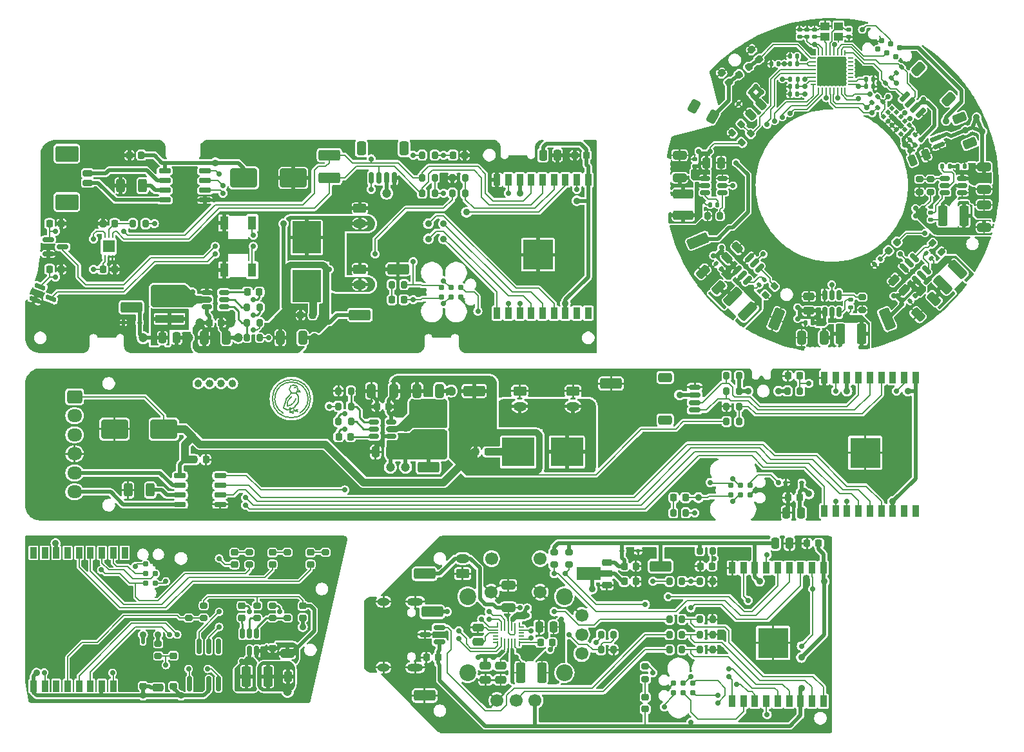
<source format=gbr>
G04 #@! TF.GenerationSoftware,KiCad,Pcbnew,8.0.5*
G04 #@! TF.CreationDate,2025-07-01T00:57:45-07:00*
G04 #@! TF.ProjectId,IotRollerBlinds,496f7452-6f6c-46c6-9572-426c696e6473,rev?*
G04 #@! TF.SameCoordinates,Original*
G04 #@! TF.FileFunction,Copper,L1,Top*
G04 #@! TF.FilePolarity,Positive*
%FSLAX46Y46*%
G04 Gerber Fmt 4.6, Leading zero omitted, Abs format (unit mm)*
G04 Created by KiCad (PCBNEW 8.0.5) date 2025-07-01 00:57:45*
%MOMM*%
%LPD*%
G01*
G04 APERTURE LIST*
G04 Aperture macros list*
%AMRoundRect*
0 Rectangle with rounded corners*
0 $1 Rounding radius*
0 $2 $3 $4 $5 $6 $7 $8 $9 X,Y pos of 4 corners*
0 Add a 4 corners polygon primitive as box body*
4,1,4,$2,$3,$4,$5,$6,$7,$8,$9,$2,$3,0*
0 Add four circle primitives for the rounded corners*
1,1,$1+$1,$2,$3*
1,1,$1+$1,$4,$5*
1,1,$1+$1,$6,$7*
1,1,$1+$1,$8,$9*
0 Add four rect primitives between the rounded corners*
20,1,$1+$1,$2,$3,$4,$5,0*
20,1,$1+$1,$4,$5,$6,$7,0*
20,1,$1+$1,$6,$7,$8,$9,0*
20,1,$1+$1,$8,$9,$2,$3,0*%
%AMRotRect*
0 Rectangle, with rotation*
0 The origin of the aperture is its center*
0 $1 length*
0 $2 width*
0 $3 Rotation angle, in degrees counterclockwise*
0 Add horizontal line*
21,1,$1,$2,0,0,$3*%
%AMFreePoly0*
4,1,9,3.862500,-0.866500,0.737500,-0.866500,0.737500,-0.450000,-0.737500,-0.450000,-0.737500,0.450000,0.737500,0.450000,0.737500,0.866500,3.862500,0.866500,3.862500,-0.866500,3.862500,-0.866500,$1*%
G04 Aperture macros list end*
G04 #@! TA.AperFunction,EtchedComponent*
%ADD10C,0.500000*%
G04 #@! TD*
G04 #@! TA.AperFunction,EtchedComponent*
%ADD11C,0.200000*%
G04 #@! TD*
G04 #@! TA.AperFunction,EtchedComponent*
%ADD12C,0.160000*%
G04 #@! TD*
G04 #@! TA.AperFunction,SMDPad,CuDef*
%ADD13RoundRect,0.250000X-1.175000X-0.450000X1.175000X-0.450000X1.175000X0.450000X-1.175000X0.450000X0*%
G04 #@! TD*
G04 #@! TA.AperFunction,SMDPad,CuDef*
%ADD14RoundRect,0.225000X0.225000X0.250000X-0.225000X0.250000X-0.225000X-0.250000X0.225000X-0.250000X0*%
G04 #@! TD*
G04 #@! TA.AperFunction,SMDPad,CuDef*
%ADD15RoundRect,0.200000X-0.200000X-0.275000X0.200000X-0.275000X0.200000X0.275000X-0.200000X0.275000X0*%
G04 #@! TD*
G04 #@! TA.AperFunction,SMDPad,CuDef*
%ADD16RoundRect,0.250000X-0.650000X0.325000X-0.650000X-0.325000X0.650000X-0.325000X0.650000X0.325000X0*%
G04 #@! TD*
G04 #@! TA.AperFunction,SMDPad,CuDef*
%ADD17RoundRect,0.250000X0.689429X0.229810X0.229810X0.689429X-0.689429X-0.229810X-0.229810X-0.689429X0*%
G04 #@! TD*
G04 #@! TA.AperFunction,SMDPad,CuDef*
%ADD18RoundRect,0.250000X-0.250000X-0.475000X0.250000X-0.475000X0.250000X0.475000X-0.250000X0.475000X0*%
G04 #@! TD*
G04 #@! TA.AperFunction,SMDPad,CuDef*
%ADD19R,0.900000X1.500000*%
G04 #@! TD*
G04 #@! TA.AperFunction,SMDPad,CuDef*
%ADD20R,4.000000X4.000000*%
G04 #@! TD*
G04 #@! TA.AperFunction,ComponentPad*
%ADD21RoundRect,0.250000X0.625000X-0.350000X0.625000X0.350000X-0.625000X0.350000X-0.625000X-0.350000X0*%
G04 #@! TD*
G04 #@! TA.AperFunction,ComponentPad*
%ADD22O,1.750000X1.200000*%
G04 #@! TD*
G04 #@! TA.AperFunction,SMDPad,CuDef*
%ADD23RoundRect,0.140000X-0.140000X-0.170000X0.140000X-0.170000X0.140000X0.170000X-0.140000X0.170000X0*%
G04 #@! TD*
G04 #@! TA.AperFunction,SMDPad,CuDef*
%ADD24RoundRect,0.200000X0.200000X0.275000X-0.200000X0.275000X-0.200000X-0.275000X0.200000X-0.275000X0*%
G04 #@! TD*
G04 #@! TA.AperFunction,SMDPad,CuDef*
%ADD25RoundRect,0.225000X0.250000X-0.225000X0.250000X0.225000X-0.250000X0.225000X-0.250000X-0.225000X0*%
G04 #@! TD*
G04 #@! TA.AperFunction,SMDPad,CuDef*
%ADD26RoundRect,0.150000X0.512500X0.150000X-0.512500X0.150000X-0.512500X-0.150000X0.512500X-0.150000X0*%
G04 #@! TD*
G04 #@! TA.AperFunction,SMDPad,CuDef*
%ADD27RoundRect,0.250000X-0.325000X-0.650000X0.325000X-0.650000X0.325000X0.650000X-0.325000X0.650000X0*%
G04 #@! TD*
G04 #@! TA.AperFunction,SMDPad,CuDef*
%ADD28RoundRect,0.218750X0.256250X-0.218750X0.256250X0.218750X-0.256250X0.218750X-0.256250X-0.218750X0*%
G04 #@! TD*
G04 #@! TA.AperFunction,SMDPad,CuDef*
%ADD29RoundRect,0.225000X-0.225000X-0.250000X0.225000X-0.250000X0.225000X0.250000X-0.225000X0.250000X0*%
G04 #@! TD*
G04 #@! TA.AperFunction,SMDPad,CuDef*
%ADD30R,3.700000X1.100000*%
G04 #@! TD*
G04 #@! TA.AperFunction,SMDPad,CuDef*
%ADD31RoundRect,0.218750X-0.218750X-0.256250X0.218750X-0.256250X0.218750X0.256250X-0.218750X0.256250X0*%
G04 #@! TD*
G04 #@! TA.AperFunction,ConnectorPad*
%ADD32C,0.787400*%
G04 #@! TD*
G04 #@! TA.AperFunction,SMDPad,CuDef*
%ADD33RoundRect,0.062500X-0.062500X-0.212500X0.062500X-0.212500X0.062500X0.212500X-0.062500X0.212500X0*%
G04 #@! TD*
G04 #@! TA.AperFunction,SMDPad,CuDef*
%ADD34R,1.600000X1.600000*%
G04 #@! TD*
G04 #@! TA.AperFunction,SMDPad,CuDef*
%ADD35R,3.810000X4.240000*%
G04 #@! TD*
G04 #@! TA.AperFunction,SMDPad,CuDef*
%ADD36RoundRect,0.250000X1.500000X1.000000X-1.500000X1.000000X-1.500000X-1.000000X1.500000X-1.000000X0*%
G04 #@! TD*
G04 #@! TA.AperFunction,SMDPad,CuDef*
%ADD37RoundRect,0.150000X-0.587500X-0.150000X0.587500X-0.150000X0.587500X0.150000X-0.587500X0.150000X0*%
G04 #@! TD*
G04 #@! TA.AperFunction,SMDPad,CuDef*
%ADD38RoundRect,0.112500X0.187500X0.112500X-0.187500X0.112500X-0.187500X-0.112500X0.187500X-0.112500X0*%
G04 #@! TD*
G04 #@! TA.AperFunction,SMDPad,CuDef*
%ADD39RoundRect,0.135000X-0.035355X0.226274X-0.226274X0.035355X0.035355X-0.226274X0.226274X-0.035355X0*%
G04 #@! TD*
G04 #@! TA.AperFunction,SMDPad,CuDef*
%ADD40RoundRect,0.150000X0.587500X0.150000X-0.587500X0.150000X-0.587500X-0.150000X0.587500X-0.150000X0*%
G04 #@! TD*
G04 #@! TA.AperFunction,SMDPad,CuDef*
%ADD41R,1.150000X1.000000*%
G04 #@! TD*
G04 #@! TA.AperFunction,SMDPad,CuDef*
%ADD42RoundRect,0.250000X0.650000X-0.325000X0.650000X0.325000X-0.650000X0.325000X-0.650000X-0.325000X0*%
G04 #@! TD*
G04 #@! TA.AperFunction,SMDPad,CuDef*
%ADD43RoundRect,0.140000X-0.021213X0.219203X-0.219203X0.021213X0.021213X-0.219203X0.219203X-0.021213X0*%
G04 #@! TD*
G04 #@! TA.AperFunction,SMDPad,CuDef*
%ADD44RoundRect,0.200000X0.053033X-0.335876X0.335876X-0.053033X-0.053033X0.335876X-0.335876X0.053033X0*%
G04 #@! TD*
G04 #@! TA.AperFunction,ComponentPad*
%ADD45RoundRect,0.250000X-0.625000X0.350000X-0.625000X-0.350000X0.625000X-0.350000X0.625000X0.350000X0*%
G04 #@! TD*
G04 #@! TA.AperFunction,SMDPad,CuDef*
%ADD46RoundRect,0.150000X0.634827X0.100595X0.520022X0.377759X-0.634827X-0.100595X-0.520022X-0.377759X0*%
G04 #@! TD*
G04 #@! TA.AperFunction,SMDPad,CuDef*
%ADD47RoundRect,0.250000X0.734461X-0.074614X0.466582X0.572102X-0.734461X0.074614X-0.466582X-0.572102X0*%
G04 #@! TD*
G04 #@! TA.AperFunction,SMDPad,CuDef*
%ADD48RoundRect,0.250000X-0.312500X-0.625000X0.312500X-0.625000X0.312500X0.625000X-0.312500X0.625000X0*%
G04 #@! TD*
G04 #@! TA.AperFunction,SMDPad,CuDef*
%ADD49RoundRect,0.200000X-0.053033X0.335876X-0.335876X0.053033X0.053033X-0.335876X0.335876X-0.053033X0*%
G04 #@! TD*
G04 #@! TA.AperFunction,SMDPad,CuDef*
%ADD50RoundRect,0.250000X0.250000X0.475000X-0.250000X0.475000X-0.250000X-0.475000X0.250000X-0.475000X0*%
G04 #@! TD*
G04 #@! TA.AperFunction,SMDPad,CuDef*
%ADD51RoundRect,0.250000X1.075000X-0.375000X1.075000X0.375000X-1.075000X0.375000X-1.075000X-0.375000X0*%
G04 #@! TD*
G04 #@! TA.AperFunction,SMDPad,CuDef*
%ADD52RoundRect,0.250000X-0.049195X-0.534514X0.412745X-0.343172X0.049195X0.534514X-0.412745X0.343172X0*%
G04 #@! TD*
G04 #@! TA.AperFunction,SMDPad,CuDef*
%ADD53RoundRect,0.218750X-0.256250X0.218750X-0.256250X-0.218750X0.256250X-0.218750X0.256250X0.218750X0*%
G04 #@! TD*
G04 #@! TA.AperFunction,SMDPad,CuDef*
%ADD54RoundRect,0.140000X0.140000X0.170000X-0.140000X0.170000X-0.140000X-0.170000X0.140000X-0.170000X0*%
G04 #@! TD*
G04 #@! TA.AperFunction,SMDPad,CuDef*
%ADD55RoundRect,0.140000X0.170000X-0.140000X0.170000X0.140000X-0.170000X0.140000X-0.170000X-0.140000X0*%
G04 #@! TD*
G04 #@! TA.AperFunction,SMDPad,CuDef*
%ADD56RoundRect,0.150000X0.650000X0.150000X-0.650000X0.150000X-0.650000X-0.150000X0.650000X-0.150000X0*%
G04 #@! TD*
G04 #@! TA.AperFunction,HeatsinkPad*
%ADD57R,2.410000X3.100000*%
G04 #@! TD*
G04 #@! TA.AperFunction,SMDPad,CuDef*
%ADD58RoundRect,0.250000X-0.913351X-0.865399X1.257766X0.033907X0.913351X0.865399X-1.257766X-0.033907X0*%
G04 #@! TD*
G04 #@! TA.AperFunction,SMDPad,CuDef*
%ADD59RoundRect,0.200000X0.275000X-0.200000X0.275000X0.200000X-0.275000X0.200000X-0.275000X-0.200000X0*%
G04 #@! TD*
G04 #@! TA.AperFunction,SMDPad,CuDef*
%ADD60RoundRect,0.200000X-0.275000X0.200000X-0.275000X-0.200000X0.275000X-0.200000X0.275000X0.200000X0*%
G04 #@! TD*
G04 #@! TA.AperFunction,SMDPad,CuDef*
%ADD61RoundRect,0.150000X0.548008X0.335876X0.335876X0.548008X-0.548008X-0.335876X-0.335876X-0.548008X0*%
G04 #@! TD*
G04 #@! TA.AperFunction,SMDPad,CuDef*
%ADD62RoundRect,0.250000X0.707107X0.212132X0.212132X0.707107X-0.707107X-0.212132X-0.212132X-0.707107X0*%
G04 #@! TD*
G04 #@! TA.AperFunction,SMDPad,CuDef*
%ADD63RoundRect,0.140000X-0.170000X0.140000X-0.170000X-0.140000X0.170000X-0.140000X0.170000X0.140000X0*%
G04 #@! TD*
G04 #@! TA.AperFunction,SMDPad,CuDef*
%ADD64RoundRect,0.250000X1.175000X0.450000X-1.175000X0.450000X-1.175000X-0.450000X1.175000X-0.450000X0*%
G04 #@! TD*
G04 #@! TA.AperFunction,SMDPad,CuDef*
%ADD65RoundRect,0.250000X-0.494975X1.025305X-1.025305X0.494975X0.494975X-1.025305X1.025305X-0.494975X0*%
G04 #@! TD*
G04 #@! TA.AperFunction,SMDPad,CuDef*
%ADD66RoundRect,0.250000X0.512652X0.159099X0.159099X0.512652X-0.512652X-0.159099X-0.159099X-0.512652X0*%
G04 #@! TD*
G04 #@! TA.AperFunction,SMDPad,CuDef*
%ADD67RoundRect,0.218750X0.017551X0.336463X-0.329541X0.070130X-0.017551X-0.336463X0.329541X-0.070130X0*%
G04 #@! TD*
G04 #@! TA.AperFunction,SMDPad,CuDef*
%ADD68RoundRect,0.150000X-0.468458X0.256326X0.256326X-0.468458X0.468458X-0.256326X-0.256326X0.468458X0*%
G04 #@! TD*
G04 #@! TA.AperFunction,SMDPad,CuDef*
%ADD69RoundRect,0.250000X-0.033907X-1.257766X0.865399X0.913351X0.033907X1.257766X-0.865399X-0.913351X0*%
G04 #@! TD*
G04 #@! TA.AperFunction,SMDPad,CuDef*
%ADD70RoundRect,0.250000X-0.229810X0.689429X-0.689429X0.229810X0.229810X-0.689429X0.689429X-0.229810X0*%
G04 #@! TD*
G04 #@! TA.AperFunction,SMDPad,CuDef*
%ADD71RoundRect,0.250000X-1.500000X-1.000000X1.500000X-1.000000X1.500000X1.000000X-1.500000X1.000000X0*%
G04 #@! TD*
G04 #@! TA.AperFunction,SMDPad,CuDef*
%ADD72RoundRect,0.250000X0.865399X-0.913351X-0.033907X1.257766X-0.865399X0.913351X0.033907X-1.257766X0*%
G04 #@! TD*
G04 #@! TA.AperFunction,SMDPad,CuDef*
%ADD73RoundRect,0.150000X0.150000X-0.512500X0.150000X0.512500X-0.150000X0.512500X-0.150000X-0.512500X0*%
G04 #@! TD*
G04 #@! TA.AperFunction,ComponentPad*
%ADD74RoundRect,0.250000X-0.725000X0.600000X-0.725000X-0.600000X0.725000X-0.600000X0.725000X0.600000X0*%
G04 #@! TD*
G04 #@! TA.AperFunction,ComponentPad*
%ADD75O,1.950000X1.700000*%
G04 #@! TD*
G04 #@! TA.AperFunction,SMDPad,CuDef*
%ADD76RoundRect,0.200000X-0.450000X0.200000X-0.450000X-0.200000X0.450000X-0.200000X0.450000X0.200000X0*%
G04 #@! TD*
G04 #@! TA.AperFunction,SMDPad,CuDef*
%ADD77RoundRect,0.250001X-1.249999X0.799999X-1.249999X-0.799999X1.249999X-0.799999X1.249999X0.799999X0*%
G04 #@! TD*
G04 #@! TA.AperFunction,SMDPad,CuDef*
%ADD78RoundRect,0.140000X0.021213X-0.219203X0.219203X-0.021213X-0.021213X0.219203X-0.219203X0.021213X0*%
G04 #@! TD*
G04 #@! TA.AperFunction,SMDPad,CuDef*
%ADD79RoundRect,0.250000X-0.475000X0.250000X-0.475000X-0.250000X0.475000X-0.250000X0.475000X0.250000X0*%
G04 #@! TD*
G04 #@! TA.AperFunction,SMDPad,CuDef*
%ADD80RoundRect,0.250000X0.159099X-0.512652X0.512652X-0.159099X-0.159099X0.512652X-0.512652X0.159099X0*%
G04 #@! TD*
G04 #@! TA.AperFunction,SMDPad,CuDef*
%ADD81RoundRect,0.062500X-0.312500X-0.062500X0.312500X-0.062500X0.312500X0.062500X-0.312500X0.062500X0*%
G04 #@! TD*
G04 #@! TA.AperFunction,SMDPad,CuDef*
%ADD82RoundRect,0.062500X-0.062500X-0.312500X0.062500X-0.312500X0.062500X0.312500X-0.062500X0.312500X0*%
G04 #@! TD*
G04 #@! TA.AperFunction,HeatsinkPad*
%ADD83R,3.650000X3.650000*%
G04 #@! TD*
G04 #@! TA.AperFunction,SMDPad,CuDef*
%ADD84RoundRect,0.218750X0.218750X0.256250X-0.218750X0.256250X-0.218750X-0.256250X0.218750X-0.256250X0*%
G04 #@! TD*
G04 #@! TA.AperFunction,SMDPad,CuDef*
%ADD85RoundRect,0.250000X0.475000X-0.250000X0.475000X0.250000X-0.475000X0.250000X-0.475000X-0.250000X0*%
G04 #@! TD*
G04 #@! TA.AperFunction,SMDPad,CuDef*
%ADD86R,1.100000X1.800000*%
G04 #@! TD*
G04 #@! TA.AperFunction,SMDPad,CuDef*
%ADD87RoundRect,0.218750X0.026517X-0.335876X0.335876X-0.026517X-0.026517X0.335876X-0.335876X0.026517X0*%
G04 #@! TD*
G04 #@! TA.AperFunction,SMDPad,CuDef*
%ADD88RoundRect,0.112500X0.053033X0.212132X-0.212132X-0.053033X-0.053033X-0.212132X0.212132X0.053033X0*%
G04 #@! TD*
G04 #@! TA.AperFunction,SMDPad,CuDef*
%ADD89RoundRect,0.135000X-0.135000X-0.185000X0.135000X-0.185000X0.135000X0.185000X-0.135000X0.185000X0*%
G04 #@! TD*
G04 #@! TA.AperFunction,SMDPad,CuDef*
%ADD90RoundRect,0.135000X0.035355X-0.226274X0.226274X-0.035355X-0.035355X0.226274X-0.226274X0.035355X0*%
G04 #@! TD*
G04 #@! TA.AperFunction,SMDPad,CuDef*
%ADD91RoundRect,0.225000X0.425000X0.225000X-0.425000X0.225000X-0.425000X-0.225000X0.425000X-0.225000X0*%
G04 #@! TD*
G04 #@! TA.AperFunction,SMDPad,CuDef*
%ADD92FreePoly0,180.000000*%
G04 #@! TD*
G04 #@! TA.AperFunction,SMDPad,CuDef*
%ADD93RoundRect,0.150000X0.150000X0.625000X-0.150000X0.625000X-0.150000X-0.625000X0.150000X-0.625000X0*%
G04 #@! TD*
G04 #@! TA.AperFunction,SMDPad,CuDef*
%ADD94RoundRect,0.250000X0.350000X0.650000X-0.350000X0.650000X-0.350000X-0.650000X0.350000X-0.650000X0*%
G04 #@! TD*
G04 #@! TA.AperFunction,SMDPad,CuDef*
%ADD95RoundRect,0.250000X0.325000X0.650000X-0.325000X0.650000X-0.325000X-0.650000X0.325000X-0.650000X0*%
G04 #@! TD*
G04 #@! TA.AperFunction,SMDPad,CuDef*
%ADD96RoundRect,0.140000X-0.219203X-0.021213X-0.021213X-0.219203X0.219203X0.021213X0.021213X0.219203X0*%
G04 #@! TD*
G04 #@! TA.AperFunction,SMDPad,CuDef*
%ADD97RoundRect,0.250000X-0.375000X-1.075000X0.375000X-1.075000X0.375000X1.075000X-0.375000X1.075000X0*%
G04 #@! TD*
G04 #@! TA.AperFunction,SMDPad,CuDef*
%ADD98RoundRect,0.250000X0.637260X0.353766X-0.012260X0.728766X-0.637260X-0.353766X0.012260X-0.728766X0*%
G04 #@! TD*
G04 #@! TA.AperFunction,SMDPad,CuDef*
%ADD99RoundRect,0.150000X0.150000X-0.825000X0.150000X0.825000X-0.150000X0.825000X-0.150000X-0.825000X0*%
G04 #@! TD*
G04 #@! TA.AperFunction,SMDPad,CuDef*
%ADD100RoundRect,0.225000X0.335310X-0.026314X0.061367X0.330695X-0.335310X0.026314X-0.061367X-0.330695X0*%
G04 #@! TD*
G04 #@! TA.AperFunction,SMDPad,CuDef*
%ADD101RoundRect,0.250000X-0.159099X0.512652X-0.512652X0.159099X0.159099X-0.512652X0.512652X-0.159099X0*%
G04 #@! TD*
G04 #@! TA.AperFunction,SMDPad,CuDef*
%ADD102RoundRect,0.150000X-0.512500X-0.150000X0.512500X-0.150000X0.512500X0.150000X-0.512500X0.150000X0*%
G04 #@! TD*
G04 #@! TA.AperFunction,SMDPad,CuDef*
%ADD103RotRect,0.500000X0.500000X225.000000*%
G04 #@! TD*
G04 #@! TA.AperFunction,SMDPad,CuDef*
%ADD104RoundRect,0.250000X0.375000X1.075000X-0.375000X1.075000X-0.375000X-1.075000X0.375000X-1.075000X0*%
G04 #@! TD*
G04 #@! TA.AperFunction,SMDPad,CuDef*
%ADD105R,4.240000X3.810000*%
G04 #@! TD*
G04 #@! TA.AperFunction,SMDPad,CuDef*
%ADD106RoundRect,0.112500X-0.187500X-0.112500X0.187500X-0.112500X0.187500X0.112500X-0.187500X0.112500X0*%
G04 #@! TD*
G04 #@! TA.AperFunction,SMDPad,CuDef*
%ADD107RoundRect,0.140000X0.219203X0.021213X0.021213X0.219203X-0.219203X-0.021213X-0.021213X-0.219203X0*%
G04 #@! TD*
G04 #@! TA.AperFunction,SMDPad,CuDef*
%ADD108RoundRect,0.150000X-0.600182X0.086245X0.485377X-0.363408X0.600182X-0.086245X-0.485377X0.363408X0*%
G04 #@! TD*
G04 #@! TA.AperFunction,SMDPad,CuDef*
%ADD109RoundRect,0.200000X0.335876X0.053033X0.053033X0.335876X-0.335876X-0.053033X-0.053033X-0.335876X0*%
G04 #@! TD*
G04 #@! TA.AperFunction,SMDPad,CuDef*
%ADD110RoundRect,0.150000X0.256326X0.468458X-0.468458X-0.256326X-0.256326X-0.468458X0.468458X0.256326X0*%
G04 #@! TD*
G04 #@! TA.AperFunction,SMDPad,CuDef*
%ADD111RoundRect,0.147500X-0.147500X-0.172500X0.147500X-0.172500X0.147500X0.172500X-0.147500X0.172500X0*%
G04 #@! TD*
G04 #@! TA.AperFunction,SMDPad,CuDef*
%ADD112RoundRect,0.135000X0.135000X0.185000X-0.135000X0.185000X-0.135000X-0.185000X0.135000X-0.185000X0*%
G04 #@! TD*
G04 #@! TA.AperFunction,SMDPad,CuDef*
%ADD113RoundRect,0.050000X0.050000X-0.550000X0.050000X0.550000X-0.050000X0.550000X-0.050000X-0.550000X0*%
G04 #@! TD*
G04 #@! TA.AperFunction,SMDPad,CuDef*
%ADD114RoundRect,0.050000X0.050000X-0.500000X0.050000X0.500000X-0.050000X0.500000X-0.050000X-0.500000X0*%
G04 #@! TD*
G04 #@! TA.AperFunction,SMDPad,CuDef*
%ADD115RoundRect,0.050000X0.050000X-0.275000X0.050000X0.275000X-0.050000X0.275000X-0.050000X-0.275000X0*%
G04 #@! TD*
G04 #@! TA.AperFunction,SMDPad,CuDef*
%ADD116RoundRect,0.050000X0.300000X0.050000X-0.300000X0.050000X-0.300000X-0.050000X0.300000X-0.050000X0*%
G04 #@! TD*
G04 #@! TA.AperFunction,SMDPad,CuDef*
%ADD117RoundRect,0.150000X-0.150000X0.512500X-0.150000X-0.512500X0.150000X-0.512500X0.150000X0.512500X0*%
G04 #@! TD*
G04 #@! TA.AperFunction,SMDPad,CuDef*
%ADD118RoundRect,0.112500X-0.112500X0.187500X-0.112500X-0.187500X0.112500X-0.187500X0.112500X0.187500X0*%
G04 #@! TD*
G04 #@! TA.AperFunction,SMDPad,CuDef*
%ADD119RoundRect,0.150000X-0.625000X0.150000X-0.625000X-0.150000X0.625000X-0.150000X0.625000X0.150000X0*%
G04 #@! TD*
G04 #@! TA.AperFunction,SMDPad,CuDef*
%ADD120RoundRect,0.250000X-0.650000X0.350000X-0.650000X-0.350000X0.650000X-0.350000X0.650000X0.350000X0*%
G04 #@! TD*
G04 #@! TA.AperFunction,SMDPad,CuDef*
%ADD121RoundRect,0.250000X1.025305X0.494975X0.494975X1.025305X-1.025305X-0.494975X-0.494975X-1.025305X0*%
G04 #@! TD*
G04 #@! TA.AperFunction,ComponentPad*
%ADD122O,1.600000X1.000000*%
G04 #@! TD*
G04 #@! TA.AperFunction,ComponentPad*
%ADD123O,2.100000X1.000000*%
G04 #@! TD*
G04 #@! TA.AperFunction,ComponentPad*
%ADD124C,1.700000*%
G04 #@! TD*
G04 #@! TA.AperFunction,ComponentPad*
%ADD125C,2.200000*%
G04 #@! TD*
G04 #@! TA.AperFunction,ViaPad*
%ADD126C,0.900000*%
G04 #@! TD*
G04 #@! TA.AperFunction,ViaPad*
%ADD127C,0.700000*%
G04 #@! TD*
G04 #@! TA.AperFunction,ViaPad*
%ADD128C,1.200000*%
G04 #@! TD*
G04 #@! TA.AperFunction,Conductor*
%ADD129C,0.500000*%
G04 #@! TD*
G04 #@! TA.AperFunction,Conductor*
%ADD130C,0.200000*%
G04 #@! TD*
G04 #@! TA.AperFunction,Conductor*
%ADD131C,1.000000*%
G04 #@! TD*
G04 #@! TA.AperFunction,Conductor*
%ADD132C,0.250000*%
G04 #@! TD*
G04 #@! TA.AperFunction,Conductor*
%ADD133C,0.150000*%
G04 #@! TD*
G04 #@! TA.AperFunction,Conductor*
%ADD134C,0.160000*%
G04 #@! TD*
G04 APERTURE END LIST*
D10*
X48000000Y-92000000D02*
G75*
G02*
X47500000Y-92000000I-250000J0D01*
G01*
X47500000Y-92000000D02*
G75*
G02*
X48000000Y-92000000I250000J0D01*
G01*
X49500000Y-92000000D02*
G75*
G02*
X49000000Y-92000000I-250000J0D01*
G01*
X49000000Y-92000000D02*
G75*
G02*
X49500000Y-92000000I250000J0D01*
G01*
X51000000Y-92000000D02*
G75*
G02*
X50500000Y-92000000I-250000J0D01*
G01*
X50500000Y-92000000D02*
G75*
G02*
X51000000Y-92000000I250000J0D01*
G01*
X52500000Y-92000000D02*
G75*
G02*
X52000000Y-92000000I-250000J0D01*
G01*
X52000000Y-92000000D02*
G75*
G02*
X52500000Y-92000000I250000J0D01*
G01*
D11*
X58927802Y-95250000D02*
X59192723Y-95374087D01*
X59192723Y-95374087D02*
X59489050Y-95424715D01*
X59489050Y-95424715D02*
X59798327Y-95398730D01*
X59798327Y-95398730D02*
X60101295Y-95297751D01*
X59800000Y-95395710D02*
X59787996Y-95146914D01*
X59849257Y-95768905D02*
X59800000Y-95395710D01*
X60101295Y-95297751D02*
X60379085Y-95128065D01*
X60379085Y-95128065D02*
X60614398Y-94900241D01*
X60382558Y-95561450D02*
X60273702Y-95202597D01*
X60614398Y-94900241D02*
X60792579Y-94628467D01*
X60778054Y-93458630D02*
X60593750Y-93237139D01*
X60792579Y-94628467D02*
X60902531Y-94329667D01*
X60895035Y-93725950D02*
X60778054Y-93458630D01*
X60902531Y-94329667D02*
X60937407Y-94022451D01*
X60937407Y-94022451D02*
X60895035Y-93725950D01*
X58906250Y-95894429D02*
G75*
G02*
X61093749Y-95894430I1093750J1894429D01*
G01*
X59190634Y-94547561D02*
G75*
G02*
X59696494Y-93608539I1248216J-66659D01*
G01*
X59190636Y-94547562D02*
G75*
G02*
X58927802Y-95250000I-1248219J66659D01*
G01*
D12*
X59426162Y-94957346D02*
G75*
G02*
X59986604Y-93756932I1240751J151761D01*
G01*
X59786885Y-95768832D02*
G75*
G02*
X60286757Y-95643905I468495J-812058D01*
G01*
D11*
X60031250Y-93237139D02*
G75*
G02*
X59696494Y-93608539I-1077123J634285D01*
G01*
D12*
X60286610Y-95893910D02*
G75*
G02*
X59786757Y-95768905I-31233J936983D01*
G01*
X60286757Y-95768905D02*
G75*
G02*
X60286757Y-95643905I0J62500D01*
G01*
X60286757Y-95893905D02*
G75*
G02*
X60286757Y-95768905I0J62500D01*
G01*
X60320186Y-95561377D02*
G75*
G02*
X60820058Y-95436448I468504J-812083D01*
G01*
X60379260Y-92592648D02*
G75*
G02*
X60620740Y-92592648I120740J-32352D01*
G01*
X60575946Y-94000734D02*
G75*
G02*
X59426188Y-94957555I-1215548J291446D01*
G01*
X60819911Y-95686455D02*
G75*
G02*
X60320057Y-95561451I-31231J937005D01*
G01*
X60820058Y-95561450D02*
G75*
G02*
X60820058Y-95436450I2J62500D01*
G01*
X60820058Y-95686450D02*
G75*
G02*
X60820058Y-95561450I2J62500D01*
G01*
X61178836Y-93108849D02*
G75*
G02*
X60869176Y-92830715I238984J577519D01*
G01*
X61178844Y-93108704D02*
G75*
G02*
X60763205Y-93086558I-176464J599554D01*
G01*
D11*
X62500000Y-94000000D02*
G75*
G02*
X57500000Y-94000000I-2500000J0D01*
G01*
X57500000Y-94000000D02*
G75*
G02*
X62500000Y-94000000I2500000J0D01*
G01*
X60875000Y-92750000D02*
G75*
G02*
X59750000Y-92750000I-562500J0D01*
G01*
X59750000Y-92750000D02*
G75*
G02*
X60875000Y-92750000I562500J0D01*
G01*
D13*
X78000000Y-103000000D03*
D14*
X126775000Y-107000000D03*
X125225000Y-107000000D03*
D15*
X73175000Y-79000000D03*
X74825000Y-79000000D03*
D16*
X151000001Y-63524999D03*
X151000001Y-66475001D03*
D17*
X116133081Y-79417352D03*
X114047115Y-77331386D03*
D18*
X59550000Y-130500000D03*
X61450000Y-130500000D03*
D19*
X99000000Y-65250000D03*
X97500000Y-65250000D03*
X96000000Y-65250000D03*
X94500000Y-65250000D03*
X93000000Y-65250000D03*
X91500000Y-65250000D03*
X90000000Y-65250000D03*
X88500000Y-65250000D03*
X87000000Y-65250000D03*
X87000000Y-82750000D03*
X88500000Y-82750000D03*
X90000000Y-82750000D03*
X91500000Y-82750000D03*
X93000000Y-82750000D03*
X94500000Y-82750000D03*
X96000000Y-82750000D03*
X97500000Y-82750000D03*
X99000000Y-82750000D03*
D20*
X92390000Y-75100000D03*
D21*
X82500000Y-117000000D03*
D22*
X82500000Y-115000000D03*
D23*
X147520000Y-63500000D03*
X148480000Y-63500000D03*
D24*
X78825000Y-65000000D03*
X77175000Y-65000000D03*
D25*
X44500000Y-131775000D03*
X44500000Y-130225000D03*
D26*
X148137499Y-66949999D03*
X148137499Y-66000000D03*
X148137499Y-65050001D03*
X145862499Y-65050001D03*
X145862499Y-66000000D03*
X145862499Y-66949999D03*
D27*
X48525000Y-86000000D03*
X51475000Y-86000000D03*
D28*
X61500000Y-122787500D03*
X61500000Y-121212500D03*
D29*
X47225000Y-102000000D03*
X48775000Y-102000000D03*
D30*
X78000000Y-96500000D03*
X78000000Y-99500000D03*
D31*
X73212500Y-81000000D03*
X74787500Y-81000000D03*
D24*
X118825000Y-95000000D03*
X117175000Y-95000000D03*
D32*
X112770000Y-131365000D03*
X112770000Y-132635000D03*
X111500000Y-131365000D03*
X111500000Y-132635000D03*
X110230000Y-131365000D03*
X110230000Y-132635000D03*
D33*
X35500000Y-75380000D03*
X36000000Y-75380000D03*
X36500000Y-75380000D03*
X36500000Y-72620000D03*
X36000000Y-72620000D03*
X35500000Y-72620000D03*
D34*
X36000000Y-74000000D03*
D35*
X62000000Y-72815000D03*
X62000000Y-79185000D03*
D26*
X116637500Y-66949999D03*
X116637500Y-66000000D03*
X116637500Y-65050001D03*
X114362500Y-65050001D03*
X114362500Y-66000000D03*
X114362500Y-66949999D03*
D15*
X125175000Y-93000000D03*
X126825000Y-93000000D03*
D36*
X43250000Y-98000000D03*
X36750000Y-98000000D03*
D37*
X28062500Y-73100000D03*
X28062500Y-75000000D03*
X29937500Y-74050000D03*
D38*
X127050000Y-105000000D03*
X124950000Y-105000000D03*
D13*
X84000000Y-93000000D03*
D23*
X135520000Y-52000000D03*
X136480000Y-52000000D03*
D39*
X137017478Y-54325668D03*
X136296230Y-55046916D03*
D40*
X79437500Y-125950000D03*
X79437500Y-124050000D03*
X77562500Y-125000000D03*
D41*
X130125000Y-46450000D03*
X131875000Y-46450000D03*
X131875000Y-45050000D03*
X130125000Y-45050000D03*
D42*
X88500000Y-121475000D03*
X88500000Y-118525000D03*
D43*
X122147023Y-78388511D03*
X121468201Y-79067333D03*
D44*
X119166637Y-60333363D03*
X120333363Y-59166637D03*
D45*
X90000000Y-93000000D03*
D22*
X90000000Y-95000000D03*
D46*
X145049535Y-60721689D03*
X144666851Y-59797809D03*
D47*
X149127056Y-60439834D03*
X147749396Y-57113867D03*
D29*
X103725000Y-116000000D03*
X105275000Y-116000000D03*
D18*
X114550001Y-63000000D03*
X116449999Y-63000000D03*
D48*
X37537500Y-66000000D03*
X40462500Y-66000000D03*
D15*
X100675000Y-125000000D03*
X102325000Y-125000000D03*
X109675000Y-123000000D03*
X111325000Y-123000000D03*
D49*
X119083363Y-57916637D03*
X117916637Y-59083363D03*
D29*
X81225000Y-62000000D03*
X82775000Y-62000000D03*
D50*
X126950000Y-109000000D03*
X125050000Y-109000000D03*
D51*
X111500000Y-69900000D03*
X111500000Y-67100000D03*
D52*
X141591553Y-62695227D03*
X143346923Y-61968129D03*
D53*
X106500000Y-133212500D03*
X106500000Y-134787500D03*
D25*
X53500000Y-122775000D03*
X53500000Y-121225000D03*
D54*
X115980000Y-68500000D03*
X115020000Y-68500000D03*
D55*
X126750000Y-46480000D03*
X126750000Y-45520000D03*
X113000000Y-63480000D03*
X113000000Y-62520000D03*
D24*
X67825000Y-93000000D03*
X66175000Y-93000000D03*
X40825000Y-71000000D03*
X39175000Y-71000000D03*
D56*
X48650000Y-67905000D03*
X48650000Y-66635000D03*
X48650000Y-65365000D03*
X48650000Y-64095000D03*
X43350000Y-64095000D03*
X43350000Y-65365000D03*
X43350000Y-66635000D03*
X43350000Y-67905000D03*
D57*
X46000000Y-66000000D03*
D58*
X113446289Y-73270985D03*
D59*
X59500000Y-122825000D03*
X59500000Y-121175000D03*
D54*
X123980000Y-50000000D03*
X123020000Y-50000000D03*
X128480000Y-84000000D03*
X127520000Y-84000000D03*
D60*
X94500000Y-114175000D03*
X94500000Y-115825000D03*
D14*
X79275000Y-128000000D03*
X77725000Y-128000000D03*
D24*
X118825000Y-93000000D03*
X117175000Y-93000000D03*
D61*
X142667262Y-56454059D03*
X141960155Y-55746952D03*
X141253048Y-55039845D03*
X140545941Y-54332738D03*
D62*
X146326539Y-54633259D03*
X142366741Y-50673461D03*
D15*
X113675000Y-118000000D03*
X115325000Y-118000000D03*
D63*
X144000000Y-69520000D03*
X144000000Y-70480000D03*
D14*
X36775000Y-71000000D03*
X35225000Y-71000000D03*
D29*
X35225000Y-77000000D03*
X36775000Y-77000000D03*
D64*
X108500000Y-116000000D03*
D15*
X66175000Y-97000000D03*
X67825000Y-97000000D03*
D32*
X42135000Y-118270000D03*
X40865000Y-118270000D03*
X42135000Y-117000000D03*
X40865000Y-117000000D03*
X42135000Y-115730000D03*
X40865000Y-115730000D03*
D38*
X40050000Y-84000000D03*
X37950000Y-84000000D03*
D60*
X48500000Y-121175000D03*
X48500000Y-122825000D03*
D65*
X147546298Y-77030866D03*
X145566400Y-79010764D03*
D66*
X140510586Y-79753226D03*
X139167084Y-78409724D03*
D24*
X55825000Y-82000000D03*
X54175000Y-82000000D03*
D67*
X120058300Y-50446887D03*
X118808766Y-51405687D03*
D13*
X69000000Y-83000000D03*
D68*
X141827572Y-75484070D03*
X141155821Y-76155821D03*
X140484070Y-76827572D03*
X142092738Y-78436240D03*
X142764489Y-77764489D03*
X143436240Y-77092738D03*
D59*
X144000000Y-66825000D03*
X144000000Y-65175000D03*
D69*
X123729015Y-83553711D03*
D64*
X78500000Y-122000000D03*
D15*
X81175000Y-67000000D03*
X82825000Y-67000000D03*
D70*
X144417352Y-80866919D03*
X142331386Y-82952885D03*
D27*
X58525000Y-86000000D03*
X61475000Y-86000000D03*
D64*
X77500000Y-133000000D03*
D42*
X151000000Y-71475001D03*
X151000000Y-68525001D03*
D14*
X72775000Y-95000000D03*
X71225000Y-95000000D03*
D13*
X102000000Y-92000000D03*
D60*
X42500000Y-126175000D03*
X42500000Y-127825000D03*
D71*
X53750000Y-65000000D03*
X60250000Y-65000000D03*
D72*
X138270985Y-83553711D03*
D73*
X53550000Y-127137500D03*
X54500000Y-127137500D03*
X55450000Y-127137500D03*
X55450000Y-124862500D03*
X54500000Y-124862500D03*
X53550000Y-124862500D03*
D74*
X31525000Y-93750000D03*
D75*
X31525000Y-96250000D03*
X31525000Y-98750000D03*
X31525000Y-101250000D03*
X31525000Y-103750000D03*
X31525000Y-106250000D03*
D27*
X76525000Y-93000000D03*
X79475000Y-93000000D03*
D76*
X33250000Y-64375000D03*
X33250000Y-65625000D03*
D77*
X30500000Y-61825000D03*
X30500000Y-68175000D03*
D78*
X141267191Y-59975450D03*
X141946013Y-59296628D03*
D39*
X137360624Y-75639376D03*
X136639376Y-76360624D03*
D79*
X85500000Y-129050000D03*
X85500000Y-130950000D03*
D80*
X117246774Y-75510586D03*
X118590276Y-74167084D03*
D81*
X128525000Y-49250000D03*
X128525000Y-49750000D03*
X128525000Y-50250000D03*
X128525000Y-50750000D03*
X128525000Y-51250000D03*
X128525000Y-51750000D03*
X128525000Y-52250000D03*
X128525000Y-52750000D03*
D82*
X129250000Y-53475000D03*
X129750000Y-53475000D03*
X130250000Y-53475000D03*
X130750000Y-53475000D03*
X131250000Y-53475000D03*
X131750000Y-53475000D03*
X132250000Y-53475000D03*
X132750000Y-53475000D03*
D81*
X133475000Y-52750000D03*
X133475000Y-52250000D03*
X133475000Y-51750000D03*
X133475000Y-51250000D03*
X133475000Y-50750000D03*
X133475000Y-50250000D03*
X133475000Y-49750000D03*
X133475000Y-49250000D03*
D82*
X132750000Y-48525000D03*
X132250000Y-48525000D03*
X131750000Y-48525000D03*
X131250000Y-48525000D03*
X130750000Y-48525000D03*
X130250000Y-48525000D03*
X129750000Y-48525000D03*
X129250000Y-48525000D03*
D83*
X131000000Y-51000000D03*
D84*
X85787500Y-101000000D03*
X84212500Y-101000000D03*
D85*
X128000000Y-82449999D03*
X128000000Y-80550001D03*
D60*
X142500000Y-65175000D03*
X142500000Y-66825000D03*
D79*
X87500000Y-129050000D03*
X87500000Y-130950000D03*
D53*
X52500000Y-114212500D03*
X52500000Y-115787500D03*
D39*
X138785245Y-51850794D03*
X138063997Y-52572042D03*
D25*
X44500000Y-127775000D03*
X44500000Y-126225000D03*
D15*
X109675000Y-125000000D03*
X111325000Y-125000000D03*
D86*
X54850000Y-70900000D03*
X54850000Y-77100000D03*
X51150000Y-70900000D03*
X51150000Y-77100000D03*
D14*
X40275000Y-62000000D03*
X38725000Y-62000000D03*
D29*
X49225000Y-84000000D03*
X50775000Y-84000000D03*
D87*
X138443153Y-74556847D03*
X139556847Y-73443153D03*
D60*
X55500000Y-121175000D03*
X55500000Y-122825000D03*
D50*
X94450000Y-124000000D03*
X92550000Y-124000000D03*
D88*
X120242462Y-53757538D03*
X118757538Y-55242462D03*
D15*
X113675000Y-125000000D03*
X115325000Y-125000000D03*
D89*
X125490000Y-52000000D03*
X126510000Y-52000000D03*
D42*
X59500000Y-127475000D03*
X59500000Y-124525000D03*
D44*
X122284909Y-80371945D03*
X123451635Y-79205219D03*
D90*
X139478211Y-51157828D03*
X140199459Y-50436580D03*
D39*
X137724585Y-55032774D03*
X137003337Y-55754022D03*
D53*
X62500000Y-114212500D03*
X62500000Y-115787500D03*
D91*
X101450000Y-118500000D03*
D92*
X101362500Y-117000000D03*
D91*
X101450000Y-115500000D03*
D59*
X135000000Y-82325000D03*
X135000000Y-80675000D03*
D63*
X133250000Y-45520000D03*
X133250000Y-46480000D03*
D13*
X65000000Y-65000000D03*
D93*
X73500000Y-65000000D03*
X72500000Y-65000000D03*
X71500000Y-65000000D03*
X70500000Y-65000000D03*
D94*
X74800000Y-61125000D03*
X69200000Y-61125000D03*
D31*
X110212500Y-107000000D03*
X111787500Y-107000000D03*
D95*
X129975000Y-86000000D03*
X127025000Y-86000000D03*
D30*
X44000000Y-80500000D03*
X44000000Y-83500000D03*
D25*
X57500000Y-126775000D03*
X57500000Y-125225000D03*
D14*
X67775000Y-99000000D03*
X66225000Y-99000000D03*
D60*
X96500000Y-114175000D03*
X96500000Y-115825000D03*
D14*
X126775000Y-91000000D03*
X125225000Y-91000000D03*
D56*
X50650000Y-107905000D03*
X50650000Y-106635000D03*
X50650000Y-105365000D03*
X50650000Y-104095000D03*
X45350000Y-104095000D03*
X45350000Y-105365000D03*
X45350000Y-106635000D03*
X45350000Y-107905000D03*
D57*
X48000000Y-106000000D03*
D15*
X113675000Y-127000000D03*
X115325000Y-127000000D03*
D14*
X129275000Y-113000000D03*
X127725000Y-113000000D03*
D96*
X143388511Y-74852977D03*
X144067333Y-75531799D03*
D15*
X77175000Y-62000000D03*
X78825000Y-62000000D03*
D32*
X139878658Y-47883693D03*
X139392650Y-49057020D03*
X138705331Y-47397685D03*
X138219323Y-48571013D03*
X137532004Y-46911678D03*
X137045996Y-48085005D03*
D97*
X54100000Y-130500000D03*
X56900000Y-130500000D03*
D45*
X69000000Y-77000000D03*
D22*
X69000000Y-79000000D03*
D98*
X115324941Y-56950000D03*
X112900069Y-55550000D03*
D99*
X46595000Y-131475000D03*
X47865000Y-131475000D03*
X49135000Y-131475000D03*
X50405000Y-131475000D03*
X50405000Y-126525000D03*
X49135000Y-126525000D03*
X47865000Y-126525000D03*
X46595000Y-126525000D03*
D100*
X121416915Y-49404382D03*
X120473335Y-48174684D03*
D59*
X46500000Y-122825000D03*
X46500000Y-121175000D03*
D13*
X74000000Y-77000000D03*
D101*
X121671751Y-55328249D03*
X120328249Y-56671751D03*
D18*
X123550000Y-113000000D03*
X125450000Y-113000000D03*
D54*
X126480000Y-49000000D03*
X125520000Y-49000000D03*
D102*
X48862500Y-80050000D03*
X48862500Y-81000000D03*
X48862500Y-81950000D03*
X51137500Y-81950000D03*
X51137500Y-81000000D03*
X51137500Y-80050000D03*
D90*
X141953084Y-60703770D03*
X142674332Y-59982522D03*
D45*
X69000000Y-69000000D03*
D22*
X69000000Y-71000000D03*
D24*
X55825000Y-84000000D03*
X54175000Y-84000000D03*
D29*
X54225000Y-80000000D03*
X55775000Y-80000000D03*
D18*
X93050000Y-62000000D03*
X94950000Y-62000000D03*
D32*
X117730000Y-106635000D03*
X117730000Y-105365000D03*
X119000000Y-106635000D03*
X119000000Y-105365000D03*
X120270000Y-106635000D03*
X120270000Y-105365000D03*
D15*
X54175000Y-86000000D03*
X55825000Y-86000000D03*
D45*
X97000000Y-93000000D03*
D22*
X97000000Y-95000000D03*
D85*
X84500000Y-125950000D03*
X84500000Y-124050000D03*
D29*
X103725000Y-118000000D03*
X105275000Y-118000000D03*
D95*
X73475000Y-93000000D03*
X70525000Y-93000000D03*
D29*
X28225000Y-71000000D03*
X29775000Y-71000000D03*
D24*
X78825000Y-67000000D03*
X77175000Y-67000000D03*
D103*
X140050966Y-59211775D03*
X139492352Y-58639019D03*
X138919596Y-58080404D03*
X138353910Y-57514719D03*
X137788225Y-56949034D03*
X138353910Y-56383348D03*
X138919596Y-55817663D03*
X139485281Y-56383348D03*
X140050966Y-56949034D03*
X140616652Y-57514719D03*
X141182337Y-58080404D03*
X140616652Y-58646090D03*
D84*
X62787500Y-83000000D03*
X61212500Y-83000000D03*
D15*
X100675000Y-127000000D03*
X102325000Y-127000000D03*
D104*
X134900000Y-85500000D03*
X132100000Y-85500000D03*
D43*
X141946013Y-80509831D03*
X141267191Y-81188653D03*
D15*
X109675000Y-127000000D03*
X111325000Y-127000000D03*
D14*
X115275000Y-116000000D03*
X113725000Y-116000000D03*
D15*
X109675000Y-118000000D03*
X111325000Y-118000000D03*
D59*
X106500000Y-130825000D03*
X106500000Y-129175000D03*
D18*
X43050000Y-86000000D03*
X44950000Y-86000000D03*
D26*
X73137500Y-98950000D03*
X73137500Y-98000000D03*
X73137500Y-97050000D03*
X70862500Y-97050000D03*
X70862500Y-98000000D03*
X70862500Y-98950000D03*
D55*
X127750000Y-46480000D03*
X127750000Y-45520000D03*
D105*
X96185000Y-101000000D03*
X89815000Y-101000000D03*
D15*
X113675000Y-114000000D03*
X115325000Y-114000000D03*
D60*
X64500000Y-114175000D03*
X64500000Y-115825000D03*
D54*
X126480000Y-53000000D03*
X125520000Y-53000000D03*
D64*
X77500000Y-117000000D03*
D97*
X145600001Y-70000001D03*
X148399999Y-70000001D03*
D14*
X98775000Y-62000000D03*
X97225000Y-62000000D03*
D29*
X28225000Y-77000000D03*
X29775000Y-77000000D03*
D106*
X103450000Y-114000000D03*
X105550000Y-114000000D03*
D13*
X39000000Y-82000000D03*
D15*
X66175000Y-95000000D03*
X67825000Y-95000000D03*
D13*
X65000000Y-62000000D03*
D107*
X116490169Y-76946013D03*
X115811347Y-76267191D03*
D15*
X113675000Y-123000000D03*
X115325000Y-123000000D03*
D100*
X117450149Y-52448189D03*
X116506569Y-51218491D03*
D53*
X57500000Y-114212500D03*
X57500000Y-115787500D03*
D50*
X72950000Y-101000000D03*
X71050000Y-101000000D03*
D108*
X26997413Y-79263548D03*
X26270314Y-81018920D03*
X28366137Y-80858765D03*
D97*
X90100000Y-130000000D03*
X92900000Y-130000000D03*
D32*
X79730000Y-80635000D03*
X79730000Y-79365000D03*
X81000000Y-80635000D03*
X81000000Y-79365000D03*
X82270000Y-80635000D03*
X82270000Y-79365000D03*
D109*
X145371944Y-74715090D03*
X144205220Y-73548366D03*
D15*
X114675000Y-70000000D03*
X116325000Y-70000000D03*
D110*
X121515930Y-76827572D03*
X120844179Y-76155821D03*
X120172428Y-75484070D03*
X118563760Y-77092738D03*
X119235511Y-77764489D03*
X119907262Y-78436240D03*
D29*
X92725000Y-126000000D03*
X94275000Y-126000000D03*
D24*
X82825000Y-65000000D03*
X81175000Y-65000000D03*
D111*
X125515000Y-50000000D03*
X126485000Y-50000000D03*
D54*
X126480000Y-54000000D03*
X125520000Y-54000000D03*
D48*
X38537500Y-106000000D03*
X41462500Y-106000000D03*
D25*
X40500000Y-131775000D03*
X40500000Y-130225000D03*
D112*
X146510000Y-63500000D03*
X145490000Y-63500000D03*
D113*
X87600000Y-125950000D03*
D114*
X88050000Y-126000000D03*
X88500000Y-126000000D03*
X88950000Y-126000000D03*
X89400000Y-126000000D03*
D115*
X89950000Y-126225000D03*
D116*
X90200000Y-126000000D03*
X90200000Y-125600000D03*
X90200000Y-125200000D03*
X90200000Y-124800000D03*
X90200000Y-124400000D03*
X90200000Y-124000000D03*
D115*
X89950000Y-123775000D03*
D114*
X89400000Y-124000000D03*
X88950000Y-124000000D03*
X88500000Y-124000000D03*
X88050000Y-124000000D03*
X87600000Y-124000000D03*
D116*
X86800000Y-124000000D03*
D115*
X87050000Y-123775000D03*
D116*
X86800000Y-124400000D03*
X86800000Y-124800000D03*
X86800000Y-125200000D03*
X86800000Y-125600000D03*
D115*
X87050000Y-126225000D03*
D116*
X86800000Y-126000000D03*
D15*
X117175000Y-97000000D03*
X118825000Y-97000000D03*
D42*
X111000000Y-64975000D03*
X111000000Y-62025000D03*
D60*
X54500000Y-114175000D03*
X54500000Y-115825000D03*
D117*
X131949999Y-80362500D03*
X131000000Y-80362500D03*
X130050001Y-80362500D03*
X130050001Y-82637500D03*
X131000000Y-82637500D03*
X131949999Y-82637500D03*
D15*
X110175000Y-109000000D03*
X111825000Y-109000000D03*
D118*
X40500000Y-125950000D03*
X40500000Y-128050000D03*
D24*
X118825000Y-91000000D03*
X117175000Y-91000000D03*
D19*
X129900000Y-116250000D03*
X128400000Y-116250000D03*
X126900000Y-116250000D03*
X125400000Y-116250000D03*
X123900000Y-116250000D03*
X122400000Y-116250000D03*
X120900000Y-116250000D03*
X119400000Y-116250000D03*
X117900000Y-116250000D03*
X117900000Y-133750000D03*
X119400000Y-133750000D03*
X120900000Y-133750000D03*
X122400000Y-133750000D03*
X123900000Y-133750000D03*
X125400000Y-133750000D03*
X126900000Y-133750000D03*
X128400000Y-133750000D03*
X129900000Y-133750000D03*
D20*
X123290000Y-126100000D03*
D19*
X26100000Y-131750000D03*
X27600000Y-131750000D03*
X29100000Y-131750000D03*
X30600000Y-131750000D03*
X32100000Y-131750000D03*
X33600000Y-131750000D03*
X35100000Y-131750000D03*
X36600000Y-131750000D03*
X38100000Y-131750000D03*
X38100000Y-114250000D03*
X36600000Y-114250000D03*
X35100000Y-114250000D03*
X33600000Y-114250000D03*
X32100000Y-114250000D03*
X30600000Y-114250000D03*
X29100000Y-114250000D03*
X27600000Y-114250000D03*
X26100000Y-114250000D03*
D20*
X32710000Y-121900000D03*
D60*
X59500000Y-114175000D03*
X59500000Y-115825000D03*
D119*
X113000000Y-92500000D03*
X113000000Y-93500000D03*
X113000000Y-94500000D03*
X113000000Y-95500000D03*
D120*
X109125000Y-91200000D03*
X109125000Y-96800000D03*
D23*
X135520000Y-53000000D03*
X136480000Y-53000000D03*
D85*
X42500000Y-131950000D03*
X42500000Y-130050000D03*
D19*
X142000000Y-91250000D03*
X140500000Y-91250000D03*
X139000000Y-91250000D03*
X137500000Y-91250000D03*
X136000000Y-91250000D03*
X134500000Y-91250000D03*
X133000000Y-91250000D03*
X131500000Y-91250000D03*
X130000000Y-91250000D03*
X130000000Y-108750000D03*
X131500000Y-108750000D03*
X133000000Y-108750000D03*
X134500000Y-108750000D03*
X136000000Y-108750000D03*
X137500000Y-108750000D03*
X139000000Y-108750000D03*
X140500000Y-108750000D03*
X142000000Y-108750000D03*
D20*
X135390000Y-101100000D03*
D55*
X128750000Y-46480000D03*
X128750000Y-45520000D03*
D63*
X133500000Y-81020000D03*
X133500000Y-81980000D03*
D60*
X57500000Y-121175000D03*
X57500000Y-122825000D03*
D121*
X119969134Y-82546298D03*
X117989236Y-80566400D03*
D122*
X72100000Y-129320000D03*
D123*
X76280000Y-129320000D03*
D122*
X72100000Y-120680000D03*
D123*
X76280000Y-120680000D03*
D124*
X92700000Y-115000000D03*
X86300000Y-115000000D03*
X92700000Y-119400000D03*
X86250000Y-119400000D03*
X98150000Y-122500000D03*
X98150000Y-125000000D03*
X98150000Y-127500000D03*
X92000000Y-133650000D03*
X89500000Y-133650000D03*
X87000000Y-133650000D03*
D125*
X95850000Y-120000000D03*
X83150000Y-120000000D03*
X95850000Y-130000000D03*
X83150000Y-130000000D03*
D126*
X124000000Y-93000000D03*
D127*
X65000000Y-95000000D03*
D126*
X141000000Y-93000000D03*
D128*
X73000000Y-103000000D03*
D126*
X128000000Y-106500000D03*
X113500000Y-107000000D03*
X120000000Y-93000000D03*
X111000000Y-93500000D03*
D128*
X75000000Y-103000000D03*
D126*
X133000000Y-93000000D03*
D127*
X67000000Y-106000000D03*
D126*
X139000000Y-107500000D03*
D128*
X74000000Y-95000000D03*
D127*
X67000000Y-96000000D03*
D128*
X52000000Y-103000000D03*
D126*
X116000000Y-96000000D03*
D128*
X51000000Y-102000000D03*
X70000000Y-95000000D03*
D126*
X130000000Y-93000000D03*
D128*
X49000000Y-109000000D03*
X36000000Y-105000000D03*
X69000000Y-93000000D03*
X81000000Y-93000000D03*
D126*
X132500000Y-101000000D03*
X125000000Y-104000000D03*
D128*
X64000000Y-102000000D03*
D126*
X135500000Y-98000000D03*
X138500000Y-101000000D03*
D127*
X47500000Y-105000000D03*
D128*
X34000000Y-105000000D03*
D127*
X48500000Y-107000000D03*
X134500000Y-102000000D03*
D128*
X52000000Y-109000000D03*
D127*
X136500000Y-100000000D03*
X136500000Y-102000000D03*
D128*
X60000000Y-98000000D03*
D127*
X134500000Y-100000000D03*
D128*
X69500000Y-101000000D03*
D127*
X48500000Y-105000000D03*
D128*
X60000000Y-102000000D03*
D126*
X127000000Y-100500000D03*
X135500000Y-104000000D03*
D128*
X64000000Y-98000000D03*
D127*
X47500000Y-107000000D03*
D126*
X125000000Y-100500000D03*
X127000000Y-104000000D03*
D127*
X124000000Y-105000000D03*
X139500000Y-93000000D03*
X128000000Y-92000000D03*
X131500000Y-93000000D03*
X113000000Y-109000000D03*
X115000000Y-105000000D03*
X54000000Y-108000000D03*
X118000000Y-107500000D03*
X133000000Y-107500000D03*
X118000000Y-104500000D03*
X131500000Y-107500000D03*
X54000000Y-107000000D03*
X75000000Y-98000000D03*
X67000000Y-98000000D03*
D126*
X87000000Y-67000000D03*
D127*
X46500000Y-67000000D03*
X93500000Y-76500000D03*
X31000000Y-77000000D03*
X38000000Y-77000000D03*
X50000000Y-71000000D03*
X84000000Y-62000000D03*
X46500000Y-65000000D03*
D128*
X46500000Y-86000000D03*
X37000000Y-62000000D03*
D127*
X50000000Y-77000000D03*
D128*
X45000000Y-69000000D03*
D126*
X92500000Y-78000000D03*
X95500000Y-75000000D03*
D127*
X45500000Y-65000000D03*
X80000000Y-65000000D03*
X91000000Y-76500000D03*
X45000000Y-74000000D03*
X45500000Y-67000000D03*
X91000000Y-74000000D03*
X34000000Y-71000000D03*
D126*
X92500000Y-72000000D03*
D128*
X63000000Y-86000000D03*
D126*
X89500000Y-75000000D03*
D127*
X96000000Y-62000000D03*
D128*
X53000000Y-86000000D03*
D127*
X83500000Y-82500000D03*
X45000000Y-71000000D03*
D128*
X35985508Y-65499261D03*
X47000000Y-69000000D03*
D127*
X93500000Y-74000000D03*
X57000000Y-86000000D03*
D128*
X52000000Y-84000000D03*
D127*
X31000000Y-71000000D03*
D126*
X50000000Y-63000000D03*
D127*
X71000000Y-75000000D03*
D126*
X59000000Y-71000000D03*
D128*
X48000000Y-84000000D03*
D127*
X65000000Y-77000000D03*
X55000000Y-83000000D03*
D128*
X72500000Y-67000000D03*
D127*
X29000000Y-78000000D03*
X80000000Y-67000000D03*
D126*
X97500000Y-68000000D03*
D127*
X29000000Y-72000000D03*
X76000000Y-62000000D03*
X55000000Y-85000000D03*
X42000000Y-71000000D03*
X34000000Y-77000000D03*
D128*
X40500000Y-86000000D03*
D127*
X50500000Y-64500000D03*
D126*
X90000000Y-67000000D03*
D127*
X76000000Y-81000000D03*
X42000000Y-86000000D03*
D126*
X96000000Y-81500000D03*
D127*
X88500000Y-67000000D03*
X76000000Y-76000000D03*
X80000000Y-62000000D03*
X84500000Y-82500000D03*
X97500000Y-66500000D03*
X51000000Y-67000000D03*
D126*
X78000000Y-71000000D03*
D127*
X55000000Y-72500000D03*
X55000000Y-74000000D03*
D126*
X83000000Y-69500000D03*
D127*
X80000000Y-81500000D03*
X90000000Y-81500000D03*
D126*
X78000000Y-73000000D03*
D127*
X50000000Y-74000000D03*
X50000000Y-75000000D03*
D126*
X80000000Y-73000000D03*
X80000000Y-71000000D03*
D127*
X51000000Y-66000000D03*
X88500000Y-81500000D03*
X80000000Y-78500000D03*
X55000000Y-81000000D03*
X47000000Y-80000000D03*
X34000000Y-73000000D03*
X70500000Y-62500000D03*
X38000000Y-72000000D03*
X70500000Y-66500000D03*
D126*
X121500000Y-118000000D03*
X127000000Y-128000000D03*
X127000000Y-132000000D03*
D127*
X112500000Y-136500000D03*
X116000000Y-134000000D03*
D126*
X130000000Y-118000000D03*
D127*
X94500000Y-122000000D03*
X90000000Y-121500000D03*
X116500000Y-118000000D03*
X116500000Y-127000000D03*
X124500000Y-125000000D03*
X90500000Y-128000000D03*
X91500000Y-128000000D03*
D126*
X126500000Y-113000000D03*
D127*
X85500000Y-132000000D03*
X129500000Y-128000000D03*
X84500000Y-132000000D03*
X123500000Y-135500000D03*
X91500000Y-127000000D03*
X86500000Y-132000000D03*
X122000000Y-127500000D03*
X87500000Y-132000000D03*
X116250000Y-125000000D03*
X116500000Y-123000000D03*
X90500000Y-127000000D03*
X124500000Y-127500000D03*
X108000000Y-132000000D03*
X85000000Y-123000000D03*
X109500000Y-120000000D03*
X107500000Y-118000000D03*
X128500000Y-119000000D03*
X115500000Y-115000000D03*
X127000000Y-126500000D03*
X109000000Y-134500000D03*
X112500000Y-118000000D03*
X112500000Y-121500000D03*
X120000000Y-120500000D03*
X107500000Y-130000000D03*
X116000000Y-133000000D03*
X112500000Y-130500000D03*
X118500000Y-131500000D03*
X122500000Y-135500000D03*
X117500000Y-130500000D03*
X122500000Y-114500000D03*
X50500000Y-124000000D03*
X50500000Y-122000000D03*
D126*
X33500000Y-123000000D03*
D128*
X61500000Y-132500000D03*
D126*
X31500000Y-123000000D03*
X33500000Y-121000000D03*
X31500000Y-121000000D03*
X38000000Y-130000000D03*
D128*
X57500000Y-124000000D03*
D127*
X61000000Y-115000000D03*
D126*
X45500000Y-133000000D03*
D127*
X58500000Y-122000000D03*
D126*
X29000000Y-113000000D03*
D127*
X43500000Y-118000000D03*
D126*
X26500000Y-130000000D03*
X40500000Y-125000000D03*
D127*
X50500000Y-115000000D03*
D126*
X42500000Y-125000000D03*
D128*
X59500000Y-132500000D03*
D126*
X40500000Y-133000000D03*
D127*
X27530331Y-129969669D03*
X39500000Y-116000000D03*
X43500000Y-129000000D03*
X36500000Y-130000000D03*
X35000000Y-116500000D03*
X45000000Y-125000000D03*
X49000000Y-129500000D03*
X44000000Y-125000000D03*
X46500000Y-129500000D03*
X53500000Y-128500000D03*
X54500000Y-122000000D03*
D126*
X61500000Y-124000000D03*
D127*
X86000000Y-122000000D03*
X106500000Y-121000000D03*
X117500000Y-129500000D03*
X96000000Y-117000000D03*
X82000000Y-124500000D03*
X89500000Y-128000000D03*
X94000000Y-127000000D03*
X91000000Y-122500000D03*
X95500000Y-123000000D03*
D126*
X99500000Y-119000000D03*
D127*
X95500000Y-124000000D03*
X91000000Y-121500000D03*
X90000000Y-122500000D03*
X95500000Y-125000000D03*
X100000000Y-126000000D03*
X91500000Y-125400000D03*
X96500000Y-125000000D03*
X91500000Y-124500000D03*
X82000000Y-125500000D03*
X94500000Y-117000000D03*
X86000000Y-123000000D03*
X80500000Y-122000000D03*
X85500000Y-128000000D03*
X86500000Y-128000000D03*
X84500000Y-128000000D03*
X142000000Y-69000000D03*
X134500000Y-53000000D03*
X138424621Y-54332738D03*
X130250000Y-54500000D03*
X118410000Y-63000000D03*
X139485281Y-52564971D03*
D126*
X146000000Y-57500000D03*
D127*
X121000000Y-53000000D03*
X131750000Y-54500000D03*
X140545942Y-60696699D03*
X124750000Y-50000000D03*
X121750000Y-53750000D03*
X143000000Y-70000000D03*
X128750000Y-47500000D03*
X124500000Y-52000000D03*
X143000000Y-69000000D03*
X141253048Y-61403806D03*
X142000000Y-70000000D03*
X127500000Y-52000000D03*
X127500000Y-54000000D03*
X121500000Y-47500000D03*
X122514719Y-81556349D03*
X136000000Y-83000000D03*
X119500000Y-49000000D03*
X126500000Y-81000000D03*
D126*
X148000000Y-62000000D03*
D127*
X145495689Y-73424621D03*
X116000000Y-61500000D03*
X133250000Y-44625000D03*
X125500000Y-46500000D03*
X115500000Y-52000000D03*
X124000000Y-49000000D03*
X128750000Y-44625000D03*
D126*
X143374369Y-57161165D03*
D127*
X138424621Y-79788582D03*
X137532004Y-46911678D03*
X132250000Y-52250000D03*
X126500000Y-80000000D03*
X121500000Y-51000000D03*
X136000000Y-81500000D03*
X117211418Y-73424621D03*
X117918525Y-72717514D03*
X129750000Y-52250000D03*
X123575379Y-80495689D03*
X117500000Y-58000000D03*
X118500000Y-56500000D03*
X119000000Y-53000000D03*
X129750000Y-49750000D03*
X132250000Y-49750000D03*
X124000000Y-46500000D03*
X116000000Y-54000000D03*
X137717514Y-79081475D03*
X146556349Y-74485281D03*
X136500000Y-51000000D03*
X124500000Y-54000000D03*
X117000000Y-61500000D03*
X115500000Y-71000000D03*
D126*
X145500000Y-62000000D03*
D127*
X149500001Y-66500000D03*
X149500000Y-68000000D03*
X114000000Y-71000000D03*
X117500000Y-50500000D03*
X126500000Y-83500000D03*
X117211418Y-77667262D03*
X115443651Y-75192388D03*
X149500001Y-64500000D03*
X142667262Y-79788582D03*
X113000000Y-64500000D03*
D126*
X150018787Y-57039768D03*
D127*
X139131728Y-80495689D03*
D126*
X150784155Y-58887527D03*
D127*
X126500000Y-82000000D03*
D126*
X148553711Y-58729015D03*
D127*
X140192388Y-81556349D03*
X149500001Y-63500000D03*
X129500000Y-84000000D03*
X113500000Y-61500000D03*
X116504311Y-74131728D03*
X115000000Y-61500000D03*
X127500000Y-53000000D03*
X137045996Y-48085005D03*
X131000000Y-79000000D03*
X124500000Y-57000000D03*
X140000000Y-75000000D03*
X125500000Y-56500000D03*
X122000000Y-75000000D03*
X123500000Y-57500000D03*
X118000000Y-66000001D03*
X122500000Y-58000000D03*
X131340000Y-47500000D03*
X135000000Y-45500000D03*
X143250000Y-72250000D03*
X134500000Y-54590000D03*
X139392650Y-49057020D03*
X135596194Y-55746952D03*
X140545942Y-56454058D03*
X141253048Y-57161165D03*
X136303301Y-56454058D03*
X136000000Y-54000000D03*
X143020815Y-54686292D03*
D129*
X127450000Y-105950000D02*
X127050000Y-105950000D01*
X139000000Y-108750000D02*
X139000000Y-107500000D01*
X128000000Y-106500000D02*
X127450000Y-105950000D01*
X142000000Y-104500000D02*
X139000000Y-107500000D01*
X75000000Y-103000000D02*
X75000000Y-101000000D01*
X75000000Y-101000000D02*
X78000000Y-101000000D01*
D130*
X65000000Y-95000000D02*
X66175000Y-95000000D01*
D129*
X118825000Y-91000000D02*
X118825000Y-92000000D01*
X118825000Y-92000000D02*
X118825000Y-93000000D01*
X142000000Y-94000000D02*
X142000000Y-104500000D01*
D130*
X114698600Y-107000000D02*
X111787500Y-107000000D01*
X67000000Y-106000000D02*
X56000000Y-106000000D01*
D129*
X133000000Y-91250000D02*
X133000000Y-93000000D01*
X126775000Y-106225000D02*
X127050000Y-105950000D01*
D130*
X117730000Y-106635000D02*
X117515700Y-106849300D01*
D129*
X124000000Y-93000000D02*
X125175000Y-93000000D01*
X113000000Y-93500000D02*
X111000000Y-93500000D01*
X126775000Y-107000000D02*
X126775000Y-108825000D01*
X141000000Y-93000000D02*
X142000000Y-93000000D01*
X78000000Y-101000000D02*
X78000000Y-103000000D01*
X127050000Y-105950000D02*
X127050000Y-105000000D01*
X73000000Y-103000000D02*
X73000000Y-101050000D01*
X73000000Y-101050000D02*
X72950000Y-101000000D01*
X142000000Y-91250000D02*
X142000000Y-94000000D01*
X126775000Y-107000000D02*
X126775000Y-106225000D01*
D130*
X54095000Y-104095000D02*
X50650000Y-104095000D01*
X56000000Y-106000000D02*
X54095000Y-104095000D01*
X114849300Y-106849300D02*
X114698600Y-107000000D01*
X113500000Y-107000000D02*
X113650700Y-106849300D01*
X117515700Y-106849300D02*
X114849300Y-106849300D01*
D129*
X126775000Y-108825000D02*
X126950000Y-109000000D01*
X78000000Y-99800000D02*
X78000000Y-101000000D01*
X120000000Y-93000000D02*
X118825000Y-93000000D01*
X46000000Y-102000000D02*
X45350000Y-102650000D01*
X73475000Y-93525000D02*
X72775000Y-94225000D01*
X74000000Y-95000000D02*
X72775000Y-95000000D01*
D131*
X46000000Y-98000000D02*
X48000000Y-100000000D01*
D132*
X66175000Y-97000000D02*
X66175000Y-96325000D01*
D129*
X73137500Y-96137500D02*
X72775000Y-95775000D01*
X73137500Y-97050000D02*
X73137500Y-96137500D01*
D131*
X46000000Y-102000000D02*
X47225000Y-102000000D01*
X46000000Y-100000000D02*
X47000000Y-99000000D01*
D130*
X106000000Y-98000000D02*
X100000000Y-104000000D01*
X117175000Y-97000000D02*
X111500000Y-97000000D01*
D129*
X45350000Y-102650000D02*
X45350000Y-104095000D01*
D131*
X64500000Y-100000000D02*
X69500000Y-105000000D01*
X43250000Y-98000000D02*
X46000000Y-98000000D01*
D129*
X72775000Y-94225000D02*
X72775000Y-95000000D01*
D130*
X111500000Y-97000000D02*
X110500000Y-98000000D01*
X83000000Y-104000000D02*
X82000000Y-103000000D01*
X40750000Y-93750000D02*
X31525000Y-93750000D01*
D131*
X69500000Y-105000000D02*
X80000000Y-105000000D01*
X84000000Y-101000000D02*
X84212500Y-101000000D01*
D130*
X110500000Y-98000000D02*
X106000000Y-98000000D01*
D131*
X46000000Y-102000000D02*
X46000000Y-100000000D01*
D129*
X72775000Y-95775000D02*
X72775000Y-95000000D01*
D130*
X100000000Y-104000000D02*
X83000000Y-104000000D01*
D132*
X66175000Y-96325000D02*
X66500000Y-96000000D01*
D131*
X80000000Y-105000000D02*
X84000000Y-101000000D01*
D130*
X43250000Y-98000000D02*
X43250000Y-96250000D01*
D131*
X48000000Y-100000000D02*
X64500000Y-100000000D01*
D130*
X43250000Y-96250000D02*
X40750000Y-93750000D01*
D132*
X66500000Y-96000000D02*
X67000000Y-96000000D01*
D129*
X135500000Y-104000000D02*
X135390000Y-103890000D01*
D130*
X120905000Y-106000000D02*
X120270000Y-106635000D01*
D129*
X125225000Y-108825000D02*
X125050000Y-109000000D01*
D133*
X135390000Y-100890000D02*
X134500000Y-100000000D01*
D129*
X125225000Y-107000000D02*
X125225000Y-106225000D01*
X132500000Y-101000000D02*
X132600000Y-101100000D01*
D133*
X48000000Y-106500000D02*
X47500000Y-107000000D01*
D129*
X71050000Y-101000000D02*
X69500000Y-101000000D01*
X69000000Y-93000000D02*
X70525000Y-93000000D01*
D133*
X135390000Y-101100000D02*
X136490000Y-100000000D01*
D129*
X81000000Y-93000000D02*
X79475000Y-93000000D01*
D133*
X135390000Y-101100000D02*
X135390000Y-100890000D01*
D129*
X71225000Y-94225000D02*
X71225000Y-95000000D01*
X71225000Y-95725000D02*
X71225000Y-95000000D01*
X71050000Y-100450000D02*
X72000000Y-99500000D01*
X124950000Y-105950000D02*
X124950000Y-105000000D01*
D133*
X135390000Y-101100000D02*
X135390000Y-101110000D01*
D129*
X125225000Y-107000000D02*
X125225000Y-108825000D01*
X70525000Y-93525000D02*
X71225000Y-94225000D01*
X72000000Y-96500000D02*
X71225000Y-95725000D01*
D133*
X48000000Y-106000000D02*
X48000000Y-106500000D01*
D129*
X125225000Y-106225000D02*
X124950000Y-105950000D01*
D130*
X124900000Y-106000000D02*
X120905000Y-106000000D01*
D133*
X135390000Y-101110000D02*
X134500000Y-102000000D01*
X48000000Y-105500000D02*
X48500000Y-105000000D01*
X135600000Y-101100000D02*
X136500000Y-102000000D01*
X135390000Y-101100000D02*
X135600000Y-101100000D01*
D129*
X72000000Y-99000000D02*
X72000000Y-96500000D01*
D133*
X48000000Y-106000000D02*
X48000000Y-105500000D01*
D129*
X73137500Y-98950000D02*
X72050000Y-98950000D01*
D133*
X48000000Y-105500000D02*
X47500000Y-105000000D01*
D129*
X130000000Y-91250000D02*
X130000000Y-93000000D01*
D133*
X136490000Y-100000000D02*
X136500000Y-100000000D01*
X48000000Y-106500000D02*
X48500000Y-107000000D01*
D129*
X72000000Y-99500000D02*
X72000000Y-99000000D01*
X71050000Y-101000000D02*
X71050000Y-100450000D01*
X72050000Y-98950000D02*
X72000000Y-99000000D01*
D130*
X124950000Y-105950000D02*
X124900000Y-106000000D01*
D129*
X135500000Y-98000000D02*
X135390000Y-98110000D01*
X71225000Y-95000000D02*
X70000000Y-95000000D01*
X45350000Y-106635000D02*
X43635000Y-106635000D01*
X43635000Y-106635000D02*
X43000000Y-106000000D01*
X43000000Y-106000000D02*
X41462500Y-106000000D01*
D132*
X69550000Y-97050000D02*
X70862500Y-97050000D01*
X68500000Y-95000000D02*
X69000000Y-95500000D01*
X69000000Y-96500000D02*
X69550000Y-97050000D01*
X67825000Y-95000000D02*
X68500000Y-95000000D01*
X69000000Y-95500000D02*
X69000000Y-96500000D01*
X67825000Y-93000000D02*
X67825000Y-95000000D01*
X67825000Y-97000000D02*
X68500000Y-97000000D01*
X68500000Y-97000000D02*
X69500000Y-98000000D01*
X69500000Y-98000000D02*
X70862500Y-98000000D01*
D130*
X120270000Y-105004939D02*
X120270000Y-105365000D01*
X126775000Y-92950000D02*
X126825000Y-93000000D01*
X124000000Y-105000000D02*
X123000000Y-104000000D01*
X121274939Y-104000000D02*
X120270000Y-105004939D01*
X123000000Y-104000000D02*
X121274939Y-104000000D01*
X126775000Y-92000000D02*
X126775000Y-91000000D01*
X126775000Y-91000000D02*
X126775000Y-92950000D01*
X139500000Y-93000000D02*
X140500000Y-92000000D01*
X128000000Y-92000000D02*
X126775000Y-92000000D01*
X140500000Y-92000000D02*
X140500000Y-91250000D01*
X110212500Y-108962500D02*
X110175000Y-109000000D01*
X110212500Y-107000000D02*
X110212500Y-108962500D01*
X113000000Y-109000000D02*
X111825000Y-109000000D01*
X131500000Y-91250000D02*
X131500000Y-93000000D01*
X117515700Y-105150700D02*
X117730000Y-105365000D01*
X115150700Y-105150700D02*
X117515700Y-105150700D01*
X115000000Y-105000000D02*
X115150700Y-105150700D01*
X118825000Y-95000000D02*
X120000000Y-95000000D01*
X120000000Y-95000000D02*
X121000000Y-96000000D01*
X121000000Y-96000000D02*
X135000000Y-96000000D01*
X135000000Y-96000000D02*
X137500000Y-93500000D01*
X118825000Y-95000000D02*
X118825000Y-97000000D01*
X137500000Y-93500000D02*
X137500000Y-91250000D01*
X114500000Y-95500000D02*
X113000000Y-95500000D01*
X120005026Y-94250000D02*
X117750000Y-94250000D01*
X117175000Y-93000000D02*
X117175000Y-93990017D01*
X117500000Y-94000000D02*
X117165017Y-94000000D01*
X136000000Y-93500000D02*
X134000000Y-95500000D01*
X121255026Y-95500000D02*
X120005026Y-94250000D01*
X116000000Y-94000000D02*
X117165017Y-94000000D01*
X136000000Y-91250000D02*
X136000000Y-93500000D01*
X117750000Y-94250000D02*
X117500000Y-94000000D01*
X116000000Y-94000000D02*
X114500000Y-95500000D01*
X134000000Y-95500000D02*
X121255026Y-95500000D01*
X117175000Y-93000000D02*
X117000000Y-93000000D01*
X117175000Y-93990017D02*
X117165017Y-94000000D01*
X114000000Y-94500000D02*
X113000000Y-94500000D01*
X121500000Y-95000000D02*
X120250000Y-93750000D01*
X116500000Y-92000000D02*
X114000000Y-94500000D01*
D129*
X113556974Y-94500000D02*
X113000000Y-94500000D01*
D130*
X117500000Y-92000000D02*
X117168344Y-92000000D01*
X118250000Y-93750000D02*
X118000000Y-93500000D01*
X133000000Y-95000000D02*
X121500000Y-95000000D01*
X120250000Y-93750000D02*
X118250000Y-93750000D01*
X134500000Y-91250000D02*
X134500000Y-93500000D01*
X117175000Y-91993344D02*
X117168344Y-92000000D01*
X117168344Y-92000000D02*
X116500000Y-92000000D01*
X118000000Y-92500000D02*
X117500000Y-92000000D01*
X134500000Y-93500000D02*
X133000000Y-95000000D01*
X118000000Y-93500000D02*
X118000000Y-92500000D01*
X117175000Y-91000000D02*
X117175000Y-91993344D01*
X106500000Y-108500000D02*
X113500000Y-101500000D01*
X113500000Y-101500000D02*
X120500000Y-101500000D01*
X127500000Y-103000000D02*
X130000000Y-105500000D01*
X130000000Y-105500000D02*
X130000000Y-108750000D01*
X54000000Y-108000000D02*
X54500000Y-108500000D01*
X120500000Y-101500000D02*
X122000000Y-103000000D01*
X122000000Y-103000000D02*
X127500000Y-103000000D01*
X54500000Y-108500000D02*
X106500000Y-108500000D01*
X133000000Y-105500000D02*
X135500000Y-105500000D01*
X123500000Y-101500000D02*
X129000000Y-101500000D01*
X54365000Y-105365000D02*
X56000000Y-107000000D01*
X50650000Y-105365000D02*
X54365000Y-105365000D01*
X56000000Y-107000000D02*
X105000000Y-107000000D01*
X137500000Y-107500000D02*
X137500000Y-108750000D01*
X122000000Y-100000000D02*
X123500000Y-101500000D01*
X135500000Y-105500000D02*
X137500000Y-107500000D01*
X129000000Y-101500000D02*
X133000000Y-105500000D01*
X105000000Y-107000000D02*
X112000000Y-100000000D01*
X112000000Y-100000000D02*
X122000000Y-100000000D01*
X136000000Y-107500000D02*
X136000000Y-108750000D01*
X132500000Y-106000000D02*
X134500000Y-106000000D01*
X134500000Y-106000000D02*
X136000000Y-107500000D01*
X50650000Y-106635000D02*
X52365000Y-106635000D01*
X112500000Y-100500000D02*
X121500000Y-100500000D01*
X52365000Y-106635000D02*
X53000000Y-106000000D01*
X105500000Y-107500000D02*
X112500000Y-100500000D01*
X53000000Y-106000000D02*
X54000000Y-106000000D01*
X123000000Y-102000000D02*
X128500000Y-102000000D01*
X55500000Y-107500000D02*
X105500000Y-107500000D01*
X121500000Y-100500000D02*
X123000000Y-102000000D01*
X54000000Y-106000000D02*
X55500000Y-107500000D01*
X128500000Y-102000000D02*
X132500000Y-106000000D01*
X133000000Y-107500000D02*
X133000000Y-108750000D01*
X118865000Y-106635000D02*
X118000000Y-107500000D01*
X119000000Y-106635000D02*
X118865000Y-106635000D01*
X131500000Y-108750000D02*
X131500000Y-107500000D01*
X119000000Y-105365000D02*
X118865000Y-105365000D01*
X118865000Y-105365000D02*
X118000000Y-104500000D01*
X122500000Y-102500000D02*
X128000000Y-102500000D01*
X113000000Y-101000000D02*
X121000000Y-101000000D01*
X54000000Y-107000000D02*
X55000000Y-108000000D01*
X133600000Y-106500000D02*
X134500000Y-107400000D01*
X55000000Y-108000000D02*
X106000000Y-108000000D01*
X106000000Y-108000000D02*
X113000000Y-101000000D01*
X132000000Y-106500000D02*
X133600000Y-106500000D01*
X121000000Y-101000000D02*
X122500000Y-102500000D01*
X128000000Y-102500000D02*
X132000000Y-106500000D01*
X134500000Y-107400000D02*
X134500000Y-108750000D01*
D132*
X66500000Y-98000000D02*
X67000000Y-98000000D01*
X66225000Y-98275000D02*
X66225000Y-99000000D01*
X66500000Y-98000000D02*
X66225000Y-98275000D01*
X67775000Y-99000000D02*
X70812500Y-99000000D01*
D129*
X37905000Y-107905000D02*
X45350000Y-107905000D01*
X31525000Y-106250000D02*
X36250000Y-106250000D01*
X36250000Y-106250000D02*
X37905000Y-107905000D01*
X42750000Y-103750000D02*
X44365000Y-105365000D01*
X31525000Y-103750000D02*
X42750000Y-103750000D01*
X44365000Y-105365000D02*
X45350000Y-105365000D01*
D131*
X86000000Y-101000000D02*
X88754340Y-101000000D01*
X88754340Y-101000000D02*
X89284670Y-100469670D01*
D130*
X36500000Y-76000000D02*
X36000000Y-76000000D01*
X36500000Y-76000000D02*
X36500000Y-75380000D01*
D129*
X37000000Y-62000000D02*
X38000000Y-62000000D01*
D130*
X46000000Y-65500000D02*
X46500000Y-65000000D01*
X84000000Y-62000000D02*
X82775000Y-62000000D01*
X92400000Y-75100000D02*
X93500000Y-74000000D01*
D129*
X63000000Y-86000000D02*
X61475000Y-86000000D01*
X50000000Y-80500000D02*
X50000000Y-82500000D01*
X49550000Y-80050000D02*
X50000000Y-80500000D01*
D130*
X36775000Y-76275000D02*
X36775000Y-76500000D01*
X92390000Y-75100000D02*
X92390000Y-75110000D01*
D129*
X53000000Y-86000000D02*
X51475000Y-86000000D01*
X38000000Y-62000000D02*
X38725000Y-62000000D01*
X51475000Y-85475000D02*
X50775000Y-84775000D01*
D130*
X92390000Y-75100000D02*
X92400000Y-75100000D01*
D129*
X50775000Y-83275000D02*
X50775000Y-84000000D01*
D130*
X92390000Y-75100000D02*
X92390000Y-75390000D01*
X36500000Y-76000000D02*
X36775000Y-76275000D01*
X46000000Y-66500000D02*
X45500000Y-67000000D01*
X46000000Y-66000000D02*
X46000000Y-66500000D01*
D129*
X48862500Y-80050000D02*
X49550000Y-80050000D01*
D130*
X46000000Y-66500000D02*
X46500000Y-67000000D01*
X92390000Y-75100000D02*
X92100000Y-75100000D01*
X51050000Y-71000000D02*
X51150000Y-70900000D01*
X83500000Y-82177092D02*
X83500000Y-82500000D01*
X36775000Y-77000000D02*
X38000000Y-77000000D01*
X92390000Y-75390000D02*
X93500000Y-76500000D01*
X50000000Y-71000000D02*
X51050000Y-71000000D01*
X36000000Y-75380000D02*
X36000000Y-76000000D01*
X35225000Y-71000000D02*
X34000000Y-71000000D01*
D129*
X50775000Y-84775000D02*
X50775000Y-84000000D01*
D130*
X36775000Y-77000000D02*
X36775000Y-76500000D01*
X92390000Y-75110000D02*
X91000000Y-76500000D01*
X82270000Y-80635000D02*
X82270000Y-80947092D01*
X51050000Y-77000000D02*
X51150000Y-77100000D01*
X46000000Y-65500000D02*
X45500000Y-65000000D01*
X29775000Y-71000000D02*
X31000000Y-71000000D01*
X55825000Y-86000000D02*
X57000000Y-86000000D01*
D129*
X87000000Y-65250000D02*
X87000000Y-67000000D01*
D130*
X50000000Y-77000000D02*
X51050000Y-77000000D01*
X29775000Y-77000000D02*
X31000000Y-77000000D01*
X92100000Y-75100000D02*
X91000000Y-74000000D01*
D129*
X50775000Y-84000000D02*
X52000000Y-84000000D01*
D130*
X82270000Y-80947092D02*
X83500000Y-82177092D01*
X46000000Y-66000000D02*
X46000000Y-65500000D01*
D129*
X50000000Y-82500000D02*
X50775000Y-83275000D01*
X50000000Y-63000000D02*
X52500000Y-63000000D01*
X52500000Y-63000000D02*
X43000000Y-63000000D01*
X49225000Y-84775000D02*
X49225000Y-84000000D01*
X49225000Y-83225000D02*
X49225000Y-84000000D01*
D132*
X55825000Y-82675000D02*
X55500000Y-83000000D01*
D129*
X43350000Y-64095000D02*
X43350000Y-63000000D01*
X60000000Y-83000000D02*
X61212500Y-83000000D01*
X43000000Y-63000000D02*
X42000000Y-62000000D01*
D130*
X71000000Y-73000000D02*
X75000000Y-69000000D01*
D129*
X53750000Y-63750000D02*
X53750000Y-65000000D01*
X48862500Y-82862500D02*
X49225000Y-83225000D01*
X59000000Y-82000000D02*
X60000000Y-83000000D01*
X43350000Y-64095000D02*
X43905000Y-64095000D01*
X53000000Y-63000000D02*
X53750000Y-63750000D01*
D130*
X71000000Y-75000000D02*
X71000000Y-73000000D01*
D132*
X55825000Y-82000000D02*
X55825000Y-82675000D01*
D129*
X59000000Y-71000000D02*
X59000000Y-82000000D01*
D130*
X75000000Y-69000000D02*
X80000000Y-69000000D01*
D129*
X48862500Y-81950000D02*
X48862500Y-82862500D01*
X66000000Y-83000000D02*
X69000000Y-83000000D01*
X52500000Y-63000000D02*
X53000000Y-63000000D01*
X65000000Y-84000000D02*
X66000000Y-83000000D01*
X61212500Y-84000000D02*
X65000000Y-84000000D01*
D132*
X55500000Y-83000000D02*
X55000000Y-83000000D01*
D129*
X48000000Y-84000000D02*
X49225000Y-84000000D01*
X48525000Y-85475000D02*
X49225000Y-84775000D01*
D130*
X81175000Y-67825000D02*
X81175000Y-67000000D01*
X80000000Y-69000000D02*
X81175000Y-67825000D01*
D129*
X61212500Y-83000000D02*
X61212500Y-84000000D01*
X42000000Y-62000000D02*
X40275000Y-62000000D01*
D130*
X35500000Y-76000000D02*
X35500000Y-75380000D01*
X28260960Y-78000000D02*
X28225000Y-78035960D01*
X35225000Y-77000000D02*
X35225000Y-76275000D01*
X35225000Y-77000000D02*
X34000000Y-77000000D01*
X28225000Y-71000000D02*
X28225000Y-72000000D01*
X35225000Y-76275000D02*
X35500000Y-76000000D01*
X28225000Y-72000000D02*
X28225000Y-72937500D01*
D129*
X42000000Y-86000000D02*
X43050000Y-86000000D01*
D130*
X29000000Y-78000000D02*
X28260960Y-78000000D01*
X77000000Y-81000000D02*
X74787500Y-81000000D01*
D129*
X40050000Y-85550000D02*
X40050000Y-82050000D01*
X98775000Y-62000000D02*
X98775000Y-61275000D01*
D130*
X28225000Y-77000000D02*
X28225000Y-78035960D01*
D129*
X93050000Y-60950000D02*
X93500000Y-60500000D01*
X93050000Y-62000000D02*
X93050000Y-60950000D01*
D130*
X77150700Y-80849300D02*
X77000000Y-81000000D01*
D129*
X96000000Y-81000000D02*
X99000000Y-78000000D01*
X40050000Y-82050000D02*
X40000000Y-82000000D01*
D130*
X55825000Y-84675000D02*
X55500000Y-85000000D01*
X55825000Y-84000000D02*
X55825000Y-84675000D01*
X50500000Y-64500000D02*
X50095000Y-64095000D01*
X55500000Y-85000000D02*
X55000000Y-85000000D01*
X80000000Y-67000000D02*
X78825000Y-67000000D01*
D129*
X93500000Y-60500000D02*
X98000000Y-60500000D01*
X99000000Y-63500000D02*
X99000000Y-65250000D01*
D130*
X78825000Y-65000000D02*
X78825000Y-67000000D01*
X79515700Y-80849300D02*
X77150700Y-80849300D01*
D129*
X90000000Y-65250000D02*
X90000000Y-67000000D01*
D130*
X29000000Y-72000000D02*
X28225000Y-72000000D01*
X79730000Y-80635000D02*
X79515700Y-80849300D01*
D129*
X98775000Y-61275000D02*
X98000000Y-60500000D01*
D130*
X50095000Y-64095000D02*
X48650000Y-64095000D01*
D129*
X96000000Y-82750000D02*
X96000000Y-81500000D01*
X40500000Y-86000000D02*
X42000000Y-86000000D01*
X97500000Y-68000000D02*
X99000000Y-68000000D01*
D130*
X28225000Y-72937500D02*
X28062500Y-73100000D01*
D129*
X40500000Y-86000000D02*
X40050000Y-85550000D01*
X98775000Y-63275000D02*
X99000000Y-63500000D01*
X99000000Y-78000000D02*
X99000000Y-65250000D01*
D130*
X40825000Y-71000000D02*
X42000000Y-71000000D01*
X76000000Y-62000000D02*
X77175000Y-62000000D01*
D129*
X96000000Y-81500000D02*
X96000000Y-81000000D01*
D130*
X28225000Y-78035960D02*
X26997412Y-79263548D01*
X28225000Y-71000000D02*
X28225000Y-71225000D01*
D129*
X72500000Y-67000000D02*
X72500000Y-65500000D01*
X99000000Y-68000000D02*
X99000000Y-65250000D01*
X98775000Y-62000000D02*
X98775000Y-63275000D01*
X42135000Y-66635000D02*
X43350000Y-66635000D01*
X41500000Y-66000000D02*
X42135000Y-66635000D01*
X40462500Y-66000000D02*
X41500000Y-66000000D01*
D132*
X53000000Y-82500000D02*
X52450000Y-81950000D01*
X53500000Y-84000000D02*
X53000000Y-83500000D01*
X53000000Y-83500000D02*
X53000000Y-82500000D01*
X54175000Y-86000000D02*
X54175000Y-84000000D01*
X52450000Y-81950000D02*
X51137500Y-81950000D01*
X54175000Y-84000000D02*
X53500000Y-84000000D01*
X54175000Y-82000000D02*
X53500000Y-82000000D01*
X53500000Y-82000000D02*
X52500000Y-81000000D01*
X52500000Y-81000000D02*
X51137500Y-81000000D01*
D130*
X92000000Y-69000000D02*
X84000000Y-69000000D01*
X82825000Y-65000000D02*
X82825000Y-67000000D01*
X94500000Y-66500000D02*
X92000000Y-69000000D01*
X94500000Y-65250000D02*
X94500000Y-66500000D01*
X84000000Y-69000000D02*
X82825000Y-67825000D01*
X82825000Y-67825000D02*
X82825000Y-67000000D01*
D133*
X73212500Y-81000000D02*
X73212500Y-79037500D01*
X73212500Y-79037500D02*
X73175000Y-79000000D01*
D130*
X77150700Y-79150700D02*
X77000000Y-79000000D01*
X88500000Y-67000000D02*
X88500000Y-65250000D01*
X79515700Y-79150700D02*
X77150700Y-79150700D01*
X77000000Y-79000000D02*
X74825000Y-79000000D01*
X76000000Y-76000000D02*
X76000000Y-79000000D01*
X76000000Y-79000000D02*
X74825000Y-79000000D01*
X79730000Y-79365000D02*
X79515700Y-79150700D01*
X97500000Y-66500000D02*
X97500000Y-65250000D01*
X82905000Y-80000000D02*
X84000000Y-80000000D01*
X84500000Y-80500000D02*
X84500000Y-82500000D01*
X78825000Y-62000000D02*
X81225000Y-62000000D01*
X84000000Y-80000000D02*
X84500000Y-80500000D01*
X82270000Y-79365000D02*
X82905000Y-80000000D01*
X36000000Y-72620000D02*
X36000000Y-71775000D01*
X36775000Y-71000000D02*
X39175000Y-71000000D01*
X36000000Y-71775000D02*
X36775000Y-71000000D01*
X80000000Y-70000000D02*
X79000000Y-70000000D01*
X51000000Y-67000000D02*
X50635000Y-66635000D01*
X50635000Y-66635000D02*
X48650000Y-66635000D01*
X94500000Y-82750000D02*
X94500000Y-81500000D01*
X92500000Y-79500000D02*
X89500000Y-79500000D01*
X89500000Y-79500000D02*
X80000000Y-70000000D01*
X79000000Y-70000000D02*
X78000000Y-71000000D01*
X94500000Y-81500000D02*
X92500000Y-79500000D01*
X92500000Y-69500000D02*
X83000000Y-69500000D01*
X55000000Y-74000000D02*
X54850000Y-74150000D01*
X54850000Y-74150000D02*
X54850000Y-77100000D01*
X54850000Y-72350000D02*
X54850000Y-70900000D01*
X55000000Y-72500000D02*
X54850000Y-72350000D01*
X96000000Y-65250000D02*
X96000000Y-66000000D01*
X96000000Y-66000000D02*
X92500000Y-69500000D01*
X81000000Y-80635000D02*
X80865000Y-80635000D01*
X90000000Y-81500000D02*
X90000000Y-82750000D01*
X80865000Y-80635000D02*
X80000000Y-81500000D01*
X32000000Y-76500000D02*
X32000000Y-78000000D01*
X79000000Y-72000000D02*
X78000000Y-73000000D01*
X90500000Y-80500000D02*
X88500000Y-80500000D01*
X48500000Y-75500000D02*
X50000000Y-74000000D01*
X29937500Y-74437500D02*
X32000000Y-76500000D01*
X43000000Y-75500000D02*
X48500000Y-75500000D01*
X41500000Y-75500000D02*
X43000000Y-75500000D01*
X38000000Y-79000000D02*
X41500000Y-75500000D01*
X29937500Y-74050000D02*
X29937500Y-74437500D01*
X88500000Y-80500000D02*
X80000000Y-72000000D01*
X91500000Y-81500000D02*
X90500000Y-80500000D01*
X91500000Y-82750000D02*
X91500000Y-81500000D01*
X80000000Y-72000000D02*
X79000000Y-72000000D01*
X33000000Y-79000000D02*
X38000000Y-79000000D01*
X32000000Y-78000000D02*
X33000000Y-79000000D01*
X42000000Y-76000000D02*
X49000000Y-76000000D01*
X38000000Y-80000000D02*
X42000000Y-76000000D01*
X49000000Y-76000000D02*
X50000000Y-75000000D01*
X28366137Y-80858765D02*
X29224902Y-80000000D01*
X81000000Y-74000000D02*
X80000000Y-73000000D01*
X29224902Y-80000000D02*
X38000000Y-80000000D01*
X87000000Y-82750000D02*
X87000000Y-80000000D01*
X87000000Y-80000000D02*
X81000000Y-74000000D01*
X80000000Y-71000000D02*
X89000000Y-80000000D01*
X50365000Y-65365000D02*
X48650000Y-65365000D01*
X89000000Y-80000000D02*
X91500000Y-80000000D01*
X91500000Y-80000000D02*
X93000000Y-81500000D01*
X51000000Y-66000000D02*
X50365000Y-65365000D01*
X93000000Y-81500000D02*
X93000000Y-82750000D01*
X81000000Y-79365000D02*
X80865000Y-79365000D01*
X88500000Y-81500000D02*
X88500000Y-82750000D01*
X80865000Y-79365000D02*
X80000000Y-78500000D01*
D132*
X54225000Y-80000000D02*
X51187500Y-80000000D01*
X55775000Y-80725000D02*
X55775000Y-80000000D01*
X55500000Y-81000000D02*
X55000000Y-81000000D01*
X55500000Y-81000000D02*
X55775000Y-80725000D01*
D129*
X42365000Y-65365000D02*
X43350000Y-65365000D01*
X36000000Y-64000000D02*
X41000000Y-64000000D01*
X35625000Y-64375000D02*
X36000000Y-64000000D01*
X33250000Y-64375000D02*
X35625000Y-64375000D01*
X41000000Y-64000000D02*
X42365000Y-65365000D01*
X34625000Y-65625000D02*
X36905000Y-67905000D01*
X33250000Y-65625000D02*
X34625000Y-65625000D01*
X36905000Y-67905000D02*
X43350000Y-67905000D01*
D130*
X46500000Y-73000000D02*
X50500000Y-69000000D01*
X63000000Y-69000000D02*
X65000000Y-67000000D01*
X36500000Y-72620000D02*
X36500000Y-72250000D01*
X93000000Y-67000000D02*
X93000000Y-65250000D01*
X77175000Y-67000000D02*
X77175000Y-66325000D01*
X77175000Y-67000000D02*
X77000000Y-67000000D01*
X77175000Y-66325000D02*
X78000000Y-65500000D01*
X36750000Y-72000000D02*
X37000000Y-72000000D01*
X50500000Y-69000000D02*
X63000000Y-69000000D01*
X73500000Y-63500000D02*
X71500000Y-63500000D01*
X71500000Y-63500000D02*
X71500000Y-65000000D01*
X67000000Y-65000000D02*
X68500000Y-63500000D01*
X91500000Y-68500000D02*
X93000000Y-67000000D01*
X84000000Y-64000000D02*
X85000000Y-65000000D01*
X68500000Y-63500000D02*
X71500000Y-63500000D01*
X65000000Y-67000000D02*
X65000000Y-65000000D01*
X85000000Y-67500000D02*
X86000000Y-68500000D01*
X65000000Y-65000000D02*
X67000000Y-65000000D01*
X85000000Y-65000000D02*
X85000000Y-67500000D01*
X78500000Y-64000000D02*
X84000000Y-64000000D01*
X78000000Y-64500000D02*
X78500000Y-64000000D01*
X38000000Y-73000000D02*
X46500000Y-73000000D01*
X36500000Y-72250000D02*
X36750000Y-72000000D01*
X37000000Y-72000000D02*
X38000000Y-73000000D01*
X86000000Y-68500000D02*
X91500000Y-68500000D01*
X78000000Y-65500000D02*
X78000000Y-64500000D01*
X77000000Y-67000000D02*
X73500000Y-63500000D01*
X38500000Y-72500000D02*
X46000000Y-72500000D01*
X35250000Y-72000000D02*
X34387500Y-72000000D01*
X85500000Y-67000000D02*
X86500000Y-68000000D01*
X64500000Y-63500000D02*
X65000000Y-63000000D01*
X63000000Y-67000000D02*
X63000000Y-64000000D01*
X71000000Y-63000000D02*
X70500000Y-63000000D01*
X74000000Y-63000000D02*
X76000000Y-65000000D01*
X85500000Y-64500000D02*
X85500000Y-67000000D01*
X63500000Y-63500000D02*
X64500000Y-63500000D01*
X67000000Y-62000000D02*
X65000000Y-62000000D01*
X70000000Y-63000000D02*
X68000000Y-63000000D01*
X34387500Y-72000000D02*
X34000000Y-72387500D01*
X38000000Y-72000000D02*
X38500000Y-72500000D01*
X34000000Y-72387500D02*
X34000000Y-73000000D01*
X77175000Y-64325000D02*
X78000000Y-63500000D01*
X68000000Y-63000000D02*
X67000000Y-62000000D01*
X84500000Y-63500000D02*
X85500000Y-64500000D01*
X74000000Y-63000000D02*
X71000000Y-63000000D01*
X63000000Y-64000000D02*
X63500000Y-63500000D01*
X76000000Y-65000000D02*
X77175000Y-65000000D01*
X61500000Y-68500000D02*
X63000000Y-67000000D01*
X91500000Y-67000000D02*
X91500000Y-65250000D01*
X78000000Y-63500000D02*
X84500000Y-63500000D01*
X46000000Y-72500000D02*
X50000000Y-68500000D01*
X65000000Y-63000000D02*
X65000000Y-62000000D01*
X35500000Y-72250000D02*
X35250000Y-72000000D01*
X70500000Y-63000000D02*
X70000000Y-63000000D01*
X86500000Y-68000000D02*
X90500000Y-68000000D01*
X70500000Y-66500000D02*
X70500000Y-65000000D01*
X35500000Y-72620000D02*
X35500000Y-72250000D01*
X50000000Y-68500000D02*
X61500000Y-68500000D01*
X90500000Y-68000000D02*
X91500000Y-67000000D01*
X77175000Y-65000000D02*
X77175000Y-64325000D01*
X70500000Y-63000000D02*
X70500000Y-62500000D01*
D131*
X62787500Y-83000000D02*
X62900000Y-82887500D01*
X62900000Y-82887500D02*
X62900000Y-78812208D01*
X62900000Y-78812208D02*
X62543896Y-78456104D01*
D129*
X120900000Y-113000000D02*
X120500000Y-113000000D01*
D130*
X117000000Y-132002900D02*
X115998550Y-131001450D01*
D129*
X103000000Y-116000000D02*
X103725000Y-116000000D01*
X104500000Y-113000000D02*
X108500000Y-113000000D01*
X125500000Y-137000000D02*
X112500000Y-137000000D01*
X129275000Y-113000000D02*
X129275000Y-113775000D01*
X127000000Y-132000000D02*
X126900000Y-132100000D01*
X120900000Y-117400000D02*
X120900000Y-116250000D01*
X120500000Y-113000000D02*
X123550000Y-113000000D01*
X106500000Y-137000000D02*
X95350000Y-137000000D01*
X129900000Y-117900000D02*
X129900000Y-116250000D01*
X96500000Y-113000000D02*
X96500000Y-114175000D01*
X130000000Y-125000000D02*
X127000000Y-128000000D01*
X108500000Y-113000000D02*
X113500000Y-113000000D01*
X130000000Y-118000000D02*
X129900000Y-117900000D01*
X129900000Y-114400000D02*
X129900000Y-116250000D01*
X103450000Y-113050000D02*
X103500000Y-113000000D01*
X79437500Y-127062500D02*
X79437500Y-125950000D01*
X79500000Y-131000000D02*
X79500000Y-129000000D01*
X103725000Y-116000000D02*
X103725000Y-115225000D01*
X103450000Y-114950000D02*
X103450000Y-114000000D01*
X92000000Y-137000000D02*
X92000000Y-133650000D01*
X129275000Y-113775000D02*
X129900000Y-114400000D01*
X101450000Y-115500000D02*
X102500000Y-115500000D01*
D130*
X112500000Y-136500000D02*
X112500000Y-137000000D01*
X117000000Y-133000000D02*
X117000000Y-132002900D01*
D129*
X95000000Y-113000000D02*
X94500000Y-113500000D01*
X103450000Y-114000000D02*
X103450000Y-113050000D01*
X108500000Y-116000000D02*
X108500000Y-113000000D01*
X113500000Y-113000000D02*
X120500000Y-113000000D01*
X79500000Y-129000000D02*
X79275000Y-128775000D01*
X112500000Y-137000000D02*
X106500000Y-137000000D01*
X113675000Y-114000000D02*
X113675000Y-113175000D01*
X95350000Y-137000000D02*
X92000000Y-137000000D01*
X94500000Y-113500000D02*
X94500000Y-114175000D01*
X95350000Y-137000000D02*
X85500000Y-137000000D01*
D130*
X116000000Y-134000000D02*
X117000000Y-133000000D01*
D129*
X79275000Y-128000000D02*
X79275000Y-127225000D01*
X103500000Y-113000000D02*
X104500000Y-113000000D01*
X103725000Y-115225000D02*
X103450000Y-114950000D01*
X102500000Y-115500000D02*
X103000000Y-116000000D01*
X79275000Y-127225000D02*
X79437500Y-127062500D01*
D130*
X115998550Y-131001450D02*
X113133550Y-131001450D01*
X106500000Y-134787500D02*
X106500000Y-137000000D01*
D129*
X85500000Y-137000000D02*
X79500000Y-131000000D01*
X96500000Y-113000000D02*
X95000000Y-113000000D01*
X130000000Y-118000000D02*
X130000000Y-125000000D01*
D130*
X113133550Y-131001450D02*
X112770000Y-131365000D01*
D129*
X120900000Y-116250000D02*
X120900000Y-113000000D01*
X126900000Y-133750000D02*
X126900000Y-135600000D01*
X126900000Y-132100000D02*
X126900000Y-133750000D01*
X104500000Y-113000000D02*
X96500000Y-113000000D01*
X126900000Y-135600000D02*
X125500000Y-137000000D01*
X121500000Y-118000000D02*
X120900000Y-117400000D01*
X113675000Y-113175000D02*
X113500000Y-113000000D01*
X79275000Y-128775000D02*
X79275000Y-128000000D01*
D130*
X88500000Y-124000000D02*
X88500000Y-124750000D01*
D129*
X84750000Y-116250000D02*
X84750000Y-120250000D01*
D130*
X96000000Y-122000000D02*
X94500000Y-122000000D01*
X97750000Y-123750000D02*
X96000000Y-122000000D01*
D129*
X86500000Y-121000000D02*
X86975000Y-121475000D01*
X85500000Y-121000000D02*
X86500000Y-121000000D01*
D130*
X88525000Y-121500000D02*
X88500000Y-121475000D01*
X89250000Y-125000000D02*
X89400000Y-124850000D01*
X89400000Y-124850000D02*
X89400000Y-124000000D01*
X99750000Y-123750000D02*
X97750000Y-123750000D01*
D129*
X82500000Y-115000000D02*
X83500000Y-115000000D01*
X83500000Y-115000000D02*
X84750000Y-116250000D01*
D130*
X90000000Y-121500000D02*
X88525000Y-121500000D01*
D129*
X77500000Y-117000000D02*
X79500000Y-117000000D01*
X86975000Y-121475000D02*
X88500000Y-121475000D01*
D130*
X100500000Y-123000000D02*
X99750000Y-123750000D01*
X88750000Y-125000000D02*
X89250000Y-125000000D01*
X88500000Y-124750000D02*
X88750000Y-125000000D01*
D129*
X79500000Y-117000000D02*
X81500000Y-115000000D01*
D130*
X88500000Y-124000000D02*
X88500000Y-121475000D01*
D129*
X81500000Y-115000000D02*
X82500000Y-115000000D01*
X84750000Y-120250000D02*
X85500000Y-121000000D01*
D130*
X109675000Y-123000000D02*
X100500000Y-123000000D01*
D129*
X124500000Y-125000000D02*
X123400000Y-126100000D01*
D130*
X85887500Y-124400000D02*
X85537500Y-124050000D01*
X86800000Y-124400000D02*
X85887500Y-124400000D01*
D129*
X123290000Y-126210000D02*
X122000000Y-127500000D01*
X124500000Y-127310000D02*
X123290000Y-126100000D01*
D130*
X89750000Y-127000000D02*
X90500000Y-127000000D01*
D129*
X123400000Y-126100000D02*
X123290000Y-126100000D01*
X123290000Y-126100000D02*
X123290000Y-126210000D01*
D130*
X89400000Y-126650000D02*
X89750000Y-127000000D01*
X89400000Y-126000000D02*
X89400000Y-126650000D01*
D129*
X124500000Y-127500000D02*
X124500000Y-127310000D01*
D130*
X85537500Y-124050000D02*
X84500000Y-124050000D01*
X86000000Y-124000000D02*
X86825000Y-124000000D01*
X123900000Y-118600000D02*
X123900000Y-116250000D01*
X109500000Y-120000000D02*
X117500000Y-120000000D01*
X120500000Y-122000000D02*
X123900000Y-118600000D01*
X119500000Y-122000000D02*
X120500000Y-122000000D01*
X117500000Y-120000000D02*
X119500000Y-122000000D01*
X85000000Y-123000000D02*
X86000000Y-124000000D01*
X107500000Y-118000000D02*
X109675000Y-118000000D01*
X101000000Y-132500000D02*
X90650000Y-132500000D01*
X90650000Y-132500000D02*
X89500000Y-133650000D01*
X109675000Y-127000000D02*
X106500000Y-127000000D01*
X106500000Y-127000000D02*
X101000000Y-132500000D01*
X110230000Y-132635000D02*
X110230000Y-132995061D01*
X128500000Y-117500000D02*
X128400000Y-117400000D01*
X115275000Y-114050000D02*
X115325000Y-114000000D01*
X115275000Y-116000000D02*
X115275000Y-114050000D01*
X128500000Y-125000000D02*
X128500000Y-117500000D01*
X109000000Y-134225061D02*
X109000000Y-134500000D01*
X110230000Y-132995061D02*
X109000000Y-134225061D01*
X127000000Y-126500000D02*
X128500000Y-125000000D01*
X128400000Y-117400000D02*
X128400000Y-116250000D01*
X113000000Y-121000000D02*
X112500000Y-121500000D01*
X116500000Y-121000000D02*
X113000000Y-121000000D01*
X126900000Y-118600000D02*
X122500000Y-123000000D01*
X111325000Y-118000000D02*
X113675000Y-118000000D01*
X122500000Y-123000000D02*
X118500000Y-123000000D01*
X118500000Y-123000000D02*
X116500000Y-121000000D01*
X126900000Y-116250000D02*
X126900000Y-118600000D01*
X112500000Y-127000000D02*
X112500000Y-127500000D01*
X112918550Y-127918550D02*
X117418550Y-127918550D01*
X117418550Y-127918550D02*
X121000000Y-131500000D01*
X125400000Y-132400000D02*
X125400000Y-133750000D01*
X112500000Y-127000000D02*
X113675000Y-127000000D01*
X121000000Y-131500000D02*
X124500000Y-131500000D01*
X111325000Y-127000000D02*
X112500000Y-127000000D01*
X112500000Y-127500000D02*
X112918550Y-127918550D01*
X124500000Y-131500000D02*
X125400000Y-132400000D01*
X109675000Y-125000000D02*
X106500000Y-125000000D01*
X81000000Y-124500000D02*
X80550000Y-124050000D01*
X85500000Y-135000000D02*
X80500000Y-130000000D01*
X88250000Y-133000000D02*
X88250000Y-134250000D01*
X81000000Y-127000000D02*
X81000000Y-124500000D01*
X80550000Y-124050000D02*
X79437500Y-124050000D01*
X80500000Y-130000000D02*
X80500000Y-127500000D01*
X99500000Y-132000000D02*
X89250000Y-132000000D01*
X80500000Y-127500000D02*
X81000000Y-127000000D01*
X88250000Y-134250000D02*
X87500000Y-135000000D01*
X89250000Y-132000000D02*
X88250000Y-133000000D01*
X106500000Y-125000000D02*
X99500000Y-132000000D01*
X87500000Y-135000000D02*
X85500000Y-135000000D01*
X112500000Y-125500000D02*
X113000000Y-126000000D01*
X128400000Y-131900000D02*
X128400000Y-133750000D01*
X127500000Y-131000000D02*
X128400000Y-131900000D01*
X116500000Y-126000000D02*
X121500000Y-131000000D01*
X111325000Y-125000000D02*
X112500000Y-125000000D01*
X112500000Y-125000000D02*
X113675000Y-125000000D01*
X112500000Y-125000000D02*
X112500000Y-125500000D01*
X113000000Y-126000000D02*
X116500000Y-126000000D01*
X121500000Y-131000000D02*
X127500000Y-131000000D01*
X106500000Y-130825000D02*
X106500000Y-133212500D01*
X113133550Y-132998550D02*
X112770000Y-132635000D01*
X116000000Y-133000000D02*
X115998550Y-132998550D01*
X119400000Y-119900000D02*
X119400000Y-116250000D01*
X120000000Y-120500000D02*
X119400000Y-119900000D01*
X107500000Y-129675000D02*
X107000000Y-129175000D01*
X107000000Y-129175000D02*
X106500000Y-129175000D01*
X107500000Y-130000000D02*
X107500000Y-129675000D01*
X115998550Y-132998550D02*
X113133550Y-132998550D01*
X113000000Y-124000000D02*
X117000000Y-124000000D01*
X111325000Y-123000000D02*
X112500000Y-123000000D01*
X117000000Y-124000000D02*
X117500000Y-124500000D01*
X122000000Y-130500000D02*
X128500000Y-130500000D01*
X112500000Y-123500000D02*
X113000000Y-124000000D01*
X128500000Y-130500000D02*
X129900000Y-131900000D01*
X117500000Y-124500000D02*
X117500000Y-126000000D01*
X112500000Y-123000000D02*
X113675000Y-123000000D01*
X117500000Y-126000000D02*
X122000000Y-130500000D01*
X129900000Y-131900000D02*
X129900000Y-133750000D01*
X112500000Y-123000000D02*
X112500000Y-123500000D01*
X111500000Y-131365000D02*
X111635000Y-131365000D01*
X120500000Y-132500000D02*
X120000000Y-132500000D01*
X111635000Y-131365000D02*
X112500000Y-130500000D01*
X120900000Y-132900000D02*
X120500000Y-132500000D01*
X120900000Y-133750000D02*
X120900000Y-132900000D01*
X119000000Y-131500000D02*
X118500000Y-131500000D01*
X120000000Y-132500000D02*
X119000000Y-131500000D01*
X113401511Y-136081450D02*
X118418550Y-136081450D01*
X111500000Y-132635000D02*
X112498550Y-133633550D01*
X119400000Y-135100000D02*
X119400000Y-133750000D01*
X112498550Y-133633550D02*
X112498550Y-135178489D01*
X112498550Y-135178489D02*
X113401511Y-136081450D01*
X118418550Y-136081450D02*
X119400000Y-135100000D01*
X122400000Y-135400000D02*
X122500000Y-135500000D01*
X122400000Y-133750000D02*
X122400000Y-135400000D01*
X117500000Y-130500000D02*
X117900000Y-130900000D01*
X117900000Y-130900000D02*
X117900000Y-133750000D01*
X122400000Y-116250000D02*
X122400000Y-114600000D01*
X122400000Y-114600000D02*
X122500000Y-114500000D01*
X61000000Y-120000000D02*
X61500000Y-120500000D01*
D129*
X60025000Y-127475000D02*
X59500000Y-127475000D01*
X61500000Y-121212500D02*
X62500000Y-121212500D01*
D130*
X55500000Y-120000000D02*
X61000000Y-120000000D01*
D129*
X63000000Y-121712500D02*
X63000000Y-124500000D01*
D130*
X49000000Y-120000000D02*
X55500000Y-120000000D01*
X55500000Y-121175000D02*
X55500000Y-120000000D01*
D129*
X63000000Y-124500000D02*
X60025000Y-127475000D01*
D130*
X61500000Y-120500000D02*
X61500000Y-121212500D01*
X48500000Y-121175000D02*
X48500000Y-120500000D01*
X48500000Y-120500000D02*
X49000000Y-120000000D01*
D129*
X62500000Y-121212500D02*
X63000000Y-121712500D01*
D130*
X49135000Y-125365000D02*
X50500000Y-124000000D01*
X49135000Y-126525000D02*
X49135000Y-125365000D01*
X47865000Y-126525000D02*
X47865000Y-124635000D01*
X47865000Y-124635000D02*
X50500000Y-122000000D01*
X32710000Y-121790000D02*
X33500000Y-121000000D01*
X64462500Y-115825000D02*
X64500000Y-115787500D01*
D129*
X57500000Y-125225000D02*
X57500000Y-124000000D01*
D130*
X59462500Y-115825000D02*
X59500000Y-115787500D01*
X32710000Y-121900000D02*
X32600000Y-121900000D01*
X32710000Y-121900000D02*
X32710000Y-121790000D01*
X32710000Y-121900000D02*
X32400000Y-121900000D01*
X32600000Y-121900000D02*
X31500000Y-123000000D01*
X33500000Y-123000000D02*
X32710000Y-122210000D01*
X32400000Y-121900000D02*
X31500000Y-121000000D01*
X32710000Y-122210000D02*
X32710000Y-121900000D01*
D129*
X42500000Y-126175000D02*
X42500000Y-125000000D01*
X26100000Y-131750000D02*
X26100000Y-130400000D01*
X35000000Y-131850000D02*
X35100000Y-131750000D01*
D132*
X58225000Y-121225000D02*
X57500000Y-121225000D01*
D129*
X42500000Y-131950000D02*
X41550000Y-131950000D01*
X26100000Y-130400000D02*
X26500000Y-130000000D01*
X29100000Y-113100000D02*
X29000000Y-113000000D01*
X26100000Y-131750000D02*
X26100000Y-132600000D01*
X45500000Y-133000000D02*
X48500000Y-133000000D01*
X40500000Y-131775000D02*
X40500000Y-133000000D01*
D130*
X50500000Y-115000000D02*
X51287500Y-115787500D01*
D129*
X48500000Y-133000000D02*
X49135000Y-132365000D01*
X49135000Y-132365000D02*
X49135000Y-131475000D01*
D132*
X58500000Y-121500000D02*
X58500000Y-122000000D01*
D129*
X45500000Y-133000000D02*
X44500000Y-132000000D01*
X41550000Y-131950000D02*
X41375000Y-131775000D01*
D132*
X58500000Y-121500000D02*
X58225000Y-121225000D01*
D129*
X40500000Y-133000000D02*
X45500000Y-133000000D01*
X40500000Y-125950000D02*
X40500000Y-125000000D01*
X41375000Y-131775000D02*
X40500000Y-131775000D01*
D130*
X51287500Y-115787500D02*
X52500000Y-115787500D01*
D129*
X35000000Y-133000000D02*
X35000000Y-131850000D01*
X44500000Y-132000000D02*
X44500000Y-131775000D01*
D130*
X43230000Y-118270000D02*
X43500000Y-118000000D01*
X42135000Y-118270000D02*
X43230000Y-118270000D01*
D129*
X29100000Y-114250000D02*
X29100000Y-113100000D01*
X26500000Y-133000000D02*
X40500000Y-133000000D01*
X26100000Y-132600000D02*
X26500000Y-133000000D01*
D132*
X56675000Y-122825000D02*
X55500000Y-124000000D01*
X59500000Y-122825000D02*
X57500000Y-122825000D01*
X55500000Y-124000000D02*
X55500000Y-124500000D01*
X57500000Y-122825000D02*
X56675000Y-122825000D01*
X54675000Y-122825000D02*
X54500000Y-123000000D01*
X55500000Y-122825000D02*
X54675000Y-122825000D01*
X54500000Y-124862500D02*
X54500000Y-123000000D01*
D130*
X44450000Y-127825000D02*
X44500000Y-127775000D01*
X27600000Y-130039338D02*
X27530331Y-129969669D01*
X39500000Y-116000000D02*
X39770000Y-115730000D01*
X42500000Y-127825000D02*
X43500000Y-127825000D01*
X43500000Y-127825000D02*
X44450000Y-127825000D01*
X43500000Y-129000000D02*
X43500000Y-127825000D01*
X27600000Y-131750000D02*
X27600000Y-130039338D01*
D129*
X27500000Y-131740000D02*
X27510000Y-131750000D01*
D130*
X39770000Y-115730000D02*
X40865000Y-115730000D01*
X43500000Y-129000000D02*
X43500000Y-128825000D01*
X52500000Y-114212500D02*
X54462500Y-114212500D01*
X54462500Y-114212500D02*
X54500000Y-114175000D01*
X39500000Y-120000000D02*
X39500000Y-118270000D01*
X54000000Y-117000000D02*
X46000000Y-117000000D01*
X54500000Y-116500000D02*
X54000000Y-117000000D01*
X39000000Y-118270000D02*
X38770000Y-118270000D01*
X42500000Y-120500000D02*
X40000000Y-120500000D01*
X54500000Y-115825000D02*
X54500000Y-116500000D01*
X36600000Y-131750000D02*
X36600000Y-130100000D01*
X39000000Y-118270000D02*
X39500000Y-118270000D01*
X40000000Y-120500000D02*
X39500000Y-120000000D01*
X46000000Y-117000000D02*
X42500000Y-120500000D01*
X36600000Y-130100000D02*
X36500000Y-130000000D01*
X38770000Y-118270000D02*
X37500000Y-117000000D01*
X35500000Y-117000000D02*
X35000000Y-116500000D01*
X54462500Y-115825000D02*
X54500000Y-115787500D01*
X39500000Y-118270000D02*
X40865000Y-118270000D01*
X37500000Y-117000000D02*
X35500000Y-117000000D01*
X59462500Y-114212500D02*
X59500000Y-114175000D01*
X57500000Y-114212500D02*
X59462500Y-114212500D01*
X64462500Y-114212500D02*
X64500000Y-114175000D01*
X62500000Y-114212500D02*
X64462500Y-114212500D01*
X45000000Y-122500000D02*
X38000000Y-122500000D01*
X38000000Y-122500000D02*
X34500000Y-126000000D01*
X30600000Y-127900000D02*
X30600000Y-131750000D01*
X45325000Y-122825000D02*
X45000000Y-122500000D01*
X32500000Y-126000000D02*
X30600000Y-127900000D01*
X46500000Y-122825000D02*
X48500000Y-122825000D01*
X46500000Y-122825000D02*
X45325000Y-122825000D01*
X34500000Y-126000000D02*
X32500000Y-126000000D01*
X49500000Y-129500000D02*
X50405000Y-130405000D01*
X50405000Y-130405000D02*
X50405000Y-131475000D01*
X45000000Y-125000000D02*
X43500000Y-123500000D01*
X49000000Y-129500000D02*
X49500000Y-129500000D01*
X39000000Y-123500000D02*
X32100000Y-130400000D01*
X43500000Y-123500000D02*
X39000000Y-123500000D01*
X32100000Y-130400000D02*
X32100000Y-131750000D01*
X43500000Y-121500000D02*
X37500000Y-121500000D01*
X37500000Y-121500000D02*
X32100000Y-116100000D01*
X47000000Y-118000000D02*
X43500000Y-121500000D01*
X62500000Y-115787500D02*
X62500000Y-116500000D01*
X61000000Y-118000000D02*
X47000000Y-118000000D01*
X32100000Y-116100000D02*
X32100000Y-114250000D01*
X62500000Y-116500000D02*
X61000000Y-118000000D01*
X39146300Y-117646300D02*
X40500000Y-117646300D01*
D134*
X41488700Y-117646300D02*
X42135000Y-117000000D01*
D130*
X35100000Y-115600000D02*
X36000000Y-116500000D01*
D134*
X40500000Y-117646300D02*
X41488700Y-117646300D01*
D130*
X36000000Y-116500000D02*
X38000000Y-116500000D01*
X35100000Y-114250000D02*
X35100000Y-115600000D01*
X38000000Y-116500000D02*
X39146300Y-117646300D01*
X39500000Y-117000000D02*
X38500000Y-116000000D01*
X36600000Y-115600000D02*
X36600000Y-114250000D01*
X37000000Y-116000000D02*
X36600000Y-115600000D01*
X38500000Y-116000000D02*
X37000000Y-116000000D01*
X40865000Y-117000000D02*
X39500000Y-117000000D01*
X33600000Y-116600000D02*
X33600000Y-114250000D01*
X43000000Y-121000000D02*
X38000000Y-121000000D01*
X57500000Y-116500000D02*
X56500000Y-117500000D01*
X57500000Y-115787500D02*
X57500000Y-116500000D01*
X46500000Y-117500000D02*
X43000000Y-121000000D01*
X38000000Y-121000000D02*
X33600000Y-116600000D01*
X56500000Y-117500000D02*
X46500000Y-117500000D01*
X46595000Y-131475000D02*
X46595000Y-129595000D01*
X33600000Y-131750000D02*
X33600000Y-129900000D01*
X39500000Y-124000000D02*
X43000000Y-124000000D01*
X33600000Y-129900000D02*
X39500000Y-124000000D01*
X46595000Y-129595000D02*
X46500000Y-129500000D01*
X43000000Y-124000000D02*
X44000000Y-125000000D01*
D132*
X53550000Y-124862500D02*
X53550000Y-123550000D01*
X53550000Y-123550000D02*
X53500000Y-123500000D01*
X53500000Y-122775000D02*
X53500000Y-123500000D01*
X54500000Y-121500000D02*
X54225000Y-121225000D01*
X54225000Y-121225000D02*
X53500000Y-121225000D01*
X54500000Y-121500000D02*
X54500000Y-122000000D01*
D129*
X61500000Y-124000000D02*
X61500000Y-122787500D01*
D130*
X88050000Y-123050000D02*
X87500000Y-122500000D01*
X87500000Y-122500000D02*
X87000000Y-122500000D01*
X123500000Y-132000000D02*
X120500000Y-132000000D01*
X96500000Y-115825000D02*
X96500000Y-116500000D01*
X88050000Y-124000000D02*
X88050000Y-123050000D01*
X123900000Y-133750000D02*
X123900000Y-132400000D01*
X86500000Y-122500000D02*
X86000000Y-122000000D01*
X100000000Y-121000000D02*
X96000000Y-117000000D01*
X106500000Y-121000000D02*
X100000000Y-121000000D01*
X87000000Y-122500000D02*
X86500000Y-122500000D01*
X118000000Y-129500000D02*
X117500000Y-129500000D01*
X123900000Y-132400000D02*
X123500000Y-132000000D01*
X96500000Y-116500000D02*
X96000000Y-117000000D01*
X120500000Y-132000000D02*
X118000000Y-129500000D01*
X85500000Y-125750000D02*
X85300000Y-125950000D01*
X86800000Y-124800000D02*
X85950000Y-124800000D01*
X85950000Y-124800000D02*
X85500000Y-125250000D01*
X85500000Y-125250000D02*
X85500000Y-125750000D01*
X85300000Y-125950000D02*
X84500000Y-125950000D01*
X83555483Y-126750000D02*
X86750000Y-126750000D01*
X87050000Y-126450000D02*
X87050000Y-126225000D01*
X82000000Y-124500000D02*
X83000000Y-125500000D01*
X83000000Y-126194517D02*
X83555483Y-126750000D01*
X83000000Y-125500000D02*
X83000000Y-126194517D01*
X86750000Y-126750000D02*
X87050000Y-126450000D01*
X94000000Y-127000000D02*
X94275000Y-126725000D01*
X90100000Y-128600000D02*
X89500000Y-128000000D01*
X94275000Y-126725000D02*
X94275000Y-126000000D01*
X90100000Y-130000000D02*
X90100000Y-128600000D01*
X87500000Y-128250000D02*
X87500000Y-129050000D01*
X88500000Y-126000000D02*
X88500000Y-127250000D01*
X88500000Y-127250000D02*
X87500000Y-128250000D01*
X92725000Y-126000000D02*
X90200000Y-126000000D01*
D129*
X103500000Y-118000000D02*
X103725000Y-118000000D01*
X99500000Y-119000000D02*
X99500000Y-117000000D01*
X101362500Y-117000000D02*
X102500000Y-117000000D01*
X99500000Y-117000000D02*
X101362500Y-117000000D01*
X102500000Y-117000000D02*
X103500000Y-118000000D01*
D130*
X100675000Y-125325000D02*
X100000000Y-126000000D01*
X100675000Y-125000000D02*
X100675000Y-125325000D01*
X90200000Y-125600000D02*
X91300000Y-125600000D01*
X91300000Y-125600000D02*
X91500000Y-125400000D01*
X90200000Y-124400000D02*
X91400000Y-124400000D01*
X91400000Y-124400000D02*
X91500000Y-124500000D01*
X102325000Y-125675000D02*
X102000000Y-126000000D01*
X96500000Y-125000000D02*
X97750000Y-126250000D01*
X97750000Y-126250000D02*
X98850000Y-126250000D01*
X100675000Y-127000000D02*
X100675000Y-126325000D01*
X102325000Y-125000000D02*
X102325000Y-125675000D01*
X98850000Y-126250000D02*
X99600000Y-127000000D01*
X100675000Y-126325000D02*
X101000000Y-126000000D01*
X101000000Y-126000000D02*
X102000000Y-126000000D01*
X99600000Y-127000000D02*
X100675000Y-127000000D01*
X83560509Y-127250000D02*
X86900000Y-127250000D01*
X82000000Y-125689491D02*
X83560509Y-127250000D01*
X82000000Y-125500000D02*
X82000000Y-125689491D01*
X86900000Y-127250000D02*
X87600000Y-126550000D01*
X87600000Y-126550000D02*
X87600000Y-125950000D01*
X94500000Y-115825000D02*
X94500000Y-117000000D01*
X121000000Y-122500000D02*
X125400000Y-118100000D01*
X94500000Y-117000000D02*
X95000000Y-117000000D01*
X125400000Y-118100000D02*
X125400000Y-116250000D01*
X100000000Y-122000000D02*
X110500000Y-122000000D01*
X87250000Y-123000000D02*
X86000000Y-123000000D01*
X87600000Y-124000000D02*
X87600000Y-123350000D01*
X87600000Y-123350000D02*
X87250000Y-123000000D01*
X110500000Y-122000000D02*
X112000000Y-120500000D01*
X119000000Y-122500000D02*
X121000000Y-122500000D01*
X117000000Y-120500000D02*
X119000000Y-122500000D01*
X112000000Y-120500000D02*
X117000000Y-120500000D01*
X95000000Y-117000000D02*
X100000000Y-122000000D01*
D129*
X80500000Y-122000000D02*
X78500000Y-122000000D01*
D130*
X88050000Y-126000000D02*
X88050000Y-126950000D01*
X86750000Y-127750000D02*
X86500000Y-128000000D01*
X88050000Y-126950000D02*
X87250000Y-127750000D01*
X87250000Y-127750000D02*
X86750000Y-127750000D01*
D129*
X120500000Y-54156498D02*
X120500000Y-54000000D01*
X121000000Y-53000000D02*
X121671751Y-53671751D01*
D130*
X128750000Y-47500000D02*
X128250000Y-47500000D01*
X127750000Y-47000000D02*
X127750000Y-46480000D01*
X137724584Y-55032774D02*
X137017478Y-54325668D01*
D129*
X113717274Y-73000000D02*
X113446289Y-73270985D01*
D130*
X143999999Y-67509999D02*
X143999999Y-68000001D01*
D129*
X116000000Y-73000000D02*
X113717274Y-73000000D01*
X120921751Y-54578249D02*
X121671751Y-55328249D01*
D130*
X131750000Y-54500000D02*
X131750000Y-53475000D01*
X129250000Y-48000000D02*
X128750000Y-47500000D01*
X129500000Y-47750000D02*
X129250000Y-47500000D01*
X139485281Y-52550830D02*
X138785245Y-51850794D01*
X137724585Y-55032774D02*
X138424621Y-54332738D01*
X137500000Y-56660809D02*
X137500000Y-56413801D01*
D129*
X142383693Y-47883693D02*
X139878658Y-47883693D01*
D130*
X129250000Y-48525000D02*
X129250000Y-48000000D01*
X138000000Y-55913801D02*
X138000000Y-55308189D01*
X128250000Y-47500000D02*
X127750000Y-47000000D01*
X127750000Y-46480000D02*
X126750000Y-46480000D01*
X135520000Y-53000000D02*
X134500000Y-53000000D01*
D129*
X118000000Y-71500000D02*
X117500000Y-71500000D01*
X120000000Y-64590000D02*
X120000000Y-69500000D01*
D130*
X134250000Y-52250000D02*
X133475000Y-52250000D01*
D129*
X121671751Y-55186827D02*
X121671751Y-55328249D01*
X148000000Y-53500000D02*
X142383693Y-47883693D01*
D130*
X130250000Y-54500000D02*
X130250000Y-53475000D01*
X138785245Y-51850794D02*
X139478211Y-51157828D01*
X129750000Y-48525000D02*
X129750000Y-48000000D01*
D129*
X118410000Y-63000000D02*
X120000000Y-64590000D01*
D130*
X137500000Y-56413801D02*
X138000000Y-55913801D01*
X134500000Y-52000000D02*
X134250000Y-52250000D01*
D129*
X117500000Y-71500000D02*
X116000000Y-73000000D01*
D130*
X133475000Y-52750000D02*
X134250000Y-52750000D01*
X135520000Y-52000000D02*
X134500000Y-52000000D01*
X141253048Y-62356722D02*
X141591553Y-62695227D01*
D129*
X120000000Y-69500000D02*
X118000000Y-71500000D01*
X121671751Y-55328249D02*
X120500000Y-54156498D01*
X120242462Y-53757538D02*
X121000000Y-53000000D01*
X121750000Y-53750000D02*
X120921751Y-54578249D01*
D130*
X127000000Y-46500000D02*
X126750000Y-46500000D01*
X126480000Y-54000000D02*
X127500000Y-54000000D01*
X137788225Y-56949034D02*
X137500000Y-56660809D01*
X125490000Y-52000000D02*
X124500000Y-52000000D01*
X143999999Y-68000001D02*
X143000000Y-69000000D01*
X127750000Y-51750000D02*
X127500000Y-52000000D01*
X129750000Y-48000000D02*
X129500000Y-47750000D01*
X139485281Y-52564971D02*
X139485281Y-52550830D01*
X138000000Y-55308189D02*
X137724585Y-55032774D01*
X137724585Y-55032774D02*
X137724584Y-55032774D01*
X128525000Y-51750000D02*
X127750000Y-51750000D01*
X123980000Y-50000000D02*
X125515000Y-50000000D01*
X129250000Y-47500000D02*
X128750000Y-47500000D01*
X144000000Y-67509998D02*
X144000000Y-66825000D01*
X134250000Y-52750000D02*
X134500000Y-53000000D01*
D129*
X146000000Y-57000000D02*
X148000000Y-55000000D01*
D130*
X135520000Y-52000000D02*
X135520000Y-53000000D01*
X143999999Y-67509999D02*
X144000000Y-67509998D01*
X141253048Y-61403806D02*
X141253048Y-62356722D01*
D129*
X120242462Y-53757538D02*
X121671751Y-55186827D01*
X146000000Y-57500000D02*
X146000000Y-57000000D01*
X148000000Y-55000000D02*
X148000000Y-53500000D01*
D130*
X128750000Y-45520000D02*
X129230000Y-45520000D01*
X133250000Y-46480000D02*
X132095000Y-46480000D01*
X129925000Y-45250000D02*
X130125000Y-45050000D01*
X129500000Y-45250000D02*
X129925000Y-45250000D01*
X129230000Y-45520000D02*
X129500000Y-45250000D01*
X132095000Y-46480000D02*
X131875000Y-46700000D01*
X144205219Y-73548365D02*
X143621856Y-74131728D01*
X143621856Y-74131728D02*
X143179914Y-74131728D01*
X143179914Y-74131728D02*
X141827572Y-75484070D01*
X134175000Y-80675000D02*
X133862500Y-80362500D01*
X133862500Y-80362500D02*
X131949999Y-80362500D01*
X135000000Y-80675000D02*
X134175000Y-80675000D01*
X123451635Y-79205219D02*
X122868272Y-78621856D01*
X122868272Y-78621856D02*
X122868272Y-78179914D01*
X122868272Y-78179914D02*
X121515930Y-76827572D01*
X116637500Y-68862500D02*
X116637500Y-66949999D01*
X116325000Y-69175000D02*
X116637500Y-68862500D01*
X116325000Y-70000000D02*
X116325000Y-69175000D01*
D129*
X150784154Y-63309152D02*
X151000001Y-63524999D01*
D130*
X119000000Y-60500000D02*
X119166637Y-60333363D01*
D129*
X150784154Y-58887527D02*
X150784154Y-63309152D01*
D130*
X115000000Y-61500000D02*
X115000000Y-61000000D01*
D129*
X140192388Y-81632308D02*
X138270985Y-83553711D01*
X144666851Y-59797809D02*
X146052671Y-59223785D01*
D130*
X115000000Y-61000000D02*
X115500000Y-60500000D01*
D129*
X146052671Y-59223785D02*
X146705952Y-59494382D01*
X146705952Y-59494382D02*
X148553711Y-58729015D01*
X140192388Y-81556349D02*
X140192388Y-81632308D01*
X149477591Y-58346331D02*
X150018787Y-57039768D01*
X149477591Y-58346331D02*
X148553711Y-58729015D01*
D130*
X115500000Y-60500000D02*
X119000000Y-60500000D01*
D129*
X150784155Y-58887527D02*
X149477591Y-58346331D01*
X150784155Y-58887527D02*
X150018787Y-57039768D01*
D134*
X123000000Y-53500000D02*
X123000000Y-55500000D01*
D130*
X119083363Y-57916637D02*
X120333363Y-59166637D01*
D134*
X121500000Y-57000000D02*
X121500000Y-58166637D01*
X123000000Y-55500000D02*
X121500000Y-57000000D01*
X120500000Y-59166637D02*
X120333363Y-59166637D01*
X124250000Y-50750000D02*
X123000000Y-52000000D01*
X128525000Y-50750000D02*
X124250000Y-50750000D01*
X121500000Y-58166637D02*
X120500000Y-59166637D01*
X123000000Y-52000000D02*
X123000000Y-53500000D01*
D130*
X138443153Y-74556847D02*
X137360624Y-75639376D01*
X144699999Y-65050001D02*
X144575000Y-65175000D01*
X145862499Y-65050001D02*
X144699999Y-65050001D01*
X144575000Y-65175000D02*
X144000000Y-65175000D01*
X142500000Y-65175000D02*
X144000000Y-65175000D01*
D134*
X126480000Y-53000000D02*
X126480000Y-52990000D01*
D130*
X126510000Y-52000000D02*
X126510000Y-52970000D01*
D134*
X127334387Y-53000000D02*
X126480000Y-53000000D01*
D130*
X126510000Y-52970000D02*
X126480000Y-53000000D01*
D134*
X126480000Y-53030000D02*
X126510000Y-53000000D01*
X128525000Y-52250000D02*
X128084387Y-52250000D01*
X126480000Y-52980000D02*
X126480000Y-53000000D01*
X128084387Y-52250000D02*
X127334387Y-53000000D01*
D130*
X145862501Y-66000000D02*
X146500000Y-66000000D01*
X147000000Y-64500000D02*
X146750000Y-64250000D01*
X145490000Y-63990000D02*
X145490000Y-63500000D01*
X147000000Y-65500000D02*
X147000000Y-64500000D01*
X145750000Y-64250000D02*
X145490000Y-63990000D01*
X146750000Y-64250000D02*
X145750000Y-64250000D01*
X146500000Y-66000000D02*
X147000000Y-65500000D01*
X144000000Y-69520000D02*
X144480000Y-69519999D01*
X145550000Y-66950000D02*
X145862500Y-66950000D01*
X144480000Y-69519999D02*
X144610000Y-69390000D01*
X145500000Y-67000000D02*
X145550000Y-66950000D01*
X144610000Y-69390000D02*
X144610000Y-68600912D01*
X144610000Y-68600912D02*
X145500000Y-67710912D01*
X145500000Y-67710912D02*
X145500000Y-67000000D01*
X144000000Y-70480000D02*
X145480000Y-70480000D01*
X145480000Y-70480000D02*
X145500000Y-70500000D01*
X131949999Y-82637500D02*
X132362500Y-82637500D01*
X132750000Y-82250000D02*
X132750000Y-81250000D01*
X132750000Y-81250000D02*
X133000000Y-81000000D01*
X132362500Y-82637500D02*
X132750000Y-82250000D01*
X133000000Y-81000000D02*
X133250000Y-81000000D01*
D134*
X124500000Y-56665613D02*
X125665613Y-55500000D01*
X131000000Y-79000000D02*
X131000000Y-80862499D01*
X125665613Y-55500000D02*
X127750000Y-55500000D01*
X127750000Y-55500000D02*
X129250000Y-54000000D01*
X129250000Y-54000000D02*
X129250000Y-53475000D01*
X124500000Y-57000000D02*
X124500000Y-56665613D01*
D130*
X133500000Y-83500000D02*
X134800000Y-83500000D01*
X133500000Y-82500000D02*
X133000000Y-83000000D01*
X133000000Y-83000000D02*
X133500000Y-83500000D01*
X133500000Y-81980000D02*
X133500000Y-82500000D01*
X134900000Y-83600000D02*
X134900000Y-85500000D01*
X134800000Y-83500000D02*
X134900000Y-83600000D01*
X143020815Y-75545941D02*
X143020815Y-75192388D01*
X143727922Y-76801056D02*
X143727922Y-76253048D01*
X143020815Y-75192388D02*
X143197592Y-75015611D01*
X143727922Y-76253048D02*
X143020815Y-75545941D01*
X143436240Y-77092738D02*
X143727922Y-76801056D01*
X145142136Y-76606602D02*
X146061374Y-75687363D01*
X146202796Y-75687363D02*
X147546299Y-77030866D01*
X144435029Y-75899495D02*
X144435029Y-76606602D01*
X144435029Y-76606602D02*
X145142136Y-76606602D01*
X146061374Y-75687363D02*
X146202796Y-75687363D01*
X144067333Y-75531799D02*
X144435029Y-75899495D01*
D134*
X125500000Y-56500000D02*
X126000000Y-56000000D01*
X127750000Y-56000000D02*
X129750000Y-54000000D01*
X140000000Y-75000000D02*
X141509374Y-76509374D01*
X129750000Y-54000000D02*
X129750000Y-53475000D01*
X126000000Y-56000000D02*
X127750000Y-56000000D01*
D130*
X121468201Y-79067333D02*
X121100505Y-79435029D01*
X121312637Y-81202796D02*
X119969134Y-82546299D01*
X121100505Y-79435029D02*
X120393398Y-79435029D01*
X120393398Y-80142136D02*
X121312637Y-81061374D01*
X121312637Y-81061374D02*
X121312637Y-81202796D01*
X120393398Y-79435029D02*
X120393398Y-80142136D01*
X121807612Y-78020815D02*
X121984389Y-78197592D01*
X121454059Y-78020815D02*
X121807612Y-78020815D01*
X120198944Y-78727922D02*
X120746952Y-78727922D01*
X119907262Y-78436240D02*
X120198944Y-78727922D01*
X120746952Y-78727922D02*
X121454059Y-78020815D01*
D134*
X128525000Y-54225000D02*
X128525000Y-52750000D01*
X122000000Y-75000000D02*
X120490626Y-76509374D01*
X125023726Y-55000000D02*
X127750000Y-55000000D01*
X127750000Y-55000000D02*
X128525000Y-54225000D01*
X123500000Y-56523726D02*
X125023726Y-55000000D01*
X123500000Y-57500000D02*
X123500000Y-56523726D01*
D130*
X114362500Y-67362500D02*
X114750000Y-67750000D01*
X115750000Y-67750000D02*
X116000000Y-68000000D01*
X114362500Y-66949999D02*
X114362500Y-67362500D01*
X114750000Y-67750000D02*
X115750000Y-67750000D01*
X116000000Y-68000000D02*
X116000000Y-68250000D01*
X113400000Y-69900000D02*
X111500000Y-69900000D01*
X113500000Y-68500000D02*
X113500000Y-69800000D01*
X113500000Y-69800000D02*
X113400000Y-69900000D01*
X114500000Y-68500000D02*
X114000000Y-68000000D01*
X115020000Y-68500000D02*
X114500000Y-68500000D01*
X114000000Y-68000000D02*
X113500000Y-68500000D01*
D134*
X122500000Y-57665613D02*
X123000000Y-57165613D01*
X123000000Y-56000000D02*
X123500000Y-55500000D01*
X124250000Y-51250000D02*
X128525000Y-51250000D01*
X123000000Y-57165613D02*
X123000000Y-56000000D01*
X118000000Y-66000001D02*
X117999999Y-66000000D01*
X117999999Y-66000000D02*
X116137500Y-66000000D01*
X123500000Y-52000000D02*
X124250000Y-51250000D01*
X123500000Y-55500000D02*
X123500000Y-52000000D01*
X122500000Y-58000000D02*
X122500000Y-57665613D01*
D130*
X128000000Y-50250000D02*
X127750000Y-50000000D01*
X126485000Y-50000000D02*
X127750000Y-50000000D01*
X126485000Y-49500000D02*
X126485000Y-49995000D01*
X128525000Y-49750000D02*
X128000000Y-49750000D01*
X128000000Y-49750000D02*
X127750000Y-50000000D01*
X128525000Y-50250000D02*
X128000000Y-50250000D01*
X126485000Y-49995000D02*
X126480000Y-50000000D01*
X126485000Y-49000000D02*
X126485000Y-49500000D01*
X132500000Y-45250000D02*
X132075000Y-45250000D01*
D134*
X130750000Y-47250000D02*
X131000000Y-47000000D01*
X131800000Y-45050000D02*
X131875000Y-45050000D01*
X131000000Y-45850000D02*
X131800000Y-45050000D01*
D130*
X132075000Y-45250000D02*
X131875000Y-45050000D01*
X133250000Y-45520000D02*
X132770000Y-45520000D01*
D134*
X131000000Y-47000000D02*
X131000000Y-45850000D01*
D130*
X132770000Y-45520000D02*
X132500000Y-45250000D01*
D134*
X130750000Y-48525000D02*
X130750000Y-47250000D01*
D129*
X120058299Y-50446886D02*
X121416915Y-49404384D01*
D130*
X128250000Y-49250000D02*
X126500000Y-47500000D01*
X128525000Y-49250000D02*
X128250000Y-49250000D01*
D129*
X121416915Y-49404384D02*
X121416915Y-49404381D01*
D130*
X123321297Y-47500000D02*
X121416915Y-49404382D01*
X126500000Y-47500000D02*
X123321297Y-47500000D01*
D134*
X128750000Y-46480000D02*
X129905000Y-46480000D01*
X130125000Y-47125000D02*
X130125000Y-46450000D01*
X130250000Y-47250000D02*
X130125000Y-47125000D01*
X130250000Y-48525000D02*
X130250000Y-47250000D01*
X129905000Y-46480000D02*
X130125000Y-46700000D01*
X138705331Y-46903524D02*
X138705331Y-47397685D01*
X135500000Y-45000000D02*
X136801807Y-45000000D01*
X135000000Y-45500000D02*
X135500000Y-45000000D01*
X136801807Y-45000000D02*
X138705331Y-46903524D01*
X131340000Y-47500000D02*
X131250000Y-47590000D01*
X131250000Y-47590000D02*
X131250000Y-48525000D01*
X133680000Y-47500000D02*
X135180000Y-49000000D01*
X131750000Y-48075000D02*
X132325000Y-47500000D01*
X135180000Y-49000000D02*
X137790336Y-49000000D01*
X131750000Y-48250000D02*
X131750000Y-48075000D01*
X137790336Y-49000000D02*
X138219323Y-48571013D01*
X132325000Y-47500000D02*
X133680000Y-47500000D01*
X132250000Y-53475000D02*
X132250000Y-54000000D01*
X143250000Y-72250000D02*
X140750000Y-72250000D01*
X132250000Y-54000000D02*
X133000000Y-54750000D01*
X140750000Y-72250000D02*
X139556847Y-73443153D01*
X134340000Y-54750000D02*
X134500000Y-54590000D01*
X133000000Y-54750000D02*
X134340000Y-54750000D01*
D129*
X145566400Y-79010765D02*
X144788582Y-79788582D01*
X144788582Y-79788582D02*
X145142136Y-80142136D01*
X144417351Y-80866920D02*
X145142136Y-80142136D01*
X132100000Y-85500000D02*
X131000000Y-85500000D01*
X129975000Y-86000000D02*
X131000000Y-86000000D01*
X131000000Y-85500000D02*
X131000000Y-86000000D01*
X116133080Y-79417351D02*
X116857864Y-80142136D01*
X117211418Y-79788582D02*
X116857864Y-80142136D01*
X117989235Y-80566400D02*
X117211418Y-79788582D01*
X111000000Y-64975000D02*
X111000000Y-66000000D01*
X111500000Y-66000000D02*
X111000000Y-66000000D01*
X111500000Y-67100000D02*
X111500000Y-66000000D01*
X117450149Y-52448189D02*
X118808765Y-51405687D01*
X118808765Y-51405687D02*
X118808766Y-51405687D01*
X115324941Y-56950000D02*
X117450149Y-54824792D01*
X117450149Y-54824792D02*
X117450149Y-52448189D01*
D134*
X131500000Y-55250000D02*
X135099242Y-55250000D01*
X131250000Y-54000000D02*
X131160000Y-54090000D01*
X131250000Y-53475000D02*
X131250000Y-54000000D01*
X131160000Y-54090000D02*
X131160000Y-54910000D01*
X131160000Y-54910000D02*
X131500000Y-55250000D01*
D130*
X140050965Y-56949035D02*
X140545942Y-56454058D01*
D134*
X135099242Y-55250000D02*
X135596194Y-55746952D01*
D130*
X136296230Y-55046916D02*
X135596194Y-55746952D01*
D134*
X130840000Y-54090000D02*
X130840000Y-55090000D01*
D130*
X140970206Y-57161165D02*
X141253048Y-57161165D01*
D134*
X130750000Y-54000000D02*
X130840000Y-54090000D01*
X131500000Y-55750000D02*
X134500000Y-55750000D01*
X135204058Y-56454058D02*
X136303301Y-56454058D01*
D130*
X136303301Y-56454058D02*
X137003337Y-55754023D01*
D134*
X130750000Y-53475000D02*
X130750000Y-54000000D01*
X134500000Y-55750000D02*
X135204058Y-56454058D01*
D130*
X140616652Y-57514719D02*
X140970206Y-57161165D01*
D134*
X130840000Y-55090000D02*
X131500000Y-55750000D01*
X139762879Y-50000000D02*
X140199459Y-50436580D01*
X137250000Y-50000000D02*
X139762879Y-50000000D01*
D130*
X141253048Y-55039845D02*
X141960155Y-54332738D01*
X140899495Y-52564971D02*
X140899495Y-51136617D01*
D134*
X132532548Y-47820000D02*
X133547452Y-47820000D01*
X133547452Y-47820000D02*
X135227452Y-49500000D01*
X136750000Y-49500000D02*
X137250000Y-50000000D01*
X132250000Y-48102548D02*
X132532548Y-47820000D01*
X135227452Y-49500000D02*
X136750000Y-49500000D01*
D130*
X141960155Y-53625631D02*
X140899495Y-52564971D01*
D134*
X132250000Y-48525000D02*
X132250000Y-48102548D01*
D130*
X140899495Y-51136617D02*
X140199459Y-50436580D01*
X141960155Y-54332738D02*
X141960155Y-53625631D01*
X138764034Y-53272078D02*
X139485281Y-53272078D01*
D134*
X135250000Y-50000000D02*
X136500000Y-50000000D01*
X137500000Y-51000000D02*
X137500000Y-52008045D01*
D130*
X138063997Y-52572042D02*
X138764034Y-53272078D01*
D134*
X133775000Y-48525000D02*
X135250000Y-50000000D01*
X132750000Y-48525000D02*
X133775000Y-48525000D01*
X137500000Y-52008045D02*
X138063997Y-52572042D01*
X136500000Y-50000000D02*
X137500000Y-51000000D01*
D130*
X139485281Y-53272078D02*
X140545942Y-54332738D01*
D129*
X144500000Y-58156854D02*
X144500000Y-56000000D01*
X143539845Y-55039845D02*
X142667262Y-55039845D01*
X141960155Y-55746952D02*
X142667262Y-55039845D01*
D134*
X133750000Y-54250000D02*
X134000000Y-54000000D01*
X133000000Y-54250000D02*
X133750000Y-54250000D01*
X132750000Y-53475000D02*
X132750000Y-54000000D01*
D129*
X144500000Y-56000000D02*
X143539845Y-55039845D01*
X142674333Y-59982521D02*
X144500000Y-58156854D01*
D134*
X134000000Y-54000000D02*
X136000000Y-54000000D01*
D129*
X142667262Y-55039845D02*
X143020815Y-54686292D01*
D134*
X132750000Y-54000000D02*
X133000000Y-54250000D01*
G04 #@! TA.AperFunction,Conductor*
G36*
X147273515Y-65748198D02*
G01*
X147275815Y-65750000D01*
X147433012Y-65750000D01*
X147482962Y-65870590D01*
X147499999Y-66000000D01*
X147499999Y-66250000D01*
X147284728Y-66250000D01*
X147284910Y-66251246D01*
X147336212Y-66356187D01*
X147384667Y-66404642D01*
X147412444Y-66459159D01*
X147402873Y-66519591D01*
X147384667Y-66544649D01*
X147335802Y-66593514D01*
X147335800Y-66593517D01*
X147284426Y-66698603D01*
X147284426Y-66698606D01*
X147274499Y-66766739D01*
X147274499Y-67133259D01*
X147281117Y-67178681D01*
X147284426Y-67201394D01*
X147314711Y-67263342D01*
X147335801Y-67306482D01*
X147418516Y-67389197D01*
X147418517Y-67389197D01*
X147424317Y-67394997D01*
X147422430Y-67396883D01*
X147451145Y-67435713D01*
X147451660Y-67496897D01*
X147448715Y-67504984D01*
X147438000Y-67530852D01*
X147425078Y-67553233D01*
X147357507Y-67641293D01*
X147348969Y-67651029D01*
X146646447Y-68353552D01*
X146646443Y-68353556D01*
X146500000Y-68500000D01*
X146500000Y-68500001D01*
X146500000Y-68577687D01*
X146481093Y-68635878D01*
X146431593Y-68671842D01*
X146370407Y-68671842D01*
X146321345Y-68636476D01*
X146296793Y-68603210D01*
X146296791Y-68603208D01*
X146187648Y-68522655D01*
X146059602Y-68477851D01*
X146029212Y-68475001D01*
X145850002Y-68475001D01*
X145850001Y-68475002D01*
X145850001Y-70151001D01*
X145831094Y-70209192D01*
X145781594Y-70245156D01*
X145751001Y-70250001D01*
X145449001Y-70250001D01*
X145390810Y-70231094D01*
X145354846Y-70181594D01*
X145350001Y-70151001D01*
X145350001Y-68475002D01*
X145325444Y-68450445D01*
X145297667Y-68395928D01*
X145307238Y-68335496D01*
X145325442Y-68310440D01*
X145740460Y-67895423D01*
X145780021Y-67826901D01*
X145800500Y-67750474D01*
X145800500Y-67549499D01*
X145819407Y-67491308D01*
X145868907Y-67455344D01*
X145899500Y-67450499D01*
X146408256Y-67450499D01*
X146408259Y-67450499D01*
X146476392Y-67440572D01*
X146581482Y-67389197D01*
X146664197Y-67306482D01*
X146715572Y-67201392D01*
X146725499Y-67133259D01*
X146725499Y-66766739D01*
X146715572Y-66698606D01*
X146664197Y-66593516D01*
X146615681Y-66545000D01*
X146587906Y-66490486D01*
X146597477Y-66430054D01*
X146615681Y-66404998D01*
X146664197Y-66356483D01*
X146715572Y-66251393D01*
X146717997Y-66234741D01*
X146745095Y-66179886D01*
X146745880Y-66179090D01*
X147158568Y-65766402D01*
X147213083Y-65738627D01*
X147273515Y-65748198D01*
G37*
G04 #@! TD.AperFunction*
G04 #@! TA.AperFunction,Conductor*
G36*
X87900796Y-122304055D02*
G01*
X87944061Y-122260790D01*
X87989006Y-122250000D01*
X88399999Y-122250000D01*
X88400000Y-122249999D01*
X88400000Y-121474000D01*
X88418907Y-121415809D01*
X88468407Y-121379845D01*
X88499000Y-121375000D01*
X88501000Y-121375000D01*
X88559191Y-121393907D01*
X88595155Y-121443407D01*
X88600000Y-121474000D01*
X88600000Y-122249998D01*
X88600001Y-122250000D01*
X88720373Y-122250000D01*
X88778563Y-122268908D01*
X88814527Y-122318408D01*
X88814526Y-122379593D01*
X88790376Y-122419004D01*
X88755701Y-122453679D01*
X88746527Y-122463474D01*
X88737966Y-122473236D01*
X88729441Y-122483628D01*
X88727750Y-122485832D01*
X88727747Y-122485837D01*
X88719399Y-122496716D01*
X88661887Y-122571666D01*
X88646949Y-122594023D01*
X88642219Y-122602216D01*
X88634023Y-122616412D01*
X88622142Y-122640506D01*
X88618959Y-122648192D01*
X88618927Y-122648268D01*
X88618175Y-122650084D01*
X88618172Y-122650090D01*
X88606484Y-122688627D01*
X88606481Y-122688639D01*
X88598950Y-122726505D01*
X88598946Y-122726529D01*
X88595000Y-122766597D01*
X88595000Y-122766603D01*
X88595000Y-123167601D01*
X88595983Y-123182989D01*
X88596672Y-123193767D01*
X88596674Y-123193792D01*
X88596879Y-123195384D01*
X88596667Y-123196506D01*
X88597194Y-123197833D01*
X88599194Y-123213415D01*
X88600000Y-123226019D01*
X88600000Y-124001000D01*
X88581093Y-124059191D01*
X88531593Y-124095155D01*
X88501000Y-124100000D01*
X88499000Y-124100000D01*
X88440809Y-124081093D01*
X88404845Y-124031593D01*
X88400000Y-124001000D01*
X88400000Y-123255048D01*
X88386694Y-123244128D01*
X88353707Y-123192596D01*
X88350500Y-123167601D01*
X88350500Y-123010437D01*
X88350499Y-123010437D01*
X88330021Y-122934011D01*
X88290460Y-122865489D01*
X88250000Y-122825029D01*
X88250000Y-122750000D01*
X87919001Y-122419002D01*
X87891225Y-122364487D01*
X87900796Y-122304055D01*
G37*
G04 #@! TD.AperFunction*
G04 #@! TA.AperFunction,Conductor*
G36*
X142137682Y-78134484D02*
G01*
X142162741Y-78152690D01*
X142868477Y-78858425D01*
X142878565Y-78870237D01*
X142894651Y-78892377D01*
X143159055Y-79156781D01*
X143159061Y-79156786D01*
X143159064Y-79156789D01*
X143181175Y-79175674D01*
X143183577Y-79177725D01*
X143183582Y-79177729D01*
X143183585Y-79177731D01*
X143208621Y-79195921D01*
X143212393Y-79198597D01*
X143212396Y-79198599D01*
X143297278Y-79232647D01*
X143297282Y-79232647D01*
X143297283Y-79232648D01*
X143301706Y-79233869D01*
X143352770Y-79267575D01*
X143374269Y-79324859D01*
X143374369Y-79329301D01*
X143374369Y-79747573D01*
X143355462Y-79805764D01*
X143345373Y-79817577D01*
X142664904Y-80498045D01*
X142610387Y-80525822D01*
X142549955Y-80516251D01*
X142506690Y-80472986D01*
X142501870Y-80461901D01*
X142464207Y-80358423D01*
X142464207Y-80358422D01*
X142458462Y-80350934D01*
X142016017Y-80793380D01*
X141961500Y-80821157D01*
X141901068Y-80811586D01*
X141876009Y-80793380D01*
X141662463Y-80579834D01*
X141634686Y-80525317D01*
X141644257Y-80464885D01*
X141662464Y-80439826D01*
X142104909Y-79997381D01*
X142104908Y-79997380D01*
X142097424Y-79991638D01*
X142097422Y-79991637D01*
X141984750Y-79950628D01*
X141864845Y-79950628D01*
X141752183Y-79991634D01*
X141752172Y-79991640D01*
X141712561Y-80022034D01*
X141458216Y-80276379D01*
X141427822Y-80315990D01*
X141427816Y-80316001D01*
X141386124Y-80430549D01*
X141348455Y-80478764D01*
X141293095Y-80495689D01*
X141253048Y-80495689D01*
X141095536Y-80653199D01*
X141073157Y-80669987D01*
X141073107Y-80670014D01*
X141033421Y-80700466D01*
X140779005Y-80954883D01*
X140748552Y-80994569D01*
X140748523Y-80994623D01*
X140731738Y-81016997D01*
X140262391Y-81486344D01*
X140207874Y-81514121D01*
X140147442Y-81504550D01*
X140122383Y-81486344D01*
X139220114Y-80584075D01*
X140033290Y-80584075D01*
X140071629Y-80622414D01*
X140095126Y-80641883D01*
X140217348Y-80700742D01*
X140351486Y-80720961D01*
X140351488Y-80720961D01*
X140485624Y-80700742D01*
X140485625Y-80700742D01*
X140607846Y-80641883D01*
X140631350Y-80622410D01*
X140631373Y-80622389D01*
X141379764Y-79873995D01*
X141379774Y-79873985D01*
X141399243Y-79850487D01*
X141458102Y-79728265D01*
X141458102Y-79728264D01*
X141478321Y-79594127D01*
X141478321Y-79594126D01*
X141458102Y-79459989D01*
X141458102Y-79459988D01*
X141399243Y-79337767D01*
X141379770Y-79314263D01*
X141363205Y-79297698D01*
X141319668Y-79297698D01*
X140510586Y-80106779D01*
X140033290Y-80584075D01*
X139220114Y-80584075D01*
X139201731Y-80565692D01*
X139173954Y-80511175D01*
X139183525Y-80450743D01*
X139201725Y-80425691D01*
X139471212Y-80156204D01*
X139525725Y-80128430D01*
X139586157Y-80138001D01*
X139616430Y-80165413D01*
X139618084Y-80164044D01*
X139641401Y-80192188D01*
X139679735Y-80230522D01*
X140510587Y-79399673D01*
X140943688Y-78966569D01*
X141915961Y-78966569D01*
X142125063Y-79175672D01*
X142125065Y-79175674D01*
X142180179Y-79216771D01*
X142290658Y-79254698D01*
X142407470Y-79254698D01*
X142517949Y-79216771D01*
X142518959Y-79216016D01*
X142518960Y-79216015D01*
X142092738Y-78789793D01*
X141915961Y-78966569D01*
X140943688Y-78966569D01*
X140987881Y-78922376D01*
X140949542Y-78884037D01*
X140921404Y-78860723D01*
X140923124Y-78858646D01*
X140891344Y-78819841D01*
X140887804Y-78758759D01*
X140913564Y-78713852D01*
X141218404Y-78409012D01*
X141272917Y-78381238D01*
X141333349Y-78390809D01*
X141358408Y-78409015D01*
X141562408Y-78613015D01*
X142022733Y-78152690D01*
X142077250Y-78124913D01*
X142137682Y-78134484D01*
G37*
G04 #@! TD.AperFunction*
G04 #@! TA.AperFunction,Conductor*
G36*
X131243717Y-84224407D02*
G01*
X131279681Y-84273907D01*
X131279681Y-84335093D01*
X131278969Y-84337201D01*
X131277850Y-84340397D01*
X131275000Y-84370788D01*
X131275000Y-85249999D01*
X131275001Y-85250000D01*
X132251000Y-85250000D01*
X132309191Y-85268907D01*
X132345155Y-85318407D01*
X132350000Y-85349000D01*
X132350000Y-87061000D01*
X132331093Y-87119191D01*
X132281593Y-87155155D01*
X132251000Y-87160000D01*
X132211480Y-87160000D01*
X132154954Y-87175146D01*
X132098427Y-87190292D01*
X132001999Y-87245965D01*
X131942151Y-87258686D01*
X131903001Y-87245965D01*
X131840249Y-87209736D01*
X131799307Y-87164267D01*
X131792911Y-87103417D01*
X131821282Y-87054274D01*
X131821004Y-87053996D01*
X131822042Y-87052957D01*
X131823503Y-87050428D01*
X131825429Y-87049570D01*
X131850000Y-87024999D01*
X131850000Y-85750001D01*
X131849999Y-85750000D01*
X131275002Y-85750000D01*
X131275001Y-85750001D01*
X131275001Y-86629203D01*
X131277850Y-86659600D01*
X131277850Y-86659602D01*
X131322654Y-86787647D01*
X131403207Y-86896790D01*
X131403209Y-86896792D01*
X131512353Y-86977345D01*
X131532844Y-86984515D01*
X131581525Y-87021580D01*
X131599123Y-87080180D01*
X131578916Y-87137932D01*
X131528622Y-87172777D01*
X131525772Y-87173586D01*
X131463432Y-87190290D01*
X131463428Y-87190292D01*
X131366999Y-87245965D01*
X131307151Y-87258686D01*
X131268001Y-87245965D01*
X131171572Y-87190292D01*
X131133887Y-87180194D01*
X131058520Y-87160000D01*
X130941480Y-87160000D01*
X130884954Y-87175146D01*
X130828427Y-87190292D01*
X130731999Y-87245965D01*
X130672151Y-87258686D01*
X130633001Y-87245965D01*
X130549224Y-87197597D01*
X130508282Y-87152127D01*
X130501886Y-87091277D01*
X130532479Y-87038289D01*
X130539935Y-87032205D01*
X130621788Y-86971794D01*
X130621792Y-86971790D01*
X130702345Y-86862647D01*
X130747149Y-86734601D01*
X130749999Y-86704211D01*
X130750000Y-86704210D01*
X130750000Y-86250001D01*
X130749999Y-86250000D01*
X129824000Y-86250000D01*
X129765809Y-86231093D01*
X129729845Y-86181593D01*
X129725000Y-86151000D01*
X129725000Y-84900001D01*
X130225000Y-84900001D01*
X130225000Y-85749999D01*
X130225001Y-85750000D01*
X130749998Y-85750000D01*
X130749999Y-85749999D01*
X130749999Y-85295796D01*
X130747149Y-85265399D01*
X130747149Y-85265397D01*
X130702345Y-85137352D01*
X130621792Y-85028209D01*
X130621790Y-85028207D01*
X130512647Y-84947654D01*
X130384601Y-84902850D01*
X130354211Y-84900000D01*
X130225001Y-84900000D01*
X130225000Y-84900001D01*
X129725000Y-84900001D01*
X129699503Y-84874504D01*
X129671726Y-84819987D01*
X129681297Y-84759555D01*
X129724562Y-84716290D01*
X129769507Y-84705500D01*
X129958979Y-84705500D01*
X129958993Y-84705500D01*
X129975118Y-84704866D01*
X129990605Y-84703647D01*
X130067776Y-84681883D01*
X130122293Y-84654105D01*
X130174308Y-84616313D01*
X130470070Y-84320550D01*
X130473297Y-84317249D01*
X130476364Y-84314041D01*
X130514926Y-84257026D01*
X130514931Y-84257016D01*
X130515435Y-84256118D01*
X130515713Y-84255860D01*
X130517260Y-84253574D01*
X130517795Y-84253936D01*
X130560369Y-84214590D01*
X130601807Y-84205500D01*
X131185526Y-84205500D01*
X131243717Y-84224407D01*
G37*
G04 #@! TD.AperFunction*
G04 #@! TA.AperFunction,Conductor*
G36*
X88808034Y-122728722D02*
G01*
X88809491Y-122725204D01*
X88811998Y-122719151D01*
X88824920Y-122696768D01*
X88890809Y-122610901D01*
X88892492Y-122608707D01*
X88901030Y-122598970D01*
X89245879Y-122254121D01*
X89283185Y-122230681D01*
X89362879Y-122202795D01*
X89362885Y-122202792D01*
X89472144Y-122122155D01*
X89472146Y-122122153D01*
X89472150Y-122122150D01*
X89472152Y-122122147D01*
X89472153Y-122122146D01*
X89521067Y-122055870D01*
X89562822Y-122023200D01*
X89565643Y-122022031D01*
X89590621Y-122015336D01*
X89700673Y-122000847D01*
X89713595Y-122000000D01*
X89748889Y-122000000D01*
X89786771Y-122007535D01*
X89856291Y-122036330D01*
X89856294Y-122036331D01*
X89999999Y-122055250D01*
X90000000Y-122055250D01*
X90143708Y-122036331D01*
X90143709Y-122036330D01*
X90250500Y-121992097D01*
X90277625Y-121980861D01*
X90392621Y-121892621D01*
X90480861Y-121777625D01*
X90536330Y-121643709D01*
X90542655Y-121595661D01*
X90568995Y-121540437D01*
X90622766Y-121511241D01*
X90627885Y-121510430D01*
X90700672Y-121500847D01*
X90713595Y-121500000D01*
X90740248Y-121500000D01*
X90759561Y-121501902D01*
X90775997Y-121505172D01*
X90826358Y-121515189D01*
X90862045Y-121529972D01*
X90910403Y-121562284D01*
X90937716Y-121589597D01*
X90970028Y-121637955D01*
X90984811Y-121673642D01*
X90994828Y-121724003D01*
X90998098Y-121740439D01*
X91000000Y-121759752D01*
X91000000Y-122493512D01*
X90999153Y-122506434D01*
X90984664Y-122616488D01*
X90977975Y-122641452D01*
X90938001Y-122737958D01*
X90925079Y-122760340D01*
X90910403Y-122779466D01*
X90861484Y-122843217D01*
X90843216Y-122861485D01*
X90760336Y-122925082D01*
X90737960Y-122938000D01*
X90641447Y-122977977D01*
X90616489Y-122984664D01*
X90506432Y-122999153D01*
X90493511Y-123000000D01*
X89676778Y-123000000D01*
X89676777Y-123000000D01*
X89500000Y-123000000D01*
X89250000Y-123250000D01*
X89250000Y-123265544D01*
X89229550Y-123279208D01*
X89170662Y-123295816D01*
X89119545Y-123279206D01*
X89097543Y-123264505D01*
X89050000Y-123255048D01*
X89050000Y-124001000D01*
X89031093Y-124059191D01*
X88981593Y-124095155D01*
X88951000Y-124100000D01*
X88949000Y-124100000D01*
X88890809Y-124081093D01*
X88854845Y-124031593D01*
X88850000Y-124001000D01*
X88850000Y-123255048D01*
X88836695Y-123244129D01*
X88803708Y-123192597D01*
X88800500Y-123167601D01*
X88800500Y-122766603D01*
X88808034Y-122728722D01*
G37*
G04 #@! TD.AperFunction*
G04 #@! TA.AperFunction,Conductor*
G36*
X113531115Y-65518907D02*
G01*
X113567079Y-65568407D01*
X113567079Y-65629593D01*
X113561865Y-65642481D01*
X113509910Y-65748754D01*
X113509729Y-65749999D01*
X113509730Y-65750000D01*
X114513500Y-65750000D01*
X114571691Y-65768907D01*
X114607655Y-65818407D01*
X114612500Y-65849000D01*
X114612500Y-66151000D01*
X114593593Y-66209191D01*
X114544093Y-66245155D01*
X114513500Y-66250000D01*
X113509729Y-66250000D01*
X113509911Y-66251246D01*
X113561213Y-66356187D01*
X113609668Y-66404642D01*
X113637445Y-66459159D01*
X113627874Y-66519591D01*
X113609668Y-66544649D01*
X113560803Y-66593514D01*
X113560801Y-66593517D01*
X113509427Y-66698603D01*
X113509427Y-66698606D01*
X113499500Y-66766739D01*
X113499500Y-67133259D01*
X113506118Y-67178681D01*
X113509427Y-67201394D01*
X113560801Y-67306480D01*
X113560802Y-67306482D01*
X113643517Y-67389197D01*
X113697285Y-67415482D01*
X113748604Y-67440571D01*
X113748605Y-67440571D01*
X113748607Y-67440572D01*
X113816740Y-67450499D01*
X114009161Y-67450499D01*
X114067352Y-67469406D01*
X114094899Y-67500001D01*
X114106328Y-67519798D01*
X114122038Y-67547009D01*
X114122040Y-67547011D01*
X114467510Y-67892482D01*
X114495287Y-67946998D01*
X114485716Y-68007430D01*
X114467510Y-68032488D01*
X114000000Y-68499999D01*
X114000000Y-69958992D01*
X113981093Y-70017183D01*
X113971004Y-70028996D01*
X113028996Y-70971004D01*
X112974479Y-70998781D01*
X112958992Y-71000000D01*
X109667396Y-71000000D01*
X109609205Y-70981093D01*
X109573241Y-70931593D01*
X109571267Y-70924668D01*
X109543304Y-70811095D01*
X109542398Y-70807052D01*
X109501965Y-70607133D01*
X109500000Y-70587508D01*
X109500000Y-70150001D01*
X109975001Y-70150001D01*
X109975001Y-70329203D01*
X109977850Y-70359600D01*
X109977850Y-70359602D01*
X110022654Y-70487647D01*
X110103207Y-70596790D01*
X110103209Y-70596792D01*
X110212352Y-70677345D01*
X110340398Y-70722149D01*
X110370789Y-70724999D01*
X111249998Y-70724999D01*
X111250000Y-70724998D01*
X111250000Y-70150001D01*
X111750000Y-70150001D01*
X111750000Y-70724998D01*
X111750001Y-70724999D01*
X112629203Y-70724999D01*
X112659600Y-70722149D01*
X112659602Y-70722149D01*
X112787647Y-70677345D01*
X112896790Y-70596792D01*
X112896792Y-70596790D01*
X112977345Y-70487647D01*
X113022149Y-70359601D01*
X113024999Y-70329211D01*
X113025000Y-70329210D01*
X113025000Y-70150001D01*
X113024999Y-70150000D01*
X111750001Y-70150000D01*
X111750000Y-70150001D01*
X111250000Y-70150001D01*
X111249999Y-70150000D01*
X109975002Y-70150000D01*
X109975001Y-70150001D01*
X109500000Y-70150001D01*
X109500000Y-69683138D01*
X109518907Y-69624947D01*
X109561120Y-69591672D01*
X109567066Y-69589209D01*
X109567065Y-69589209D01*
X109567070Y-69589208D01*
X109668429Y-69530689D01*
X109670123Y-69528994D01*
X109671654Y-69528214D01*
X109673579Y-69526738D01*
X109673852Y-69527094D01*
X109724638Y-69501219D01*
X109740125Y-69500000D01*
X109876000Y-69500000D01*
X109934191Y-69518907D01*
X109970155Y-69568407D01*
X109975000Y-69599000D01*
X109975000Y-69649999D01*
X109975001Y-69650000D01*
X113024998Y-69650000D01*
X113024999Y-69649999D01*
X113024999Y-69470796D01*
X113022149Y-69440399D01*
X113022148Y-69440394D01*
X113005555Y-69392970D01*
X113000000Y-69360274D01*
X113000000Y-67641237D01*
X113005556Y-67608539D01*
X113012918Y-67587500D01*
X113022646Y-67559699D01*
X113025499Y-67529273D01*
X113025500Y-67529273D01*
X113025500Y-66670727D01*
X113025499Y-66670725D01*
X113022646Y-66640305D01*
X113022646Y-66640301D01*
X113005555Y-66591457D01*
X113000000Y-66558760D01*
X113000000Y-65599000D01*
X113018907Y-65540809D01*
X113068407Y-65504845D01*
X113099000Y-65500000D01*
X113472924Y-65500000D01*
X113531115Y-65518907D01*
G37*
G04 #@! TD.AperFunction*
G04 #@! TA.AperFunction,Conductor*
G36*
X70004842Y-70000476D02*
G01*
X70185388Y-70018259D01*
X70204418Y-70022044D01*
X70373360Y-70073292D01*
X70391276Y-70080713D01*
X70546974Y-70163935D01*
X70563101Y-70174711D01*
X70593918Y-70200001D01*
X70699569Y-70286707D01*
X70713292Y-70300430D01*
X70777446Y-70378602D01*
X70825285Y-70436893D01*
X70836065Y-70453028D01*
X70888331Y-70550810D01*
X70919283Y-70608716D01*
X70926710Y-70626646D01*
X70977954Y-70795579D01*
X70981740Y-70814613D01*
X70999044Y-70990296D01*
X70999044Y-71009704D01*
X70981740Y-71185386D01*
X70977954Y-71204420D01*
X70926710Y-71373353D01*
X70919283Y-71391283D01*
X70836067Y-71546969D01*
X70825285Y-71563106D01*
X70713292Y-71699569D01*
X70699569Y-71713292D01*
X70563106Y-71825285D01*
X70546969Y-71836067D01*
X70391283Y-71919283D01*
X70373353Y-71926710D01*
X70204420Y-71977954D01*
X70185386Y-71981740D01*
X70004843Y-71999523D01*
X69995139Y-72000000D01*
X67000000Y-72000000D01*
X67000000Y-78000000D01*
X69995139Y-78000000D01*
X70004842Y-78000476D01*
X70185388Y-78018259D01*
X70204418Y-78022044D01*
X70373360Y-78073292D01*
X70391276Y-78080713D01*
X70546974Y-78163935D01*
X70563101Y-78174711D01*
X70593918Y-78200001D01*
X70699569Y-78286707D01*
X70713292Y-78300430D01*
X70777446Y-78378602D01*
X70825285Y-78436893D01*
X70836067Y-78453030D01*
X70919283Y-78608716D01*
X70926710Y-78626646D01*
X70977954Y-78795579D01*
X70981740Y-78814613D01*
X70999044Y-78990296D01*
X70999044Y-79009704D01*
X70981740Y-79185386D01*
X70977954Y-79204420D01*
X70926710Y-79373353D01*
X70919283Y-79391283D01*
X70836067Y-79546969D01*
X70825285Y-79563106D01*
X70713292Y-79699569D01*
X70699569Y-79713292D01*
X70563106Y-79825285D01*
X70546969Y-79836067D01*
X70391283Y-79919283D01*
X70373353Y-79926710D01*
X70204420Y-79977954D01*
X70185386Y-79981740D01*
X70004843Y-79999523D01*
X69995139Y-80000000D01*
X66004861Y-80000000D01*
X65995157Y-79999523D01*
X65814613Y-79981740D01*
X65795579Y-79977954D01*
X65626646Y-79926710D01*
X65608718Y-79919284D01*
X65453028Y-79836065D01*
X65436895Y-79825286D01*
X65368623Y-79769257D01*
X65300430Y-79713292D01*
X65286707Y-79699569D01*
X65227972Y-79628000D01*
X65205672Y-79571023D01*
X65205500Y-79565195D01*
X65205500Y-78750000D01*
X67962639Y-78750000D01*
X68719670Y-78750000D01*
X68699925Y-78769745D01*
X68650556Y-78855255D01*
X68625000Y-78950630D01*
X68625000Y-79049370D01*
X68650556Y-79144745D01*
X68699925Y-79230255D01*
X68719670Y-79250000D01*
X67962639Y-79250000D01*
X68016048Y-79378940D01*
X68016052Y-79378949D01*
X68103599Y-79509969D01*
X68103602Y-79509973D01*
X68215026Y-79621397D01*
X68215030Y-79621400D01*
X68346050Y-79708947D01*
X68346059Y-79708951D01*
X68491650Y-79769257D01*
X68646204Y-79799999D01*
X68646208Y-79800000D01*
X68749999Y-79800000D01*
X68750000Y-79799999D01*
X68750000Y-79280330D01*
X68769745Y-79300075D01*
X68855255Y-79349444D01*
X68950630Y-79375000D01*
X69049370Y-79375000D01*
X69144745Y-79349444D01*
X69230255Y-79300075D01*
X69250000Y-79280330D01*
X69250000Y-79799999D01*
X69250001Y-79800000D01*
X69353792Y-79800000D01*
X69353795Y-79799999D01*
X69508349Y-79769257D01*
X69653940Y-79708951D01*
X69653949Y-79708947D01*
X69784969Y-79621400D01*
X69784973Y-79621397D01*
X69896397Y-79509973D01*
X69896400Y-79509969D01*
X69983947Y-79378949D01*
X69983951Y-79378940D01*
X70037361Y-79250000D01*
X69280330Y-79250000D01*
X69300075Y-79230255D01*
X69349444Y-79144745D01*
X69375000Y-79049370D01*
X69375000Y-78950630D01*
X69349444Y-78855255D01*
X69300075Y-78769745D01*
X69280330Y-78750000D01*
X70037360Y-78750000D01*
X69983951Y-78621059D01*
X69983947Y-78621050D01*
X69896400Y-78490030D01*
X69896397Y-78490026D01*
X69784973Y-78378602D01*
X69784969Y-78378599D01*
X69653949Y-78291052D01*
X69653940Y-78291048D01*
X69508349Y-78230742D01*
X69353795Y-78200000D01*
X69250001Y-78200000D01*
X69250000Y-78200001D01*
X69250000Y-78719670D01*
X69230255Y-78699925D01*
X69144745Y-78650556D01*
X69049370Y-78625000D01*
X68950630Y-78625000D01*
X68855255Y-78650556D01*
X68769745Y-78699925D01*
X68750000Y-78719670D01*
X68750000Y-78200001D01*
X68749999Y-78200000D01*
X68646204Y-78200000D01*
X68491650Y-78230742D01*
X68346059Y-78291048D01*
X68346050Y-78291052D01*
X68215030Y-78378599D01*
X68215026Y-78378602D01*
X68103602Y-78490026D01*
X68103599Y-78490030D01*
X68016052Y-78621050D01*
X68016048Y-78621059D01*
X67962639Y-78750000D01*
X65205500Y-78750000D01*
X65205500Y-77576885D01*
X65224407Y-77518694D01*
X65266618Y-77485420D01*
X65277625Y-77480861D01*
X65392621Y-77392621D01*
X65480861Y-77277625D01*
X65536330Y-77143709D01*
X65555250Y-77000000D01*
X65536330Y-76856291D01*
X65480861Y-76722375D01*
X65392621Y-76607379D01*
X65277625Y-76519139D01*
X65277621Y-76519137D01*
X65143709Y-76463670D01*
X65143711Y-76463670D01*
X65119962Y-76460543D01*
X65064738Y-76434200D01*
X65045578Y-76409058D01*
X65017310Y-76356173D01*
X65017302Y-76356158D01*
X65006936Y-76338863D01*
X65000000Y-76328482D01*
X65000000Y-76000000D01*
X64671519Y-76000000D01*
X64661146Y-75993069D01*
X64661131Y-75993059D01*
X64643834Y-75982693D01*
X64488163Y-75899486D01*
X64488162Y-75899485D01*
X64488148Y-75899478D01*
X64469928Y-75890861D01*
X64469914Y-75890854D01*
X64452030Y-75883447D01*
X64451997Y-75883433D01*
X64433025Y-75876645D01*
X64433027Y-75876645D01*
X64433014Y-75876641D01*
X64412831Y-75870518D01*
X64264075Y-75825393D01*
X64249448Y-75821729D01*
X64244506Y-75820492D01*
X64244501Y-75820491D01*
X64244497Y-75820490D01*
X64225481Y-75816708D01*
X64225476Y-75816707D01*
X64225469Y-75816706D01*
X64225446Y-75816702D01*
X64205532Y-75813749D01*
X64205538Y-75813749D01*
X64025002Y-75795967D01*
X64014898Y-75795222D01*
X64007271Y-75794848D01*
X64005208Y-75794747D01*
X64001180Y-75794648D01*
X63995142Y-75794500D01*
X63995139Y-75794500D01*
X60004861Y-75794500D01*
X60004858Y-75794500D01*
X59997310Y-75794685D01*
X59994793Y-75794747D01*
X59994069Y-75794782D01*
X59985097Y-75795222D01*
X59974999Y-75795967D01*
X59794470Y-75813748D01*
X59794443Y-75813751D01*
X59774529Y-75816706D01*
X59774516Y-75816708D01*
X59774513Y-75816709D01*
X59770967Y-75817414D01*
X59755483Y-75820494D01*
X59735946Y-75825387D01*
X59581954Y-75872099D01*
X59520780Y-75870898D01*
X59506534Y-75864665D01*
X59502818Y-75862678D01*
X59460418Y-75818565D01*
X59450500Y-75775375D01*
X59450500Y-73065001D01*
X59895000Y-73065001D01*
X59895000Y-74954700D01*
X59906603Y-75013036D01*
X59950806Y-75079189D01*
X59950810Y-75079193D01*
X60016963Y-75123396D01*
X60075299Y-75134999D01*
X60075303Y-75135000D01*
X61749999Y-75135000D01*
X61750000Y-75134999D01*
X61750000Y-73065001D01*
X62250000Y-73065001D01*
X62250000Y-75134999D01*
X62250001Y-75135000D01*
X63924697Y-75135000D01*
X63924700Y-75134999D01*
X63983036Y-75123396D01*
X64049189Y-75079193D01*
X64049193Y-75079189D01*
X64093396Y-75013036D01*
X64104999Y-74954700D01*
X64105000Y-74954697D01*
X64105000Y-73065001D01*
X64104999Y-73065000D01*
X62250001Y-73065000D01*
X62250000Y-73065001D01*
X61750000Y-73065001D01*
X61749999Y-73065000D01*
X59895001Y-73065000D01*
X59895000Y-73065001D01*
X59450500Y-73065001D01*
X59450500Y-71514507D01*
X59469407Y-71456316D01*
X59483851Y-71440404D01*
X59490483Y-71434530D01*
X59580220Y-71304523D01*
X59636237Y-71156818D01*
X59655278Y-71000000D01*
X59649283Y-70950630D01*
X59636237Y-70843183D01*
X59636237Y-70843182D01*
X59580220Y-70695477D01*
X59566292Y-70675299D01*
X59895000Y-70675299D01*
X59895000Y-72564999D01*
X59895001Y-72565000D01*
X61749999Y-72565000D01*
X61750000Y-72564999D01*
X61750000Y-70495001D01*
X62250000Y-70495001D01*
X62250000Y-72564999D01*
X62250001Y-72565000D01*
X64104999Y-72565000D01*
X64105000Y-72564999D01*
X64105000Y-70750000D01*
X67962639Y-70750000D01*
X68719670Y-70750000D01*
X68699925Y-70769745D01*
X68650556Y-70855255D01*
X68625000Y-70950630D01*
X68625000Y-71049370D01*
X68650556Y-71144745D01*
X68699925Y-71230255D01*
X68719670Y-71250000D01*
X67962639Y-71250000D01*
X68016048Y-71378940D01*
X68016052Y-71378949D01*
X68103599Y-71509969D01*
X68103602Y-71509973D01*
X68215026Y-71621397D01*
X68215030Y-71621400D01*
X68346050Y-71708947D01*
X68346059Y-71708951D01*
X68491650Y-71769257D01*
X68646204Y-71799999D01*
X68646208Y-71800000D01*
X68749999Y-71800000D01*
X68750000Y-71799999D01*
X68750000Y-71280330D01*
X68769745Y-71300075D01*
X68855255Y-71349444D01*
X68950630Y-71375000D01*
X69049370Y-71375000D01*
X69144745Y-71349444D01*
X69230255Y-71300075D01*
X69250000Y-71280330D01*
X69250000Y-71799999D01*
X69250001Y-71800000D01*
X69353792Y-71800000D01*
X69353795Y-71799999D01*
X69508349Y-71769257D01*
X69653940Y-71708951D01*
X69653949Y-71708947D01*
X69784969Y-71621400D01*
X69784973Y-71621397D01*
X69896397Y-71509973D01*
X69896400Y-71509969D01*
X69983947Y-71378949D01*
X69983951Y-71378940D01*
X70037361Y-71250000D01*
X69280330Y-71250000D01*
X69300075Y-71230255D01*
X69349444Y-71144745D01*
X69375000Y-71049370D01*
X69375000Y-70950630D01*
X69349444Y-70855255D01*
X69300075Y-70769745D01*
X69280330Y-70750000D01*
X70037360Y-70750000D01*
X69983951Y-70621059D01*
X69983947Y-70621050D01*
X69896400Y-70490030D01*
X69896397Y-70490026D01*
X69784973Y-70378602D01*
X69784969Y-70378599D01*
X69653949Y-70291052D01*
X69653940Y-70291048D01*
X69508349Y-70230742D01*
X69353795Y-70200000D01*
X69250001Y-70200000D01*
X69250000Y-70200001D01*
X69250000Y-70719670D01*
X69230255Y-70699925D01*
X69144745Y-70650556D01*
X69049370Y-70625000D01*
X68950630Y-70625000D01*
X68855255Y-70650556D01*
X68769745Y-70699925D01*
X68750000Y-70719670D01*
X68750000Y-70200001D01*
X68749999Y-70200000D01*
X68646204Y-70200000D01*
X68491650Y-70230742D01*
X68346059Y-70291048D01*
X68346050Y-70291052D01*
X68215030Y-70378599D01*
X68215026Y-70378602D01*
X68103602Y-70490026D01*
X68103599Y-70490030D01*
X68016052Y-70621050D01*
X68016048Y-70621059D01*
X67962639Y-70750000D01*
X64105000Y-70750000D01*
X64105000Y-70675302D01*
X64104999Y-70675299D01*
X64093396Y-70616963D01*
X64049193Y-70550810D01*
X64049189Y-70550806D01*
X63983036Y-70506603D01*
X63924700Y-70495000D01*
X62250001Y-70495000D01*
X62250000Y-70495001D01*
X61750000Y-70495001D01*
X61749999Y-70495000D01*
X60075299Y-70495000D01*
X60016963Y-70506603D01*
X59950810Y-70550806D01*
X59950806Y-70550810D01*
X59906603Y-70616963D01*
X59895000Y-70675299D01*
X59566292Y-70675299D01*
X59526026Y-70616963D01*
X59490484Y-70565471D01*
X59473931Y-70550806D01*
X59372240Y-70460717D01*
X59331385Y-70439274D01*
X59288647Y-70395490D01*
X59279807Y-70334947D01*
X59308242Y-70280770D01*
X59314581Y-70275093D01*
X59436902Y-70174707D01*
X59453020Y-70163938D01*
X59608727Y-70080711D01*
X59626635Y-70073293D01*
X59795583Y-70022044D01*
X59814609Y-70018259D01*
X59995157Y-70000476D01*
X60004861Y-70000000D01*
X69995139Y-70000000D01*
X70004842Y-70000476D01*
G37*
G04 #@! TD.AperFunction*
G04 #@! TA.AperFunction,Conductor*
G36*
X45799326Y-79000847D02*
G01*
X45814632Y-79002862D01*
X45909382Y-79015336D01*
X45934340Y-79022023D01*
X46030854Y-79062000D01*
X46053233Y-79074921D01*
X46141293Y-79142492D01*
X46151030Y-79151030D01*
X47500000Y-80500000D01*
X48142709Y-80500000D01*
X48186188Y-80510058D01*
X48248607Y-80540573D01*
X48316740Y-80550500D01*
X48316743Y-80550500D01*
X49190504Y-80550500D01*
X49228383Y-80558033D01*
X49237954Y-80561997D01*
X49260336Y-80574918D01*
X49343216Y-80638515D01*
X49361484Y-80656783D01*
X49425079Y-80739660D01*
X49438001Y-80762042D01*
X49477975Y-80858548D01*
X49484664Y-80883513D01*
X49498298Y-80987079D01*
X49498298Y-81012922D01*
X49484664Y-81116487D01*
X49477975Y-81141451D01*
X49438001Y-81237957D01*
X49425079Y-81260339D01*
X49361487Y-81343213D01*
X49343213Y-81361487D01*
X49260339Y-81425079D01*
X49237958Y-81438000D01*
X49228391Y-81441963D01*
X49190504Y-81449500D01*
X48316740Y-81449500D01*
X48275860Y-81455456D01*
X48248605Y-81459427D01*
X48204569Y-81480955D01*
X48186188Y-81489941D01*
X48142709Y-81500000D01*
X48000000Y-81500000D01*
X47500000Y-81500000D01*
X47353559Y-81646440D01*
X47353555Y-81646444D01*
X47151029Y-81848969D01*
X47141293Y-81857507D01*
X47053233Y-81925078D01*
X47030852Y-81938000D01*
X46934344Y-81977975D01*
X46909380Y-81984664D01*
X46799327Y-81999153D01*
X46786405Y-82000000D01*
X42006488Y-82000000D01*
X41993566Y-81999153D01*
X41883512Y-81984664D01*
X41858548Y-81977975D01*
X41762042Y-81938001D01*
X41739660Y-81925079D01*
X41739659Y-81925078D01*
X41656783Y-81861484D01*
X41638515Y-81843216D01*
X41574918Y-81760336D01*
X41562000Y-81737960D01*
X41522023Y-81641447D01*
X41515336Y-81616489D01*
X41500847Y-81506432D01*
X41500000Y-81493511D01*
X41500000Y-79506488D01*
X41500847Y-79493567D01*
X41502511Y-79480923D01*
X41515336Y-79383508D01*
X41522022Y-79358554D01*
X41562001Y-79262035D01*
X41574916Y-79239666D01*
X41638518Y-79156779D01*
X41656779Y-79138518D01*
X41739666Y-79074916D01*
X41762035Y-79062001D01*
X41858554Y-79022022D01*
X41883508Y-79015336D01*
X41980923Y-79002511D01*
X41993567Y-79000847D01*
X42006488Y-79000000D01*
X45786405Y-79000000D01*
X45799326Y-79000847D01*
G37*
G04 #@! TD.AperFunction*
G04 #@! TA.AperFunction,Conductor*
G36*
X149863290Y-63018907D02*
G01*
X149899254Y-63068407D01*
X149901274Y-63109197D01*
X149903414Y-63109398D01*
X149900001Y-63145787D01*
X149900001Y-63274998D01*
X149900002Y-63274999D01*
X151151001Y-63274999D01*
X151209192Y-63293906D01*
X151245156Y-63343406D01*
X151250001Y-63373999D01*
X151250001Y-64299997D01*
X151250002Y-64299998D01*
X151704204Y-64299998D01*
X151734601Y-64297148D01*
X151734607Y-64297147D01*
X151868301Y-64250366D01*
X151929471Y-64248993D01*
X151979766Y-64283837D01*
X151999974Y-64341589D01*
X151999999Y-64343810D01*
X151999999Y-65493511D01*
X151999152Y-65506433D01*
X151984663Y-65616487D01*
X151977973Y-65641452D01*
X151960960Y-65682523D01*
X151921223Y-65729048D01*
X151861728Y-65743331D01*
X151836800Y-65738081D01*
X151799846Y-65725150D01*
X151734700Y-65702355D01*
X151734698Y-65702354D01*
X151734695Y-65702354D01*
X151704275Y-65699501D01*
X151704267Y-65699501D01*
X150295735Y-65699501D01*
X150295726Y-65699501D01*
X150265306Y-65702354D01*
X150265297Y-65702356D01*
X150137117Y-65747208D01*
X150027856Y-65827846D01*
X150027846Y-65827856D01*
X149947208Y-65937117D01*
X149943743Y-65943675D01*
X149941650Y-65942569D01*
X149911341Y-65982378D01*
X149854961Y-66000000D01*
X149751111Y-66000000D01*
X149713226Y-65992464D01*
X149643710Y-65963670D01*
X149643709Y-65963669D01*
X149493569Y-65943903D01*
X149493972Y-65940839D01*
X149447817Y-65925843D01*
X149445741Y-65924292D01*
X149358705Y-65857507D01*
X149348969Y-65848969D01*
X149146444Y-65646445D01*
X149000000Y-65500001D01*
X148940628Y-65500001D01*
X148927454Y-65445127D01*
X148937208Y-65409414D01*
X148990088Y-65301246D01*
X148990269Y-65300001D01*
X147986499Y-65300001D01*
X147928308Y-65281094D01*
X147892344Y-65231594D01*
X147887499Y-65201001D01*
X147887499Y-64550002D01*
X148387499Y-64550002D01*
X148387499Y-64800000D01*
X148387500Y-64800001D01*
X148990269Y-64800001D01*
X148990269Y-64800000D01*
X148990087Y-64798754D01*
X148938785Y-64693813D01*
X148856186Y-64611214D01*
X148751247Y-64559913D01*
X148683215Y-64550001D01*
X148387500Y-64550001D01*
X148387499Y-64550002D01*
X147887499Y-64550002D01*
X147887498Y-64550001D01*
X147591785Y-64550001D01*
X147591782Y-64550002D01*
X147523748Y-64559913D01*
X147523746Y-64559914D01*
X147442980Y-64599398D01*
X147382398Y-64607969D01*
X147328348Y-64579293D01*
X147301476Y-64524325D01*
X147300500Y-64510457D01*
X147300500Y-64460437D01*
X147300499Y-64460435D01*
X147280021Y-64384011D01*
X147280019Y-64384007D01*
X147240460Y-64315489D01*
X147184512Y-64259540D01*
X146933559Y-64008588D01*
X146905781Y-63954071D01*
X146915352Y-63893639D01*
X146922471Y-63881793D01*
X146923649Y-63880109D01*
X146923937Y-63879494D01*
X146924515Y-63878873D01*
X146928622Y-63873010D01*
X146929445Y-63873586D01*
X146965665Y-63834745D01*
X147025726Y-63823070D01*
X147081179Y-63848927D01*
X147094758Y-63864547D01*
X147097191Y-63868022D01*
X147181976Y-63952807D01*
X147270000Y-63993853D01*
X147270000Y-63750001D01*
X147269999Y-63750000D01*
X146500001Y-63750000D01*
X146500001Y-63500000D01*
X146517037Y-63370591D01*
X146566988Y-63250000D01*
X147671000Y-63250000D01*
X147729191Y-63268907D01*
X147765155Y-63318407D01*
X147770000Y-63349000D01*
X147770000Y-63993852D01*
X147858023Y-63952807D01*
X147929642Y-63881189D01*
X147984159Y-63853412D01*
X148044591Y-63862983D01*
X148069646Y-63881186D01*
X148141684Y-63953224D01*
X148250513Y-64003972D01*
X148300099Y-64010500D01*
X148659900Y-64010499D01*
X148709487Y-64003972D01*
X148709488Y-64003972D01*
X148782385Y-63969979D01*
X148818316Y-63953224D01*
X148903224Y-63868316D01*
X148946738Y-63775000D01*
X149900002Y-63775000D01*
X149900002Y-63904202D01*
X149902851Y-63934599D01*
X149902851Y-63934601D01*
X149947655Y-64062646D01*
X150028208Y-64171789D01*
X150028210Y-64171791D01*
X150137353Y-64252344D01*
X150265399Y-64297148D01*
X150295790Y-64299998D01*
X150749999Y-64299998D01*
X150750001Y-64299997D01*
X150750001Y-63775000D01*
X150750000Y-63774999D01*
X149900003Y-63774999D01*
X149900002Y-63775000D01*
X148946738Y-63775000D01*
X148953972Y-63759487D01*
X148960500Y-63709901D01*
X148960499Y-63290100D01*
X148953972Y-63240513D01*
X148953972Y-63240511D01*
X148907494Y-63140839D01*
X148900037Y-63080110D01*
X148929700Y-63026596D01*
X148985153Y-63000738D01*
X148997218Y-63000000D01*
X149805099Y-63000000D01*
X149863290Y-63018907D01*
G37*
G04 #@! TD.AperFunction*
G04 #@! TA.AperFunction,Conductor*
G36*
X112240445Y-64681296D02*
G01*
X112283710Y-64724561D01*
X112294500Y-64769506D01*
X112294500Y-64958992D01*
X112294943Y-64970279D01*
X112295134Y-64975123D01*
X112296353Y-64990602D01*
X112296354Y-64990607D01*
X112318115Y-65067769D01*
X112318117Y-65067775D01*
X112345894Y-65122291D01*
X112383681Y-65174300D01*
X112383683Y-65174302D01*
X112383686Y-65174306D01*
X112679448Y-65470068D01*
X112682758Y-65473305D01*
X112685957Y-65476363D01*
X112742937Y-65514904D01*
X112742944Y-65514907D01*
X112743875Y-65515429D01*
X112744145Y-65515721D01*
X112746386Y-65517237D01*
X112746031Y-65517761D01*
X112785407Y-65560359D01*
X112794500Y-65601805D01*
X112794500Y-66185525D01*
X112775593Y-66243716D01*
X112726093Y-66279680D01*
X112664907Y-66279680D01*
X112662808Y-66278972D01*
X112659601Y-66277850D01*
X112629211Y-66275000D01*
X111750001Y-66275000D01*
X111750000Y-66275001D01*
X111750000Y-67251000D01*
X111731093Y-67309191D01*
X111681593Y-67345155D01*
X111651000Y-67350000D01*
X109938999Y-67350000D01*
X109880808Y-67331093D01*
X109844844Y-67281593D01*
X109839999Y-67251000D01*
X109839999Y-67211482D01*
X109820842Y-67139988D01*
X109809707Y-67098430D01*
X109754032Y-67001998D01*
X109741312Y-66942151D01*
X109754034Y-66903000D01*
X109790264Y-66840248D01*
X109835733Y-66799307D01*
X109896583Y-66792911D01*
X109945724Y-66821282D01*
X109946004Y-66821003D01*
X109947048Y-66822047D01*
X109949571Y-66823504D01*
X109950426Y-66825425D01*
X109975001Y-66850000D01*
X111249999Y-66850000D01*
X111250000Y-66849999D01*
X111250000Y-66275001D01*
X111249999Y-66275000D01*
X110370796Y-66275000D01*
X110340399Y-66277850D01*
X110340397Y-66277850D01*
X110212352Y-66322654D01*
X110103209Y-66403207D01*
X110103207Y-66403209D01*
X110022654Y-66512353D01*
X110015482Y-66532850D01*
X109978415Y-66581530D01*
X109919814Y-66599125D01*
X109862063Y-66578915D01*
X109827220Y-66528620D01*
X109826425Y-66525821D01*
X109809707Y-66463429D01*
X109754032Y-66366996D01*
X109741312Y-66307152D01*
X109754031Y-66268005D01*
X109809707Y-66171571D01*
X109839999Y-66058520D01*
X109839999Y-65941480D01*
X109809707Y-65828429D01*
X109754032Y-65731996D01*
X109741312Y-65672152D01*
X109754032Y-65633003D01*
X109802404Y-65549220D01*
X109847870Y-65508281D01*
X109908720Y-65501885D01*
X109961709Y-65532477D01*
X109967793Y-65539933D01*
X110028207Y-65621790D01*
X110028209Y-65621792D01*
X110137352Y-65702345D01*
X110265398Y-65747149D01*
X110295789Y-65749999D01*
X110749998Y-65749999D01*
X110750000Y-65749998D01*
X110750000Y-65225001D01*
X111250000Y-65225001D01*
X111250000Y-65749998D01*
X111250001Y-65749999D01*
X111704203Y-65749999D01*
X111734600Y-65747149D01*
X111734602Y-65747149D01*
X111862647Y-65702345D01*
X111971790Y-65621792D01*
X111971792Y-65621790D01*
X112052345Y-65512647D01*
X112097149Y-65384601D01*
X112099999Y-65354211D01*
X112100000Y-65354210D01*
X112100000Y-65225001D01*
X112099999Y-65225000D01*
X111250001Y-65225000D01*
X111250000Y-65225001D01*
X110750000Y-65225001D01*
X110750000Y-64824000D01*
X110768907Y-64765809D01*
X110818407Y-64729845D01*
X110849000Y-64725000D01*
X112099998Y-64725000D01*
X112125496Y-64699502D01*
X112180013Y-64671725D01*
X112240445Y-64681296D01*
G37*
G04 #@! TD.AperFunction*
G04 #@! TA.AperFunction,Conductor*
G36*
X84501061Y-127991941D02*
G01*
X84514906Y-127886777D01*
X84523284Y-127855509D01*
X84560740Y-127765082D01*
X84576925Y-127737048D01*
X84636509Y-127659398D01*
X84659398Y-127636509D01*
X84737048Y-127576926D01*
X84765035Y-127560760D01*
X84766969Y-127559958D01*
X84814468Y-127550500D01*
X86939562Y-127550500D01*
X86970734Y-127542147D01*
X87015990Y-127530021D01*
X87050496Y-127510098D01*
X87050499Y-127510097D01*
X87084507Y-127490463D01*
X87084512Y-127490459D01*
X87573814Y-127001157D01*
X87635137Y-126967672D01*
X87704829Y-126972656D01*
X87722266Y-126980751D01*
X87727898Y-126983918D01*
X87868556Y-127039387D01*
X87956946Y-127050000D01*
X87975667Y-127050000D01*
X88042706Y-127069685D01*
X88088461Y-127122489D01*
X88098405Y-127191647D01*
X88069380Y-127255203D01*
X88063348Y-127261681D01*
X87361348Y-127963681D01*
X87300025Y-127997166D01*
X87273667Y-128000000D01*
X87207113Y-128000000D01*
X87207107Y-128000000D01*
X87000000Y-128000000D01*
X86705509Y-128294491D01*
X86644188Y-128327974D01*
X86574497Y-128322990D01*
X86530148Y-128294489D01*
X86443342Y-128207683D01*
X86294124Y-128115644D01*
X86294119Y-128115642D01*
X86127697Y-128060495D01*
X86127690Y-128060494D01*
X86024986Y-128050001D01*
X86024973Y-128050000D01*
X85750000Y-128050000D01*
X85750000Y-129176000D01*
X85730315Y-129243039D01*
X85677511Y-129288794D01*
X85626000Y-129300000D01*
X85374000Y-129300000D01*
X85306961Y-129280315D01*
X85261206Y-129227511D01*
X85250000Y-129176000D01*
X85250000Y-128050001D01*
X84975028Y-128050001D01*
X84975013Y-128050002D01*
X84872302Y-128060495D01*
X84705880Y-128115642D01*
X84705871Y-128115646D01*
X84689096Y-128125993D01*
X84621704Y-128144433D01*
X84555040Y-128123510D01*
X84510271Y-128069868D01*
X84500000Y-128020454D01*
X84500000Y-128008126D01*
X84501061Y-127991941D01*
G37*
G04 #@! TD.AperFunction*
G04 #@! TA.AperFunction,Conductor*
G36*
X117056162Y-78510012D02*
G01*
X117056533Y-78509351D01*
X117060773Y-78511725D01*
X117060775Y-78511727D01*
X117130733Y-78550905D01*
X117188924Y-78569812D01*
X117201624Y-78571823D01*
X117252422Y-78579869D01*
X117252426Y-78579869D01*
X117670693Y-78579869D01*
X117670697Y-78579869D01*
X117675283Y-78579818D01*
X117679718Y-78579719D01*
X117747329Y-78566670D01*
X117747345Y-78566663D01*
X117748326Y-78566388D01*
X117748711Y-78566403D01*
X117751422Y-78565880D01*
X117751544Y-78566514D01*
X117809465Y-78568790D01*
X117845204Y-78591668D01*
X118257954Y-79004419D01*
X118285731Y-79058935D01*
X118276160Y-79119367D01*
X118232895Y-79162632D01*
X118230911Y-79163615D01*
X118227855Y-79165086D01*
X118204342Y-79184568D01*
X116607398Y-80781513D01*
X116587925Y-80805015D01*
X116587921Y-80805020D01*
X116529065Y-80927237D01*
X116529064Y-80927240D01*
X116508849Y-81061371D01*
X116508849Y-81061378D01*
X116529064Y-81195509D01*
X116587923Y-81317730D01*
X116607404Y-81341242D01*
X117123736Y-81857575D01*
X117151513Y-81912092D01*
X117141942Y-81972524D01*
X117123736Y-81997582D01*
X116927868Y-82193451D01*
X116873351Y-82221229D01*
X116812919Y-82211658D01*
X116787860Y-82193452D01*
X114806547Y-80212139D01*
X114778770Y-80157622D01*
X114788341Y-80097190D01*
X114806541Y-80072138D01*
X114949386Y-79929293D01*
X115003900Y-79901518D01*
X115064332Y-79911089D01*
X115089391Y-79929295D01*
X115623410Y-80463313D01*
X115646912Y-80482786D01*
X115646914Y-80482788D01*
X115769132Y-80541645D01*
X115903270Y-80561864D01*
X115903273Y-80561864D01*
X116037405Y-80541647D01*
X116159628Y-80482787D01*
X116183139Y-80463307D01*
X117179042Y-79467403D01*
X117198515Y-79443901D01*
X117198519Y-79443896D01*
X117257375Y-79321679D01*
X117257376Y-79321677D01*
X117277593Y-79187543D01*
X117277593Y-79187541D01*
X117257374Y-79053404D01*
X117257374Y-79053403D01*
X117198517Y-78931186D01*
X117179032Y-78907669D01*
X116934652Y-78663290D01*
X116906874Y-78608773D01*
X116916445Y-78548341D01*
X116959710Y-78505076D01*
X117020142Y-78495505D01*
X117056162Y-78510012D01*
G37*
G04 #@! TD.AperFunction*
G04 #@! TA.AperFunction,Conductor*
G36*
X88763263Y-127395015D02*
G01*
X88780022Y-127365988D01*
X88800500Y-127289562D01*
X88800500Y-127289560D01*
X88800500Y-126832399D01*
X88819407Y-126774208D01*
X88836695Y-126755871D01*
X88850000Y-126744952D01*
X88850000Y-125999000D01*
X88868907Y-125940809D01*
X88918407Y-125904845D01*
X88949000Y-125900000D01*
X88951000Y-125900000D01*
X89009191Y-125918907D01*
X89045155Y-125968407D01*
X89050000Y-125999000D01*
X89050000Y-126744952D01*
X89057999Y-126751517D01*
X89093060Y-126755667D01*
X89137344Y-126796070D01*
X89159536Y-126834507D01*
X89159540Y-126834512D01*
X89221004Y-126895976D01*
X89248781Y-126950493D01*
X89250000Y-126965979D01*
X89250000Y-127500000D01*
X89396440Y-127646441D01*
X89396444Y-127646445D01*
X89999216Y-128249219D01*
X90014850Y-128272609D01*
X90015895Y-128272006D01*
X90019139Y-128277625D01*
X90048381Y-128315734D01*
X90068805Y-128373410D01*
X90051427Y-128432076D01*
X90002885Y-128469323D01*
X89969839Y-128475001D01*
X89670796Y-128475001D01*
X89640399Y-128477851D01*
X89640397Y-128477851D01*
X89512352Y-128522655D01*
X89403209Y-128603208D01*
X89403207Y-128603210D01*
X89322654Y-128712353D01*
X89277850Y-128840399D01*
X89275000Y-128870789D01*
X89275000Y-129899999D01*
X89275001Y-129900000D01*
X90101000Y-129900000D01*
X90159191Y-129918907D01*
X90195155Y-129968407D01*
X90200000Y-129999000D01*
X90200000Y-130001000D01*
X90181093Y-130059191D01*
X90131593Y-130095155D01*
X90101000Y-130100000D01*
X89275001Y-130100000D01*
X89275000Y-130100001D01*
X89275000Y-131129204D01*
X89277850Y-131159601D01*
X89277850Y-131159603D01*
X89322655Y-131287650D01*
X89362925Y-131342212D01*
X89382267Y-131400259D01*
X89363796Y-131458590D01*
X89314566Y-131494923D01*
X89283270Y-131500000D01*
X89183265Y-131500000D01*
X89170344Y-131499153D01*
X89137344Y-131494809D01*
X89079233Y-131487159D01*
X89054286Y-131480475D01*
X88975426Y-131447810D01*
X88953050Y-131434890D01*
X88918407Y-131408308D01*
X88885336Y-131382932D01*
X88867068Y-131364664D01*
X88815110Y-131296950D01*
X88802190Y-131274574D01*
X88769525Y-131195714D01*
X88762841Y-131170767D01*
X88751840Y-131087201D01*
X88750847Y-131079656D01*
X88750000Y-131066735D01*
X88750000Y-127444514D01*
X88763263Y-127395015D01*
G37*
G04 #@! TD.AperFunction*
G04 #@! TA.AperFunction,Conductor*
G36*
X131209191Y-82406407D02*
G01*
X131245155Y-82455907D01*
X131250000Y-82486500D01*
X131250000Y-83490269D01*
X131251248Y-83490088D01*
X131356187Y-83438786D01*
X131356189Y-83438785D01*
X131404642Y-83390332D01*
X131459158Y-83362554D01*
X131519590Y-83372125D01*
X131544646Y-83390328D01*
X131593516Y-83439198D01*
X131647284Y-83465483D01*
X131698603Y-83490572D01*
X131698604Y-83490572D01*
X131698606Y-83490573D01*
X131766739Y-83500500D01*
X131766742Y-83500500D01*
X132133256Y-83500500D01*
X132133259Y-83500500D01*
X132201392Y-83490573D01*
X132306482Y-83439198D01*
X132389197Y-83356483D01*
X132440572Y-83251393D01*
X132450499Y-83183260D01*
X132450499Y-82990838D01*
X132469406Y-82932647D01*
X132499997Y-82905102D01*
X132547011Y-82877960D01*
X132571921Y-82853050D01*
X132602961Y-82822011D01*
X132702596Y-82722375D01*
X132892484Y-82532486D01*
X132946996Y-82504711D01*
X133007429Y-82514282D01*
X133032487Y-82532488D01*
X133322011Y-82822011D01*
X133500000Y-83000000D01*
X134958992Y-83000000D01*
X135017183Y-83018907D01*
X135028996Y-83028996D01*
X135971004Y-83971004D01*
X135998781Y-84025521D01*
X136000000Y-84041008D01*
X136000000Y-87332892D01*
X135981093Y-87391083D01*
X135931593Y-87427047D01*
X135924770Y-87428996D01*
X135829517Y-87452556D01*
X135825435Y-87453475D01*
X135662861Y-87486464D01*
X135605900Y-87498023D01*
X135586214Y-87500000D01*
X134683139Y-87500000D01*
X134624948Y-87481093D01*
X134591674Y-87438884D01*
X134589210Y-87432938D01*
X134589208Y-87432929D01*
X134530689Y-87331570D01*
X134530685Y-87331566D01*
X134528991Y-87329871D01*
X134528210Y-87328339D01*
X134526738Y-87326420D01*
X134527093Y-87326146D01*
X134501218Y-87275352D01*
X134500000Y-87259873D01*
X134500000Y-87123999D01*
X134518907Y-87065808D01*
X134568407Y-87029844D01*
X134599000Y-87024999D01*
X134649999Y-87024999D01*
X134650000Y-87024998D01*
X134650000Y-85750001D01*
X135150000Y-85750001D01*
X135150000Y-87024998D01*
X135150001Y-87024999D01*
X135329203Y-87024999D01*
X135359600Y-87022149D01*
X135359602Y-87022149D01*
X135487647Y-86977345D01*
X135596790Y-86896792D01*
X135596792Y-86896790D01*
X135677345Y-86787647D01*
X135722149Y-86659601D01*
X135724999Y-86629211D01*
X135725000Y-86629210D01*
X135725000Y-85750001D01*
X135724999Y-85750000D01*
X135150001Y-85750000D01*
X135150000Y-85750001D01*
X134650000Y-85750001D01*
X134650000Y-83975001D01*
X135150000Y-83975001D01*
X135150000Y-85249999D01*
X135150001Y-85250000D01*
X135724998Y-85250000D01*
X135724999Y-85249999D01*
X135724999Y-84370796D01*
X135722149Y-84340399D01*
X135722149Y-84340397D01*
X135677345Y-84212352D01*
X135596792Y-84103209D01*
X135596790Y-84103207D01*
X135487647Y-84022654D01*
X135359601Y-83977850D01*
X135329211Y-83975000D01*
X135150001Y-83975000D01*
X135150000Y-83975001D01*
X134650000Y-83975001D01*
X134649999Y-83975000D01*
X134470796Y-83975000D01*
X134440399Y-83977850D01*
X134440397Y-83977850D01*
X134392972Y-83994445D01*
X134360275Y-84000000D01*
X132641239Y-84000000D01*
X132608543Y-83994445D01*
X132559699Y-83977354D01*
X132559697Y-83977353D01*
X132559694Y-83977353D01*
X132529274Y-83974500D01*
X132529266Y-83974500D01*
X131670734Y-83974500D01*
X131670725Y-83974500D01*
X131640305Y-83977353D01*
X131640301Y-83977354D01*
X131591458Y-83994445D01*
X131558761Y-84000000D01*
X130599000Y-84000000D01*
X130540809Y-83981093D01*
X130504845Y-83931593D01*
X130500000Y-83901000D01*
X130500000Y-83527076D01*
X130518907Y-83468885D01*
X130568407Y-83432921D01*
X130629593Y-83432921D01*
X130642481Y-83438135D01*
X130748752Y-83490088D01*
X130749999Y-83490269D01*
X130750000Y-83490269D01*
X130750000Y-82486500D01*
X130768907Y-82428309D01*
X130818407Y-82392345D01*
X130849000Y-82387500D01*
X131151000Y-82387500D01*
X131209191Y-82406407D01*
G37*
G04 #@! TD.AperFunction*
G04 #@! TA.AperFunction,Conductor*
G36*
X80006433Y-98000847D02*
G01*
X80021739Y-98002862D01*
X80116489Y-98015336D01*
X80141447Y-98022023D01*
X80237960Y-98062000D01*
X80260336Y-98074918D01*
X80343216Y-98138515D01*
X80361484Y-98156783D01*
X80425079Y-98239660D01*
X80438001Y-98262042D01*
X80477975Y-98358548D01*
X80484664Y-98383512D01*
X80499153Y-98493566D01*
X80500000Y-98506488D01*
X80500000Y-101493511D01*
X80499153Y-101506433D01*
X80484664Y-101616487D01*
X80477975Y-101641451D01*
X80438001Y-101737957D01*
X80425079Y-101760339D01*
X80361487Y-101843213D01*
X80343213Y-101861487D01*
X80260339Y-101925079D01*
X80237957Y-101938001D01*
X80141451Y-101977975D01*
X80116487Y-101984664D01*
X80006434Y-101999153D01*
X79993512Y-102000000D01*
X75500000Y-102000000D01*
X74500000Y-102000000D01*
X73006488Y-102000000D01*
X72993566Y-101999153D01*
X72883512Y-101984664D01*
X72858548Y-101977975D01*
X72762042Y-101938001D01*
X72739660Y-101925079D01*
X72656783Y-101861484D01*
X72638515Y-101843216D01*
X72574918Y-101760336D01*
X72562000Y-101737960D01*
X72522023Y-101641447D01*
X72515336Y-101616489D01*
X72500847Y-101506432D01*
X72500000Y-101493511D01*
X72500000Y-99549500D01*
X72518907Y-99491309D01*
X72568407Y-99455345D01*
X72599000Y-99450500D01*
X73683257Y-99450500D01*
X73683260Y-99450500D01*
X73751393Y-99440573D01*
X73856483Y-99389198D01*
X73939198Y-99306483D01*
X73990573Y-99201393D01*
X74000500Y-99133260D01*
X74000500Y-98766740D01*
X73990573Y-98698607D01*
X73990572Y-98698604D01*
X73963135Y-98642480D01*
X73954564Y-98581898D01*
X73983240Y-98527848D01*
X74038208Y-98500976D01*
X74052076Y-98500000D01*
X74748890Y-98500000D01*
X74786775Y-98507536D01*
X74856291Y-98536330D01*
X75000000Y-98555250D01*
X75143709Y-98536330D01*
X75213225Y-98507536D01*
X75251110Y-98500000D01*
X75292892Y-98500000D01*
X75292893Y-98500000D01*
X75500000Y-98500000D01*
X75848977Y-98151022D01*
X75858697Y-98142499D01*
X75946771Y-98074918D01*
X75969141Y-98062002D01*
X76065661Y-98022022D01*
X76090615Y-98015336D01*
X76188030Y-98002511D01*
X76200674Y-98000847D01*
X76213595Y-98000000D01*
X79993512Y-98000000D01*
X80006433Y-98000847D01*
G37*
G04 #@! TD.AperFunction*
G04 #@! TA.AperFunction,Conductor*
G36*
X89361705Y-94019685D02*
G01*
X89407460Y-94072489D01*
X89417404Y-94141647D01*
X89388379Y-94205203D01*
X89342119Y-94238561D01*
X89322372Y-94246740D01*
X89322371Y-94246740D01*
X89183160Y-94339758D01*
X89183152Y-94339764D01*
X89064764Y-94458152D01*
X89064758Y-94458160D01*
X88971740Y-94597371D01*
X88971740Y-94597372D01*
X88908520Y-94749999D01*
X88908520Y-94750000D01*
X89719670Y-94750000D01*
X89699925Y-94769745D01*
X89650556Y-94855255D01*
X89625000Y-94950630D01*
X89625000Y-95049370D01*
X89650556Y-95144745D01*
X89699925Y-95230255D01*
X89719670Y-95250000D01*
X88908520Y-95250000D01*
X88971740Y-95402627D01*
X88971740Y-95402628D01*
X89064758Y-95541839D01*
X89064764Y-95541847D01*
X89183152Y-95660235D01*
X89183160Y-95660241D01*
X89322371Y-95753259D01*
X89477063Y-95817334D01*
X89477071Y-95817336D01*
X89641277Y-95849999D01*
X89641280Y-95850000D01*
X89750000Y-95850000D01*
X89750000Y-95280330D01*
X89769745Y-95300075D01*
X89855255Y-95349444D01*
X89950630Y-95375000D01*
X90049370Y-95375000D01*
X90144745Y-95349444D01*
X90230255Y-95300075D01*
X90250000Y-95280330D01*
X90250000Y-95850000D01*
X90358720Y-95850000D01*
X90358722Y-95849999D01*
X90522928Y-95817336D01*
X90522936Y-95817334D01*
X90677627Y-95753259D01*
X90677628Y-95753259D01*
X90816839Y-95660241D01*
X90816847Y-95660235D01*
X90935235Y-95541847D01*
X90935241Y-95541839D01*
X91028259Y-95402628D01*
X91028259Y-95402627D01*
X91091480Y-95250000D01*
X90280330Y-95250000D01*
X90300075Y-95230255D01*
X90349444Y-95144745D01*
X90375000Y-95049370D01*
X90375000Y-94950630D01*
X90349444Y-94855255D01*
X90300075Y-94769745D01*
X90280330Y-94750000D01*
X91091480Y-94750000D01*
X91091479Y-94749999D01*
X91028259Y-94597372D01*
X91028259Y-94597371D01*
X90935241Y-94458160D01*
X90935235Y-94458152D01*
X90816847Y-94339764D01*
X90816839Y-94339758D01*
X90677627Y-94246740D01*
X90657881Y-94238561D01*
X90603477Y-94194719D01*
X90581413Y-94128425D01*
X90598693Y-94060726D01*
X90649830Y-94013116D01*
X90705334Y-94000000D01*
X96294666Y-94000000D01*
X96361705Y-94019685D01*
X96407460Y-94072489D01*
X96417404Y-94141647D01*
X96388379Y-94205203D01*
X96342119Y-94238561D01*
X96322372Y-94246740D01*
X96322371Y-94246740D01*
X96183160Y-94339758D01*
X96183152Y-94339764D01*
X96064764Y-94458152D01*
X96064758Y-94458160D01*
X95971740Y-94597371D01*
X95971740Y-94597372D01*
X95908520Y-94749999D01*
X95908520Y-94750000D01*
X96719670Y-94750000D01*
X96699925Y-94769745D01*
X96650556Y-94855255D01*
X96625000Y-94950630D01*
X96625000Y-95049370D01*
X96650556Y-95144745D01*
X96699925Y-95230255D01*
X96719670Y-95250000D01*
X95908520Y-95250000D01*
X95971740Y-95402627D01*
X95971740Y-95402628D01*
X96064758Y-95541839D01*
X96064764Y-95541847D01*
X96183152Y-95660235D01*
X96183160Y-95660241D01*
X96322371Y-95753259D01*
X96477063Y-95817334D01*
X96477071Y-95817336D01*
X96641277Y-95849999D01*
X96641280Y-95850000D01*
X96750000Y-95850000D01*
X96750000Y-95280330D01*
X96769745Y-95300075D01*
X96855255Y-95349444D01*
X96950630Y-95375000D01*
X97049370Y-95375000D01*
X97144745Y-95349444D01*
X97230255Y-95300075D01*
X97250000Y-95280330D01*
X97250000Y-95850000D01*
X97358720Y-95850000D01*
X97358722Y-95849999D01*
X97522928Y-95817336D01*
X97522936Y-95817334D01*
X97677627Y-95753259D01*
X97677628Y-95753259D01*
X97816839Y-95660241D01*
X97816847Y-95660235D01*
X97935235Y-95541847D01*
X97935241Y-95541839D01*
X98028259Y-95402628D01*
X98028259Y-95402627D01*
X98091480Y-95250000D01*
X97280330Y-95250000D01*
X97300075Y-95230255D01*
X97349444Y-95144745D01*
X97375000Y-95049370D01*
X97375000Y-94950630D01*
X97349444Y-94855255D01*
X97300075Y-94769745D01*
X97280330Y-94750000D01*
X98091480Y-94750000D01*
X98091479Y-94749999D01*
X98028259Y-94597372D01*
X98028259Y-94597371D01*
X97935241Y-94458160D01*
X97935235Y-94458152D01*
X97816847Y-94339764D01*
X97816839Y-94339758D01*
X97677627Y-94246740D01*
X97657881Y-94238561D01*
X97603477Y-94194719D01*
X97581413Y-94128425D01*
X97598693Y-94060726D01*
X97649830Y-94013116D01*
X97705334Y-94000000D01*
X98993907Y-94000000D01*
X99006061Y-94000597D01*
X99182941Y-94018018D01*
X99206769Y-94022757D01*
X99371001Y-94072576D01*
X99393453Y-94081877D01*
X99544798Y-94162772D01*
X99565008Y-94176276D01*
X99600256Y-94205203D01*
X99697666Y-94285145D01*
X99714854Y-94302333D01*
X99823722Y-94434989D01*
X99837227Y-94455201D01*
X99918121Y-94606543D01*
X99927424Y-94629001D01*
X99977240Y-94793224D01*
X99981982Y-94817065D01*
X99999403Y-94993938D01*
X100000000Y-95006092D01*
X100000000Y-102993907D01*
X99999403Y-103006061D01*
X99981982Y-103182934D01*
X99977240Y-103206775D01*
X99927424Y-103370998D01*
X99918121Y-103393456D01*
X99837227Y-103544798D01*
X99823723Y-103565009D01*
X99791590Y-103604164D01*
X99733845Y-103643499D01*
X99695736Y-103649500D01*
X93304264Y-103649500D01*
X93237225Y-103629815D01*
X93208412Y-103604166D01*
X93187946Y-103579229D01*
X93160632Y-103514920D01*
X93167047Y-103458788D01*
X93171922Y-103445165D01*
X93221738Y-103280942D01*
X93227831Y-103256618D01*
X93232573Y-103232777D01*
X93236252Y-103207978D01*
X93253673Y-103031105D01*
X93254595Y-103018596D01*
X93255192Y-103006442D01*
X93255500Y-102993907D01*
X93255500Y-102929628D01*
X93815000Y-102929628D01*
X93829503Y-103002540D01*
X93829505Y-103002544D01*
X93884760Y-103085239D01*
X93967455Y-103140494D01*
X93967459Y-103140496D01*
X94040371Y-103154999D01*
X94040374Y-103155000D01*
X95935000Y-103155000D01*
X96435000Y-103155000D01*
X98329626Y-103155000D01*
X98329628Y-103154999D01*
X98402540Y-103140496D01*
X98402544Y-103140494D01*
X98485239Y-103085239D01*
X98540494Y-103002544D01*
X98540496Y-103002540D01*
X98554999Y-102929628D01*
X98555000Y-102929626D01*
X98555000Y-101250000D01*
X96435000Y-101250000D01*
X96435000Y-103155000D01*
X95935000Y-103155000D01*
X95935000Y-101250000D01*
X93815000Y-101250000D01*
X93815000Y-102929628D01*
X93255500Y-102929628D01*
X93255500Y-99070371D01*
X93815000Y-99070371D01*
X93815000Y-100750000D01*
X95935000Y-100750000D01*
X96435000Y-100750000D01*
X98555000Y-100750000D01*
X98555000Y-99070373D01*
X98554999Y-99070371D01*
X98540496Y-98997459D01*
X98540494Y-98997455D01*
X98485239Y-98914760D01*
X98402544Y-98859505D01*
X98402540Y-98859503D01*
X98329627Y-98845000D01*
X96435000Y-98845000D01*
X96435000Y-100750000D01*
X95935000Y-100750000D01*
X95935000Y-98845000D01*
X94040373Y-98845000D01*
X93967459Y-98859503D01*
X93967455Y-98859505D01*
X93884760Y-98914760D01*
X93829505Y-98997455D01*
X93829503Y-98997459D01*
X93815000Y-99070371D01*
X93255500Y-99070371D01*
X93255500Y-99006092D01*
X93255192Y-98993557D01*
X93254595Y-98981403D01*
X93253673Y-98968894D01*
X93236252Y-98792021D01*
X93232573Y-98767222D01*
X93227831Y-98743381D01*
X93221738Y-98719057D01*
X93171922Y-98554834D01*
X93163473Y-98531220D01*
X93154170Y-98508762D01*
X93143452Y-98486101D01*
X93143448Y-98486093D01*
X93143441Y-98486079D01*
X93062568Y-98334778D01*
X93062558Y-98334759D01*
X93062551Y-98334747D01*
X93062542Y-98334731D01*
X93049667Y-98313251D01*
X93036191Y-98293081D01*
X93036145Y-98293015D01*
X93021237Y-98272916D01*
X93021226Y-98272901D01*
X93000000Y-98247037D01*
X93000000Y-98000000D01*
X92752963Y-98000000D01*
X92727098Y-97978773D01*
X92727082Y-97978761D01*
X92706983Y-97963853D01*
X92706934Y-97963819D01*
X92686755Y-97950336D01*
X92665232Y-97937437D01*
X92634151Y-97920824D01*
X92513894Y-97856546D01*
X92513871Y-97856535D01*
X92491241Y-97845831D01*
X92491238Y-97845830D01*
X92468790Y-97836530D01*
X92468784Y-97836528D01*
X92445177Y-97828080D01*
X92341518Y-97796636D01*
X92280936Y-97778259D01*
X92280927Y-97778256D01*
X92280899Y-97778249D01*
X92256627Y-97772169D01*
X92256612Y-97772166D01*
X92256608Y-97772165D01*
X92232780Y-97767426D01*
X92232756Y-97767421D01*
X92208009Y-97763751D01*
X92207985Y-97763748D01*
X92207984Y-97763748D01*
X92207980Y-97763747D01*
X92207958Y-97763745D01*
X92031086Y-97746325D01*
X92018618Y-97745406D01*
X92006450Y-97744808D01*
X92002860Y-97744720D01*
X91993907Y-97744500D01*
X91993887Y-97744500D01*
X87382825Y-97744500D01*
X87315786Y-97724815D01*
X87304172Y-97716363D01*
X87302345Y-97714864D01*
X87285130Y-97697648D01*
X87283632Y-97695822D01*
X87256331Y-97631507D01*
X87255500Y-97617175D01*
X87255500Y-94382824D01*
X87275185Y-94315785D01*
X87283632Y-94304177D01*
X87285135Y-94302345D01*
X87302328Y-94285149D01*
X87434995Y-94176272D01*
X87455195Y-94162775D01*
X87606549Y-94081875D01*
X87628994Y-94072577D01*
X87793232Y-94022757D01*
X87817056Y-94018018D01*
X87993939Y-94000597D01*
X88006093Y-94000000D01*
X89294666Y-94000000D01*
X89361705Y-94019685D01*
G37*
G04 #@! TD.AperFunction*
G04 #@! TA.AperFunction,Conductor*
G36*
X119280455Y-77462733D02*
G01*
X119305514Y-77480939D01*
X119519060Y-77694485D01*
X119546837Y-77749002D01*
X119537266Y-77809434D01*
X119519060Y-77834493D01*
X118809288Y-78544265D01*
X118810300Y-78545020D01*
X118920779Y-78582947D01*
X118989304Y-78582947D01*
X119047495Y-78601854D01*
X119083459Y-78651354D01*
X119088304Y-78681947D01*
X119088304Y-78751055D01*
X119126287Y-78861692D01*
X119167444Y-78916889D01*
X119426613Y-79176058D01*
X119481810Y-79217215D01*
X119592447Y-79255198D01*
X119592449Y-79255198D01*
X119709422Y-79255198D01*
X119709424Y-79255198D01*
X119820062Y-79217215D01*
X119875258Y-79176058D01*
X120011321Y-79039993D01*
X120065835Y-79012217D01*
X120106941Y-79014370D01*
X120159382Y-79028422D01*
X120159385Y-79028422D01*
X120647952Y-79028422D01*
X120706143Y-79047329D01*
X120742107Y-79096829D01*
X120746952Y-79127422D01*
X120746952Y-79788582D01*
X121778617Y-80820247D01*
X121806393Y-80874762D01*
X121807612Y-80890249D01*
X121807612Y-82222447D01*
X121788705Y-82280638D01*
X121778616Y-82292451D01*
X119450845Y-84620220D01*
X119396328Y-84647997D01*
X119335896Y-84638426D01*
X119326904Y-84633233D01*
X119052252Y-84454790D01*
X119036185Y-84441777D01*
X118342080Y-83747671D01*
X118314304Y-83693156D01*
X118323875Y-83632724D01*
X118342078Y-83607668D01*
X118537952Y-83411794D01*
X118592467Y-83384019D01*
X118652899Y-83393590D01*
X118677958Y-83411796D01*
X119194298Y-83928135D01*
X119217800Y-83947608D01*
X119217802Y-83947610D01*
X119340024Y-84006469D01*
X119474156Y-84026685D01*
X119474162Y-84026685D01*
X119608293Y-84006469D01*
X119730516Y-83947609D01*
X119754027Y-83928129D01*
X121350971Y-82331184D01*
X121370444Y-82307682D01*
X121370448Y-82307677D01*
X121429304Y-82185460D01*
X121429305Y-82185457D01*
X121449521Y-82051326D01*
X121449521Y-82051319D01*
X121429305Y-81917188D01*
X121370446Y-81794967D01*
X121350961Y-81771450D01*
X121224247Y-81644737D01*
X120039138Y-82829847D01*
X119984621Y-82857624D01*
X119924189Y-82848053D01*
X119899130Y-82829847D01*
X119685584Y-82616301D01*
X119657807Y-82561784D01*
X119667378Y-82501352D01*
X119685584Y-82476293D01*
X120870693Y-81291184D01*
X120743969Y-81164460D01*
X120720467Y-81144987D01*
X120720465Y-81144985D01*
X120675199Y-81123186D01*
X120648150Y-81103994D01*
X119432608Y-79888452D01*
X119413416Y-79861402D01*
X119390966Y-79814783D01*
X119371464Y-79791246D01*
X118764390Y-79184172D01*
X118740853Y-79164670D01*
X118740851Y-79164668D01*
X118694230Y-79142217D01*
X118667181Y-79123025D01*
X117988528Y-78444372D01*
X117960751Y-78389855D01*
X117970322Y-78329423D01*
X117988525Y-78304368D01*
X118252934Y-78039959D01*
X118307448Y-78012183D01*
X118367880Y-78021754D01*
X118411145Y-78065019D01*
X118416571Y-78077819D01*
X118454979Y-78189699D01*
X118454981Y-78189702D01*
X118455733Y-78190711D01*
X119165506Y-77480939D01*
X119220023Y-77453162D01*
X119280455Y-77462733D01*
G37*
G04 #@! TD.AperFunction*
G04 #@! TA.AperFunction,Conductor*
G36*
X92056125Y-128483331D02*
G01*
X92059707Y-128474681D01*
X92061998Y-128469150D01*
X92074920Y-128446768D01*
X92090001Y-128427115D01*
X92142492Y-128358707D01*
X92151030Y-128348970D01*
X93327451Y-127172549D01*
X93381968Y-127144772D01*
X93442400Y-127154343D01*
X93485665Y-127197608D01*
X93488919Y-127204667D01*
X93519138Y-127277625D01*
X93519139Y-127277626D01*
X93607377Y-127392619D01*
X93607381Y-127392623D01*
X93722374Y-127480861D01*
X93722378Y-127480863D01*
X93856290Y-127536330D01*
X93856291Y-127536331D01*
X93999999Y-127555250D01*
X94000000Y-127555250D01*
X94143708Y-127536331D01*
X94143709Y-127536330D01*
X94277625Y-127480861D01*
X94392621Y-127392621D01*
X94480861Y-127277625D01*
X94536330Y-127143709D01*
X94555250Y-127000000D01*
X94542546Y-126903511D01*
X94552988Y-126847172D01*
X94552538Y-126846985D01*
X94553415Y-126844868D01*
X94553696Y-126843352D01*
X94554933Y-126841142D01*
X94555022Y-126840988D01*
X94575500Y-126764562D01*
X94575500Y-126749748D01*
X94594407Y-126691557D01*
X94629555Y-126661538D01*
X94633124Y-126659720D01*
X94633126Y-126659719D01*
X94753220Y-126598528D01*
X94848528Y-126503220D01*
X94848529Y-126503218D01*
X94909716Y-126383133D01*
X94909716Y-126383131D01*
X94909719Y-126383126D01*
X94921703Y-126307459D01*
X94925500Y-126283490D01*
X94925500Y-126283488D01*
X94925500Y-125716510D01*
X94922111Y-125695115D01*
X94909719Y-125616874D01*
X94909382Y-125616212D01*
X94903745Y-125605151D01*
X94848528Y-125496780D01*
X94753220Y-125401472D01*
X94633126Y-125340281D01*
X94550001Y-125327115D01*
X94550001Y-124924999D01*
X94754203Y-124924999D01*
X94784600Y-124922150D01*
X94784602Y-124922150D01*
X94912647Y-124877346D01*
X95021790Y-124796793D01*
X95021792Y-124796791D01*
X95102345Y-124687648D01*
X95147149Y-124559602D01*
X95149999Y-124529211D01*
X95149999Y-124100002D01*
X95149998Y-124100000D01*
X94550001Y-124100000D01*
X94550000Y-124100001D01*
X94550000Y-124924998D01*
X94550001Y-124924999D01*
X94550001Y-125327115D01*
X94533488Y-125324500D01*
X94099000Y-125324500D01*
X94040809Y-125305593D01*
X94004845Y-125256093D01*
X94000000Y-125225500D01*
X94000000Y-125019902D01*
X94018907Y-124961711D01*
X94068407Y-124925747D01*
X94109198Y-124923723D01*
X94109399Y-124921587D01*
X94145788Y-124925000D01*
X94349999Y-124925000D01*
X94350000Y-124924999D01*
X94350000Y-123999000D01*
X94368907Y-123940809D01*
X94418407Y-123904845D01*
X94449000Y-123900000D01*
X95149998Y-123900000D01*
X95149999Y-123899999D01*
X95149999Y-123470797D01*
X95147149Y-123440400D01*
X95147149Y-123440398D01*
X95102345Y-123312353D01*
X95021792Y-123203210D01*
X95021787Y-123203205D01*
X94988524Y-123178655D01*
X94952931Y-123128887D01*
X94953389Y-123067704D01*
X94989722Y-123018474D01*
X95047312Y-123000000D01*
X95286404Y-123000000D01*
X95299326Y-123000847D01*
X95409380Y-123015336D01*
X95434344Y-123022025D01*
X95530852Y-123062000D01*
X95553233Y-123074922D01*
X95641293Y-123142493D01*
X95651030Y-123151031D01*
X95848969Y-123348970D01*
X95857507Y-123358707D01*
X95925078Y-123446767D01*
X95938000Y-123469148D01*
X95977975Y-123565656D01*
X95984664Y-123590620D01*
X95999153Y-123700673D01*
X96000000Y-123713595D01*
X96000000Y-124748890D01*
X95992464Y-124786775D01*
X95963670Y-124856291D01*
X95963669Y-124856292D01*
X95944750Y-125000000D01*
X95963669Y-125143709D01*
X95963670Y-125143710D01*
X95992464Y-125213225D01*
X96000000Y-125251110D01*
X96000000Y-128599616D01*
X95981093Y-128657807D01*
X95931593Y-128693771D01*
X95892371Y-128698239D01*
X95850001Y-128694532D01*
X95849996Y-128694532D01*
X95623315Y-128714364D01*
X95623312Y-128714365D01*
X95623308Y-128714365D01*
X95403504Y-128773261D01*
X95286404Y-128827866D01*
X95197276Y-128869427D01*
X95197272Y-128869429D01*
X95197266Y-128869432D01*
X95021792Y-128992299D01*
X95010869Y-128999947D01*
X95010867Y-128999948D01*
X95010864Y-128999951D01*
X95010861Y-128999953D01*
X94849953Y-129160861D01*
X94849950Y-129160865D01*
X94849947Y-129160868D01*
X94849946Y-129160870D01*
X94719434Y-129347263D01*
X94719433Y-129347264D01*
X94719432Y-129347266D01*
X94719430Y-129347269D01*
X94719426Y-129347277D01*
X94623262Y-129553501D01*
X94623262Y-129553500D01*
X94594407Y-129661189D01*
X94564365Y-129773308D01*
X94564364Y-129773309D01*
X94564363Y-129773316D01*
X94544532Y-129999997D01*
X94544532Y-130000003D01*
X94564363Y-130226685D01*
X94623262Y-130446501D01*
X94719426Y-130652724D01*
X94719434Y-130652738D01*
X94849946Y-130839131D01*
X94849947Y-130839133D01*
X95010867Y-131000053D01*
X95010869Y-131000054D01*
X95200806Y-131133047D01*
X95199699Y-131134628D01*
X95235647Y-131174604D01*
X95242003Y-131235458D01*
X95215184Y-131284816D01*
X95151030Y-131348970D01*
X95141293Y-131357508D01*
X95053233Y-131425079D01*
X95030852Y-131438001D01*
X94934340Y-131477977D01*
X94909382Y-131484664D01*
X94799325Y-131499153D01*
X94786404Y-131500000D01*
X93716729Y-131500000D01*
X93658538Y-131481093D01*
X93622574Y-131431593D01*
X93622574Y-131370407D01*
X93637075Y-131342211D01*
X93677344Y-131287650D01*
X93722149Y-131159602D01*
X93724999Y-131129211D01*
X93724999Y-130100002D01*
X93724998Y-130100000D01*
X93000001Y-130100000D01*
X93000001Y-129900000D01*
X93724998Y-129900000D01*
X93724999Y-129899999D01*
X93724999Y-128870797D01*
X93722149Y-128840400D01*
X93722149Y-128840398D01*
X93677345Y-128712353D01*
X93596792Y-128603210D01*
X93596790Y-128603208D01*
X93487647Y-128522655D01*
X93359601Y-128477851D01*
X93329211Y-128475001D01*
X93329210Y-128475000D01*
X93000001Y-128475000D01*
X93000000Y-128475001D01*
X93000000Y-129899999D01*
X93000001Y-129900000D01*
X93000001Y-130100000D01*
X92899000Y-130100000D01*
X92840809Y-130081093D01*
X92804845Y-130031593D01*
X92800000Y-130001000D01*
X92800000Y-128475002D01*
X92799999Y-128475001D01*
X92470796Y-128475001D01*
X92440399Y-128477851D01*
X92440397Y-128477851D01*
X92312352Y-128522655D01*
X92206379Y-128600869D01*
X92148332Y-128620211D01*
X92090001Y-128601740D01*
X92053667Y-128552511D01*
X92053209Y-128491327D01*
X92056125Y-128483331D01*
G37*
G04 #@! TD.AperFunction*
G04 #@! TA.AperFunction,Conductor*
G36*
X116549256Y-74183526D02*
G01*
X116574315Y-74201732D01*
X116843791Y-74471208D01*
X116871568Y-74525725D01*
X116861997Y-74586157D01*
X116834598Y-74616442D01*
X116835958Y-74618083D01*
X116807804Y-74641408D01*
X116807800Y-74641412D01*
X116769476Y-74679734D01*
X117246774Y-75157033D01*
X118077622Y-75987880D01*
X118115962Y-75949542D01*
X118139277Y-75921404D01*
X118141357Y-75923128D01*
X118180134Y-75891355D01*
X118241216Y-75887799D01*
X118286151Y-75913568D01*
X118590983Y-76218400D01*
X118618760Y-76272917D01*
X118609189Y-76333349D01*
X118590983Y-76358408D01*
X118386983Y-76562407D01*
X118563759Y-76739184D01*
X118563760Y-76739184D01*
X118847309Y-77022733D01*
X118875086Y-77077250D01*
X118865515Y-77137682D01*
X118847309Y-77162741D01*
X118141580Y-77868471D01*
X118129771Y-77878557D01*
X118107620Y-77894651D01*
X118107616Y-77894655D01*
X117843219Y-78159053D01*
X117843216Y-78159056D01*
X117822277Y-78183571D01*
X117822273Y-78183576D01*
X117804042Y-78208668D01*
X117801401Y-78212392D01*
X117767352Y-78297278D01*
X117766128Y-78301713D01*
X117732417Y-78352774D01*
X117675132Y-78374270D01*
X117670697Y-78374369D01*
X117252426Y-78374369D01*
X117194235Y-78355462D01*
X117182422Y-78345373D01*
X116501953Y-77664904D01*
X116474176Y-77610387D01*
X116483747Y-77549955D01*
X116527012Y-77506690D01*
X116538098Y-77501870D01*
X116641576Y-77464207D01*
X116641583Y-77464203D01*
X116649064Y-77458462D01*
X116481259Y-77290657D01*
X117745302Y-77290657D01*
X117745302Y-77407470D01*
X117783228Y-77517948D01*
X117783230Y-77517951D01*
X117783981Y-77518960D01*
X117783983Y-77518960D01*
X118210206Y-77092738D01*
X118033429Y-76915961D01*
X117824325Y-77125066D01*
X117824322Y-77125069D01*
X117783228Y-77180179D01*
X117745302Y-77290657D01*
X116481259Y-77290657D01*
X116206619Y-77016017D01*
X116178842Y-76961500D01*
X116188413Y-76901068D01*
X116206619Y-76876009D01*
X116420165Y-76662463D01*
X116474682Y-76634686D01*
X116535114Y-76644257D01*
X116560173Y-76662463D01*
X117002618Y-77104908D01*
X117008359Y-77097427D01*
X117008362Y-77097422D01*
X117049372Y-76984750D01*
X117049372Y-76864847D01*
X117049371Y-76864845D01*
X117008365Y-76752183D01*
X117008359Y-76752172D01*
X116977965Y-76712561D01*
X116723620Y-76458216D01*
X116684009Y-76427822D01*
X116683998Y-76427816D01*
X116569451Y-76386124D01*
X116521236Y-76348455D01*
X116504311Y-76293095D01*
X116504311Y-76253047D01*
X116346800Y-76095536D01*
X116330007Y-76073148D01*
X116329981Y-76073101D01*
X116299536Y-76033424D01*
X116045117Y-75779006D01*
X116045116Y-75779005D01*
X116005437Y-75748557D01*
X116005433Y-75748555D01*
X116005431Y-75748554D01*
X116005375Y-75748523D01*
X115983000Y-75731737D01*
X115602749Y-75351486D01*
X116279039Y-75351486D01*
X116279039Y-75351487D01*
X116299257Y-75485624D01*
X116299257Y-75485625D01*
X116358116Y-75607846D01*
X116377589Y-75631350D01*
X116377610Y-75631373D01*
X117126004Y-76379764D01*
X117126014Y-76379774D01*
X117149512Y-76399243D01*
X117271734Y-76458102D01*
X117405872Y-76478321D01*
X117405874Y-76478321D01*
X117540010Y-76458102D01*
X117540011Y-76458102D01*
X117662232Y-76399243D01*
X117685742Y-76379765D01*
X117702302Y-76363204D01*
X117702302Y-76319667D01*
X117702301Y-76319666D01*
X117246774Y-75864138D01*
X117246774Y-75864139D01*
X116415923Y-75033289D01*
X116377594Y-75071620D01*
X116358115Y-75095128D01*
X116299257Y-75217348D01*
X116299257Y-75217349D01*
X116279039Y-75351486D01*
X115602749Y-75351486D01*
X115513655Y-75262392D01*
X115485878Y-75207875D01*
X115495449Y-75147443D01*
X115513655Y-75122384D01*
X116434307Y-74201732D01*
X116488824Y-74173955D01*
X116549256Y-74183526D01*
G37*
G04 #@! TD.AperFunction*
G04 #@! TA.AperFunction,Conductor*
G36*
X143547644Y-69018907D02*
G01*
X143583608Y-69068407D01*
X143583608Y-69129593D01*
X143559458Y-69169001D01*
X143546776Y-69181684D01*
X143546774Y-69181686D01*
X143496029Y-69290510D01*
X143496028Y-69290511D01*
X143489500Y-69340100D01*
X143489500Y-69699895D01*
X143489501Y-69699907D01*
X143496027Y-69749486D01*
X143496027Y-69749488D01*
X143546774Y-69858313D01*
X143546775Y-69858314D01*
X143546776Y-69858316D01*
X143618458Y-69929998D01*
X143646234Y-69984513D01*
X143636663Y-70044945D01*
X143618459Y-70070000D01*
X143555699Y-70132761D01*
X143546774Y-70141686D01*
X143496029Y-70250510D01*
X143496028Y-70250511D01*
X143489500Y-70300100D01*
X143489500Y-70659895D01*
X143489501Y-70659907D01*
X143496027Y-70709486D01*
X143496027Y-70709488D01*
X143546774Y-70818313D01*
X143546775Y-70818314D01*
X143546776Y-70818316D01*
X143631684Y-70903224D01*
X143740513Y-70953972D01*
X143790099Y-70960500D01*
X144209900Y-70960499D01*
X144259487Y-70953972D01*
X144259488Y-70953972D01*
X144318137Y-70926622D01*
X144368316Y-70903224D01*
X144453224Y-70818316D01*
X144453224Y-70818314D01*
X144459348Y-70812191D01*
X144461394Y-70814237D01*
X144499006Y-70785894D01*
X144531239Y-70780500D01*
X144675501Y-70780500D01*
X144733692Y-70799407D01*
X144769656Y-70848907D01*
X144774501Y-70879500D01*
X144774501Y-71129275D01*
X144777354Y-71159695D01*
X144777356Y-71159704D01*
X144822208Y-71287884D01*
X144902846Y-71397145D01*
X144902848Y-71397147D01*
X144902851Y-71397151D01*
X144902854Y-71397153D01*
X144902856Y-71397155D01*
X145000000Y-71468850D01*
X145000000Y-71500000D01*
X145075580Y-71500000D01*
X145140302Y-71522647D01*
X145170726Y-71525500D01*
X145170728Y-71525501D01*
X145170735Y-71525501D01*
X146029274Y-71525501D01*
X146029274Y-71525500D01*
X146059700Y-71522647D01*
X146108546Y-71505554D01*
X146141243Y-71500000D01*
X147499999Y-71500000D01*
X147877094Y-71500000D01*
X147940397Y-71522150D01*
X147970788Y-71525000D01*
X148299997Y-71525000D01*
X148299999Y-71524999D01*
X148299999Y-71500000D01*
X148499999Y-71500000D01*
X148499999Y-71524999D01*
X148500000Y-71525000D01*
X148829202Y-71525000D01*
X148859599Y-71522150D01*
X148859601Y-71522150D01*
X148987646Y-71477346D01*
X149096789Y-71396793D01*
X149096791Y-71396791D01*
X149177344Y-71287648D01*
X149222148Y-71159602D01*
X149224998Y-71129212D01*
X149224999Y-71129211D01*
X149224999Y-71000000D01*
X149925734Y-71000000D01*
X149902850Y-71065399D01*
X149900000Y-71095789D01*
X149900000Y-71375000D01*
X149900001Y-71375001D01*
X152099998Y-71375001D01*
X152099999Y-71375000D01*
X152099999Y-71098736D01*
X152118906Y-71040545D01*
X152168406Y-71004581D01*
X152221205Y-71002259D01*
X152240839Y-71006778D01*
X152261788Y-71011600D01*
X152301727Y-71031013D01*
X152324246Y-71049173D01*
X152351683Y-71084096D01*
X152361882Y-71105777D01*
X152369543Y-71166481D01*
X152368710Y-71170409D01*
X152304621Y-71445137D01*
X152303585Y-71449192D01*
X152277336Y-71543501D01*
X152243518Y-71594491D01*
X152186187Y-71615865D01*
X152127242Y-71599459D01*
X152111957Y-71586959D01*
X152099999Y-71575001D01*
X151100001Y-71575001D01*
X151100000Y-71575002D01*
X151100000Y-72249999D01*
X151100001Y-72250000D01*
X151704203Y-72250000D01*
X151734600Y-72247150D01*
X151734602Y-72247150D01*
X151862647Y-72202346D01*
X151922539Y-72158143D01*
X151980587Y-72138801D01*
X152038917Y-72157272D01*
X152075251Y-72206501D01*
X152076702Y-72264345D01*
X152055460Y-72340661D01*
X152054254Y-72344666D01*
X152026065Y-72431552D01*
X151990123Y-72481067D01*
X151931940Y-72500000D01*
X144919075Y-72500000D01*
X144909371Y-72499523D01*
X144728826Y-72481740D01*
X144709792Y-72477954D01*
X144571909Y-72436128D01*
X144540857Y-72426709D01*
X144522931Y-72419284D01*
X144367241Y-72336065D01*
X144351109Y-72325287D01*
X144210871Y-72210196D01*
X144203672Y-72203672D01*
X143575002Y-71575002D01*
X149900001Y-71575002D01*
X149900001Y-71854204D01*
X149902850Y-71884601D01*
X149902850Y-71884603D01*
X149947654Y-72012648D01*
X150028207Y-72121791D01*
X150028209Y-72121793D01*
X150137352Y-72202346D01*
X150265398Y-72247150D01*
X150295789Y-72250000D01*
X150899998Y-72250000D01*
X150900000Y-72249999D01*
X150900000Y-71575002D01*
X150899999Y-71575001D01*
X149900002Y-71575001D01*
X149900001Y-71575002D01*
X143575002Y-71575002D01*
X142296327Y-70296327D01*
X142289803Y-70289128D01*
X142195857Y-70174655D01*
X142174711Y-70148888D01*
X142163935Y-70132761D01*
X142080713Y-69977063D01*
X142073292Y-69959147D01*
X142022044Y-69790205D01*
X142018259Y-69771173D01*
X142000477Y-69590629D01*
X142000000Y-69580925D01*
X142000000Y-69506488D01*
X142000847Y-69493567D01*
X142007316Y-69444430D01*
X142015336Y-69383508D01*
X142022022Y-69358554D01*
X142062001Y-69262035D01*
X142074916Y-69239666D01*
X142138518Y-69156779D01*
X142156779Y-69138518D01*
X142239666Y-69074916D01*
X142262035Y-69062001D01*
X142358554Y-69022022D01*
X142383508Y-69015336D01*
X142480923Y-69002511D01*
X142493567Y-69000847D01*
X142506488Y-69000000D01*
X143489453Y-69000000D01*
X143547644Y-69018907D01*
G37*
G04 #@! TD.AperFunction*
G04 #@! TA.AperFunction,Conductor*
G36*
X64004842Y-76000476D02*
G01*
X64185388Y-76018259D01*
X64204418Y-76022044D01*
X64373360Y-76073292D01*
X64391276Y-76080713D01*
X64546974Y-76163935D01*
X64563101Y-76174711D01*
X64658771Y-76253224D01*
X64699569Y-76286707D01*
X64713292Y-76300430D01*
X64825285Y-76436893D01*
X64836067Y-76453030D01*
X64919283Y-76608716D01*
X64926710Y-76626646D01*
X64977954Y-76795579D01*
X64981740Y-76814613D01*
X64999523Y-76995157D01*
X65000000Y-77004861D01*
X65000000Y-83580925D01*
X64999523Y-83590629D01*
X64981740Y-83771173D01*
X64977954Y-83790207D01*
X64926710Y-83959140D01*
X64919283Y-83977070D01*
X64836067Y-84132756D01*
X64825285Y-84148893D01*
X64710196Y-84289128D01*
X64703672Y-84296327D01*
X63635783Y-85364216D01*
X63581266Y-85391993D01*
X63520834Y-85382422D01*
X63504045Y-85371607D01*
X63502263Y-85370185D01*
X63502262Y-85370184D01*
X63502258Y-85370181D01*
X63502255Y-85370179D01*
X63349523Y-85274211D01*
X63179261Y-85214633D01*
X63179257Y-85214632D01*
X63000000Y-85194435D01*
X62820742Y-85214632D01*
X62820738Y-85214633D01*
X62650477Y-85274211D01*
X62650476Y-85274211D01*
X62497741Y-85370181D01*
X62497738Y-85370183D01*
X62497738Y-85370184D01*
X62419501Y-85448420D01*
X62364987Y-85476196D01*
X62304555Y-85466625D01*
X62261290Y-85423360D01*
X62250500Y-85378415D01*
X62250500Y-85295727D01*
X62250499Y-85295725D01*
X62249026Y-85280021D01*
X62247646Y-85265301D01*
X62202793Y-85137118D01*
X62122413Y-85028207D01*
X62122154Y-85027855D01*
X62122152Y-85027853D01*
X62122150Y-85027850D01*
X62122146Y-85027847D01*
X62122144Y-85027845D01*
X62012883Y-84947207D01*
X61884703Y-84902355D01*
X61884694Y-84902353D01*
X61854274Y-84899500D01*
X61854266Y-84899500D01*
X61095734Y-84899500D01*
X61095725Y-84899500D01*
X61065305Y-84902353D01*
X61065296Y-84902355D01*
X60937116Y-84947207D01*
X60827855Y-85027845D01*
X60827845Y-85027855D01*
X60747207Y-85137116D01*
X60702355Y-85265296D01*
X60702353Y-85265305D01*
X60699500Y-85295725D01*
X60699500Y-86704274D01*
X60702353Y-86734694D01*
X60702355Y-86734703D01*
X60747207Y-86862883D01*
X60827845Y-86972144D01*
X60827847Y-86972146D01*
X60827850Y-86972150D01*
X60827853Y-86972152D01*
X60827855Y-86972154D01*
X60937116Y-87052792D01*
X60937117Y-87052792D01*
X60937118Y-87052793D01*
X61065301Y-87097646D01*
X61095725Y-87100499D01*
X61095727Y-87100500D01*
X61660491Y-87100500D01*
X61718682Y-87119407D01*
X61754646Y-87168907D01*
X61754646Y-87230093D01*
X61730495Y-87269504D01*
X61296327Y-87703672D01*
X61289128Y-87710196D01*
X61148893Y-87825285D01*
X61132756Y-87836067D01*
X60977070Y-87919283D01*
X60959140Y-87926710D01*
X60790207Y-87977954D01*
X60771174Y-87981740D01*
X60705741Y-87988185D01*
X60697235Y-87989023D01*
X60687532Y-87989500D01*
X47898254Y-87989500D01*
X47888551Y-87989023D01*
X47873849Y-87987575D01*
X47814612Y-87981740D01*
X47795579Y-87977954D01*
X47626646Y-87926710D01*
X47608718Y-87919284D01*
X47453028Y-87836065D01*
X47436895Y-87825286D01*
X47368661Y-87769288D01*
X47300430Y-87713292D01*
X47286707Y-87699569D01*
X47253224Y-87658771D01*
X47174711Y-87563101D01*
X47163935Y-87546974D01*
X47080713Y-87391276D01*
X47073292Y-87373360D01*
X47022044Y-87204418D01*
X47018259Y-87185386D01*
X47009898Y-87100500D01*
X47000477Y-87004842D01*
X47000000Y-86995138D01*
X47000000Y-86673085D01*
X47018907Y-86614894D01*
X47028990Y-86603087D01*
X47129816Y-86502262D01*
X47225789Y-86349522D01*
X47260613Y-86250001D01*
X47750001Y-86250001D01*
X47750001Y-86704203D01*
X47752850Y-86734600D01*
X47752850Y-86734602D01*
X47797654Y-86862647D01*
X47878207Y-86971790D01*
X47878209Y-86971792D01*
X47987352Y-87052345D01*
X48115398Y-87097149D01*
X48145789Y-87099999D01*
X48275000Y-87099999D01*
X48275000Y-86250001D01*
X48775000Y-86250001D01*
X48775000Y-87099998D01*
X48775001Y-87099999D01*
X48904203Y-87099999D01*
X48934600Y-87097149D01*
X48934602Y-87097149D01*
X49062647Y-87052345D01*
X49171790Y-86971792D01*
X49171792Y-86971790D01*
X49252345Y-86862647D01*
X49297149Y-86734601D01*
X49299999Y-86704211D01*
X49300000Y-86704210D01*
X49300000Y-86250001D01*
X49299999Y-86250000D01*
X48775001Y-86250000D01*
X48775000Y-86250001D01*
X48275000Y-86250001D01*
X48274999Y-86250000D01*
X47750002Y-86250000D01*
X47750001Y-86250001D01*
X47260613Y-86250001D01*
X47285368Y-86179255D01*
X47305565Y-86000000D01*
X47285368Y-85820745D01*
X47225789Y-85650478D01*
X47198709Y-85607381D01*
X47129818Y-85497741D01*
X47129817Y-85497740D01*
X47129816Y-85497738D01*
X47028994Y-85396916D01*
X47001219Y-85342402D01*
X47000000Y-85326915D01*
X47000000Y-85295788D01*
X47750000Y-85295788D01*
X47750000Y-85749999D01*
X47750001Y-85750000D01*
X48274999Y-85750000D01*
X48275000Y-85749999D01*
X48275000Y-84900001D01*
X48775000Y-84900001D01*
X48775000Y-85749999D01*
X48775001Y-85750000D01*
X49299998Y-85750000D01*
X49299999Y-85749999D01*
X49299999Y-85295796D01*
X49297149Y-85265399D01*
X49297149Y-85265397D01*
X49252345Y-85137352D01*
X49171792Y-85028209D01*
X49171790Y-85028207D01*
X49062647Y-84947654D01*
X48934601Y-84902850D01*
X48904211Y-84900000D01*
X48775001Y-84900000D01*
X48775000Y-84900001D01*
X48275000Y-84900001D01*
X48274999Y-84900000D01*
X48145796Y-84900000D01*
X48115399Y-84902850D01*
X48115397Y-84902850D01*
X47987352Y-84947654D01*
X47878209Y-85028207D01*
X47878207Y-85028209D01*
X47797654Y-85137352D01*
X47752850Y-85265398D01*
X47750000Y-85295788D01*
X47000000Y-85295788D01*
X47000000Y-85004861D01*
X47000477Y-84995157D01*
X47007575Y-84923087D01*
X47018259Y-84814609D01*
X47022045Y-84795579D01*
X47022275Y-84794822D01*
X47073293Y-84626635D01*
X47080711Y-84608727D01*
X47163938Y-84453020D01*
X47174707Y-84436902D01*
X47286710Y-84300426D01*
X47300426Y-84286710D01*
X47436902Y-84174707D01*
X47453020Y-84163938D01*
X47608727Y-84080711D01*
X47626635Y-84073293D01*
X47795583Y-84022044D01*
X47814609Y-84018259D01*
X47995157Y-84000476D01*
X48004861Y-84000000D01*
X48476001Y-84000000D01*
X48534192Y-84018907D01*
X48570156Y-84068407D01*
X48575001Y-84099000D01*
X48575001Y-84283453D01*
X48575000Y-84283453D01*
X48590760Y-84382965D01*
X48590762Y-84382969D01*
X48651881Y-84502921D01*
X48747078Y-84598118D01*
X48867030Y-84659237D01*
X48867029Y-84659237D01*
X48966540Y-84674998D01*
X48966551Y-84674999D01*
X48975000Y-84674998D01*
X48975000Y-84000000D01*
X49475000Y-84000000D01*
X49475000Y-84674998D01*
X49475001Y-84674999D01*
X49483453Y-84674999D01*
X49582965Y-84659239D01*
X49582969Y-84659237D01*
X49702921Y-84598118D01*
X49798118Y-84502921D01*
X49859237Y-84382969D01*
X49874999Y-84283454D01*
X49874999Y-84099001D01*
X49893906Y-84040810D01*
X49943406Y-84004846D01*
X49973999Y-84000000D01*
X50025500Y-84000000D01*
X50083691Y-84018907D01*
X50119655Y-84068407D01*
X50124500Y-84099000D01*
X50124500Y-84283489D01*
X50140281Y-84383125D01*
X50140283Y-84383132D01*
X50201470Y-84503217D01*
X50201472Y-84503220D01*
X50295505Y-84597253D01*
X50323281Y-84651768D01*
X50324500Y-84667255D01*
X50324500Y-84834309D01*
X50348713Y-84924673D01*
X50348712Y-84924673D01*
X50355200Y-84948886D01*
X50355202Y-84948890D01*
X50414507Y-85051609D01*
X50414509Y-85051611D01*
X50414511Y-85051614D01*
X50670505Y-85307608D01*
X50698281Y-85362123D01*
X50699500Y-85377610D01*
X50699500Y-86704274D01*
X50702353Y-86734694D01*
X50702355Y-86734703D01*
X50747207Y-86862883D01*
X50827845Y-86972144D01*
X50827847Y-86972146D01*
X50827850Y-86972150D01*
X50827853Y-86972152D01*
X50827855Y-86972154D01*
X50937116Y-87052792D01*
X50937117Y-87052792D01*
X50937118Y-87052793D01*
X51065301Y-87097646D01*
X51095725Y-87100499D01*
X51095727Y-87100500D01*
X51095734Y-87100500D01*
X51854273Y-87100500D01*
X51854273Y-87100499D01*
X51884699Y-87097646D01*
X52012882Y-87052793D01*
X52122150Y-86972150D01*
X52202793Y-86862882D01*
X52247646Y-86734699D01*
X52250499Y-86704273D01*
X52250500Y-86704273D01*
X52250500Y-86621585D01*
X52269407Y-86563394D01*
X52318907Y-86527430D01*
X52380093Y-86527430D01*
X52419501Y-86551579D01*
X52497738Y-86629816D01*
X52497740Y-86629817D01*
X52497741Y-86629818D01*
X52616235Y-86704273D01*
X52650478Y-86725789D01*
X52675953Y-86734703D01*
X52820738Y-86785366D01*
X52820742Y-86785367D01*
X52820745Y-86785368D01*
X53000000Y-86805565D01*
X53179255Y-86785368D01*
X53349522Y-86725789D01*
X53502262Y-86629816D01*
X53562841Y-86569236D01*
X53617356Y-86541461D01*
X53677788Y-86551032D01*
X53702843Y-86569235D01*
X53736658Y-86603050D01*
X53849696Y-86660646D01*
X53943481Y-86675500D01*
X54406518Y-86675499D01*
X54406520Y-86675499D01*
X54406521Y-86675498D01*
X54453411Y-86668072D01*
X54500299Y-86660647D01*
X54500299Y-86660646D01*
X54500304Y-86660646D01*
X54613342Y-86603050D01*
X54703050Y-86513342D01*
X54760646Y-86400304D01*
X54775500Y-86306519D01*
X54775499Y-85693482D01*
X54771872Y-85670583D01*
X54769098Y-85653065D01*
X54778669Y-85592633D01*
X54821934Y-85549368D01*
X54879800Y-85539425D01*
X55000000Y-85555250D01*
X55120197Y-85539425D01*
X55180357Y-85550575D01*
X55222475Y-85594957D01*
X55230900Y-85653063D01*
X55224500Y-85693474D01*
X55224500Y-86306520D01*
X55224501Y-86306523D01*
X55239352Y-86400299D01*
X55239354Y-86400304D01*
X55296950Y-86513342D01*
X55386658Y-86603050D01*
X55499696Y-86660646D01*
X55593481Y-86675500D01*
X56056518Y-86675499D01*
X56056520Y-86675499D01*
X56056521Y-86675498D01*
X56103411Y-86668072D01*
X56150299Y-86660647D01*
X56150299Y-86660646D01*
X56150304Y-86660646D01*
X56263342Y-86603050D01*
X56353050Y-86513342D01*
X56410646Y-86400304D01*
X56410647Y-86400295D01*
X56412772Y-86393755D01*
X56448732Y-86344252D01*
X56506921Y-86325339D01*
X56565113Y-86344241D01*
X56585471Y-86364070D01*
X56607379Y-86392621D01*
X56722375Y-86480861D01*
X56856291Y-86536330D01*
X57000000Y-86555250D01*
X57143709Y-86536330D01*
X57277625Y-86480861D01*
X57392621Y-86392621D01*
X57480861Y-86277625D01*
X57492303Y-86250001D01*
X57750001Y-86250001D01*
X57750001Y-86704203D01*
X57752850Y-86734600D01*
X57752850Y-86734602D01*
X57797654Y-86862647D01*
X57878207Y-86971790D01*
X57878209Y-86971792D01*
X57987352Y-87052345D01*
X58115398Y-87097149D01*
X58145789Y-87099999D01*
X58275000Y-87099999D01*
X58275000Y-86250001D01*
X58775000Y-86250001D01*
X58775000Y-87099998D01*
X58775001Y-87099999D01*
X58904203Y-87099999D01*
X58934600Y-87097149D01*
X58934602Y-87097149D01*
X59062647Y-87052345D01*
X59171790Y-86971792D01*
X59171792Y-86971790D01*
X59252345Y-86862647D01*
X59297149Y-86734601D01*
X59299999Y-86704211D01*
X59300000Y-86704210D01*
X59300000Y-86250001D01*
X59299999Y-86250000D01*
X58775001Y-86250000D01*
X58775000Y-86250001D01*
X58275000Y-86250001D01*
X58274999Y-86250000D01*
X57750002Y-86250000D01*
X57750001Y-86250001D01*
X57492303Y-86250001D01*
X57536330Y-86143709D01*
X57555250Y-86000000D01*
X57536330Y-85856291D01*
X57480861Y-85722375D01*
X57392621Y-85607379D01*
X57277625Y-85519139D01*
X57277621Y-85519137D01*
X57143709Y-85463670D01*
X57143708Y-85463669D01*
X57000000Y-85444750D01*
X56856291Y-85463669D01*
X56856290Y-85463670D01*
X56722378Y-85519137D01*
X56722374Y-85519139D01*
X56607381Y-85607377D01*
X56607376Y-85607382D01*
X56585472Y-85635928D01*
X56535047Y-85670583D01*
X56473883Y-85668980D01*
X56425342Y-85631732D01*
X56412777Y-85606253D01*
X56410646Y-85599696D01*
X56407047Y-85592633D01*
X56353050Y-85486658D01*
X56263342Y-85396950D01*
X56150304Y-85339354D01*
X56150305Y-85339354D01*
X56056522Y-85324500D01*
X55839478Y-85324500D01*
X55781287Y-85305593D01*
X55774163Y-85295788D01*
X57750000Y-85295788D01*
X57750000Y-85749999D01*
X57750001Y-85750000D01*
X58274999Y-85750000D01*
X58275000Y-85749999D01*
X58275000Y-84900001D01*
X58775000Y-84900001D01*
X58775000Y-85749999D01*
X58775001Y-85750000D01*
X59299998Y-85750000D01*
X59299999Y-85749999D01*
X59299999Y-85295796D01*
X59297149Y-85265399D01*
X59297149Y-85265397D01*
X59252345Y-85137352D01*
X59171792Y-85028209D01*
X59171790Y-85028207D01*
X59062647Y-84947654D01*
X58934601Y-84902850D01*
X58904211Y-84900000D01*
X58775001Y-84900000D01*
X58775000Y-84900001D01*
X58275000Y-84900001D01*
X58274999Y-84900000D01*
X58145796Y-84900000D01*
X58115399Y-84902850D01*
X58115397Y-84902850D01*
X57987352Y-84947654D01*
X57878209Y-85028207D01*
X57878207Y-85028209D01*
X57797654Y-85137352D01*
X57752850Y-85265398D01*
X57750000Y-85295788D01*
X55774163Y-85295788D01*
X55745323Y-85256093D01*
X55745323Y-85194907D01*
X55769472Y-85155498D01*
X56065460Y-84859511D01*
X56090876Y-84815489D01*
X56092502Y-84812674D01*
X56096606Y-84805565D01*
X56105021Y-84790989D01*
X56125500Y-84714562D01*
X56125500Y-84714556D01*
X56126900Y-84709332D01*
X56160224Y-84658018D01*
X56177571Y-84646752D01*
X56263342Y-84603050D01*
X56353050Y-84513342D01*
X56410646Y-84400304D01*
X56425500Y-84306519D01*
X56425499Y-84098997D01*
X56444406Y-84040810D01*
X56493906Y-84004846D01*
X56524499Y-84000000D01*
X56585785Y-84000000D01*
X56585786Y-84000000D01*
X57000000Y-84000000D01*
X57749999Y-83250001D01*
X60575001Y-83250001D01*
X60575001Y-83289209D01*
X60590531Y-83387262D01*
X60650751Y-83505452D01*
X60744547Y-83599248D01*
X60862735Y-83659468D01*
X60960790Y-83674999D01*
X60962500Y-83674998D01*
X60962500Y-83250001D01*
X61462500Y-8325
... [825772 chars truncated]
</source>
